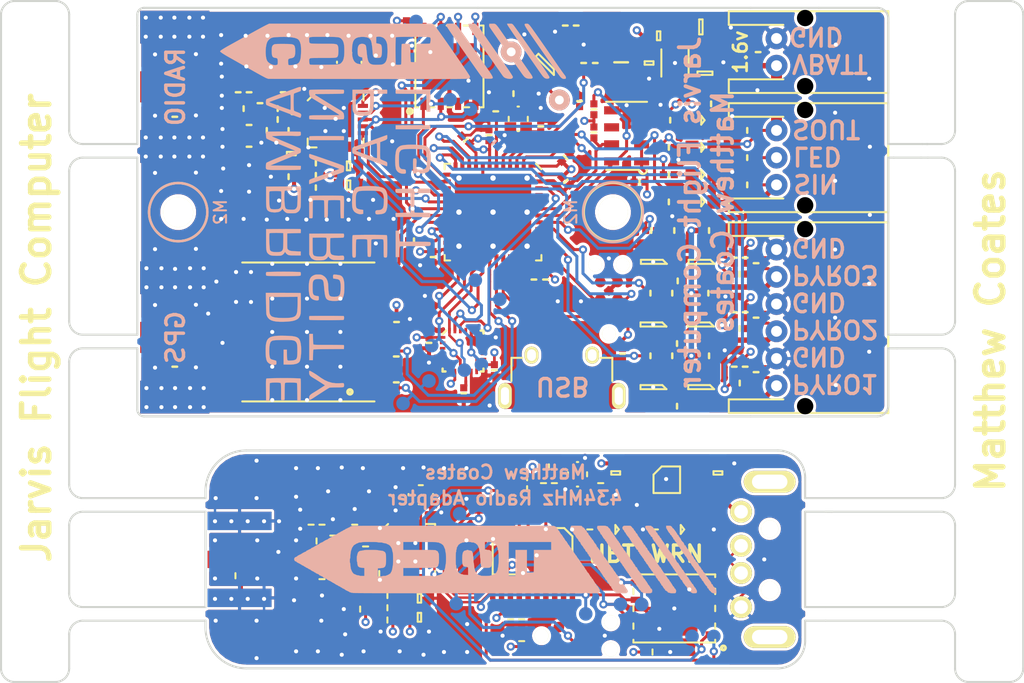
<source format=kicad_pcb>
(kicad_pcb (version 4) (host pcbnew 4.0.2-4+6225~38~ubuntu14.04.1-stable)
  (layers (0 F.Cu signal) (1 In1.Cu signal) (2 In2.Cu signal) (31 B.Cu signal) (34 B.Paste user hide) (35 F.Paste user hide) (36 B.SilkS user) (37 F.SilkS user) (38 B.Mask user) (39 F.Mask user) (44 Edge.Cuts user))
  (net 0 "")
  (net 1 3v3)
  (net 2 GND)
  (net 3 /~RST)
  (net 4 VBATT)
  (net 5 /PYRO1_S)
  (net 6 /PYRO2_S)
  (net 7 /PYRO3_S)
  (net 8 "Net-(D1-Pad2)")
  (net 9 "Net-(D2-Pad2)")
  (net 10 "Net-(D3-Pad2)")
  (net 11 "Net-(D4-Pad2)")
  (net 12 "Net-(FB1-Pad2)")
  (net 13 "Net-(FB2-Pad2)")
  (net 14 "Net-(IC1-Pad3)")
  (net 15 "Net-(IC1-Pad5)")
  (net 16 /STAT_HBT)
  (net 17 /STAT_WRN)
  (net 18 /BEEPER)
  (net 19 /GPS_RST)
  (net 20 /SWDIO)
  (net 21 /SWCLK)
  (net 22 /MPU_IRQ)
  (net 23 /PYRO1_F)
  (net 24 /PYRO2_F)
  (net 25 /PYRO3_F)
  (net 26 /I2C1_SCL)
  (net 27 /I2C1_SDA)
  (net 28 "Net-(IC5-Pad16)")
  (net 29 "Net-(IC5-Pad17)")
  (net 30 /PYRO1)
  (net 31 /PYRO_SO)
  (net 32 /PYRO2)
  (net 33 /PYRO3)
  (net 34 "Net-(LS1-Pad2)")
  (net 35 "Net-(Q1-Pad1)")
  (net 36 "Net-(Q2-Pad1)")
  (net 37 "Net-(Q3-Pad1)")
  (net 38 "Net-(Q4-Pad1)")
  (net 39 "Net-(Q5-Pad1)")
  (net 40 "Net-(Q6-Pad1)")
  (net 41 "Net-(Q6-Pad3)")
  (net 42 "Net-(Q7-Pad1)")
  (net 43 "Net-(C21-Pad2)")
  (net 44 "Net-(C27-Pad1)")
  (net 45 "Net-(IC3-Pad6)")
  (net 46 "Net-(IC5-Pad7)")
  (net 47 "Net-(Q4-Pad3)")
  (net 48 "Net-(IC5-Pad19)")
  (net 49 "Net-(C15-Pad1)")
  (net 50 "Net-(C19-Pad2)")
  (net 51 "Net-(C22-Pad2)")
  (net 52 "Net-(C23-Pad2)")
  (net 53 "Net-(C24-Pad1)")
  (net 54 "Net-(C24-Pad2)")
  (net 55 "Net-(C25-Pad1)")
  (net 56 "Net-(C25-Pad2)")
  (net 57 "Net-(C28-Pad1)")
  (net 58 "Net-(IC2-Pad13)")
  (net 59 "Net-(IC2-Pad14)")
  (net 60 "Net-(IC2-Pad15)")
  (net 61 "Net-(IC2-Pad16)")
  (net 62 "Net-(IC2-Pad17)")
  (net 63 "Net-(IC2-Pad18)")
  (net 64 "Net-(IC2-Pad5)")
  (net 65 "Net-(IC2-Pad4)")
  (net 66 "Net-(IC3-Pad2)")
  (net 67 "Net-(IC3-Pad3)")
  (net 68 "Net-(IC3-Pad4)")
  (net 69 "Net-(IC3-Pad5)")
  (net 70 "Net-(IC3-Pad7)")
  (net 71 "Net-(IC3-Pad14)")
  (net 72 "Net-(IC3-Pad15)")
  (net 73 "Net-(IC3-Pad16)")
  (net 74 "Net-(IC3-Pad17)")
  (net 75 "Net-(IC3-Pad19)")
  (net 76 "Net-(IC3-Pad21)")
  (net 77 "Net-(IC4-Pad6)")
  (net 78 "Net-(IC5-Pad9)")
  (net 79 "Net-(IC5-Pad10)")
  (net 80 "Net-(IC5-Pad20)")
  (net 81 "Net-(IC6-Pad6)")
  (net 82 "Net-(P3-Pad6)")
  (net 83 "Net-(Q5-Pad3)")
  (net 84 "Net-(Q7-Pad3)")
  (net 85 "Net-(J3-Pad2)")
  (net 86 /USART1_RX)
  (net 87 /USART1_TX)
  (net 88 /SPI2_MISO)
  (net 89 /SPI2_NSS1_MPU)
  (net 90 /SPI2_SCK)
  (net 91 /SPI2_MOSI)
  (net 92 /SPI1_NSS2_RADIO)
  (net 93 /SPI1_NSS1_FLASH)
  (net 94 /SPI1_SCK)
  (net 95 /SPI1_MISO)
  (net 96 /SPI1_MOSI)
  (net 97 /Radio_nIRQ)
  (net 98 "Net-(IC4-Pad25)")
  (net 99 /USB_OTG_DM)
  (net 100 /USB_OTG_DP)
  (net 101 "Net-(IC4-Pad38)")
  (net 102 "Net-(IC4-Pad45)")
  (net 103 "Net-(IC7-Pad3)")
  (net 104 "Net-(J4-Pad4)")
  (net 105 "Net-(J4-Pad1)")
  (net 106 "Net-(J4-PadS)")
  (net 107 /BATT_MON)
  (net 108 /FLASH_RST)
  (net 109 "Net-(D11-Pad2)")
  (net 110 "Net-(D12-Pad1)")
  (net 111 "Net-(IC2-Pad3)")
  (net 112 "Net-(IC3-Pad9)")
  (net 113 "Net-(IC3-Pad10)")
  (net 114 "Net-(IC3-Pad20)")
  (net 115 "Net-(J1-Pad6)")
  (net 116 "Net-(J1-Pad5)")
  (net 117 "Net-(C1-Pad2)")
  (net 118 "Net-(C2-Pad2)")
  (net 119 "Net-(C3-Pad1)")
  (net 120 "Net-(C3-Pad2)")
  (net 121 "Net-(C4-Pad1)")
  (net 122 "Net-(C4-Pad2)")
  (net 123 5v)
  (net 124 "Net-(C8-Pad1)")
  (net 125 "Net-(C9-Pad1)")
  (net 126 "Net-(C17-Pad2)")
  (net 127 "Net-(C18-Pad2)")
  (net 128 "Net-(D1-Pad1)")
  (net 129 /SPI1_NSS_FLASH)
  (net 130 /SPI1_NSS_RADIO)
  (net 131 /USB_DM)
  (net 132 /USB_DP)
  (net 133 "Net-(IC4-Pad3)")
  (net 134 "Net-(P2-Pad6)")
  (module agg:S25FL127S (layer F.Cu) (at 127.9 54.8)
    (fp_text reference IC7)
    (fp_text value S25FL127S)
    (pad 9 smd rect (at 0 0 90) (size 3.4 4) (layers F.Cu F.Paste F.Mask) (net 2 GND))
    (pad 1 smd rect (at -1.905 2.75 270) (size 0.9 0.45) (layers F.Cu F.Paste F.Mask) (net 93 /SPI1_NSS1_FLASH))
    (pad 2 smd rect (at -0.635 2.75 270) (size 0.9 0.45) (layers F.Cu F.Paste F.Mask) (net 95 /SPI1_MISO))
    (pad 3 smd rect (at 0.635 2.75 270) (size 0.9 0.45) (layers F.Cu F.Paste F.Mask) (net 103 "Net-(IC7-Pad3)"))
    (pad 4 smd rect (at 1.905 2.75 270) (size 0.9 0.45) (layers F.Cu F.Paste F.Mask) (net 2 GND))
    (pad 5 smd rect (at 1.905 -2.75 270) (size 0.9 0.45) (layers F.Cu F.Paste F.Mask) (net 96 /SPI1_MOSI))
    (pad 6 smd rect (at 0.635 -2.75 270) (size 0.9 0.45) (layers F.Cu F.Paste F.Mask) (net 94 /SPI1_SCK))
    (pad 7 smd rect (at -0.635 -2.75 270) (size 0.9 0.45) (layers F.Cu F.Paste F.Mask) (net 108 /FLASH_RST))
    (pad 8 smd rect (at -1.905 -2.75 270) (size 0.9 0.45) (layers F.Cu F.Paste F.Mask) (net 1 3v3))
  )
  (module Library:SMA-142-0701-801 (layer F.Cu) (at 107.75 74.7 90)
    (fp_text reference P1 hide)
    (fp_text value SMA hide)
    (pad 1 smd rect (at 0 0 90) (size 2.286 5.08) (layers F.Cu F.Mask) (net 109 "Net-(D11-Pad2)"))
    (pad 2 smd rect (at -4.3815 0 90) (size 2.413 5.08) (layers F.Cu F.Mask) (net 2 GND))
    (pad 3 smd rect (at 4.3815 0 90) (size 2.413 5.08) (layers F.Cu F.Mask) (net 2 GND))
    (pad 4 smd rect (at -4.3815 0 90) (size 2.413 5.08) (layers B.Cu B.Mask) (net 2 GND))
    (pad 5 smd rect (at 4.3815 0 90) (size 2.413 5.08) (layers B.Cu B.Mask) (net 2 GND))
  )
  (module Library:SMA-142-0701-801 (layer F.Cu) (at 107.75 56.3 90)
    (fp_text reference P2 hide)
    (fp_text value SMA hide)
    (pad 1 smd rect (at 0 0 90) (size 2.286 5.08) (layers F.Cu F.Mask) (net 110 "Net-(D12-Pad1)"))
    (pad 2 smd rect (at -4.3815 0 90) (size 2.413 5.08) (layers F.Cu F.Mask) (net 2 GND))
    (pad 3 smd rect (at 4.3815 0 90) (size 2.413 5.08) (layers F.Cu F.Mask) (net 2 GND))
    (pad 4 smd rect (at -4.3815 0 90) (size 2.413 5.08) (layers B.Cu B.Mask) (net 2 GND))
    (pad 5 smd rect (at 4.3815 0 90) (size 2.413 5.08) (layers B.Cu B.Mask) (net 2 GND))
  )
  (module agg:QFN-24-MPU9250 (layer F.Cu) (at 128.9 75.7)
    (fp_text reference IC3)
    (fp_text value MPU-9250)
    (pad 1 smd rect (at -1.5 -1) (size 0.4 0.2) (layers F.Cu F.Paste F.Mask) (net 1 3v3))
    (pad 2 smd rect (at -1.5 -0.6) (size 0.4 0.2) (layers F.Cu F.Paste F.Mask) (net 66 "Net-(IC3-Pad2)"))
    (pad 3 smd rect (at -1.5 -0.2) (size 0.4 0.2) (layers F.Cu F.Paste F.Mask) (net 67 "Net-(IC3-Pad3)"))
    (pad 4 smd rect (at -1.5 0.2) (size 0.4 0.2) (layers F.Cu F.Paste F.Mask) (net 68 "Net-(IC3-Pad4)"))
    (pad 5 smd rect (at -1.5 0.6) (size 0.4 0.2) (layers F.Cu F.Paste F.Mask) (net 69 "Net-(IC3-Pad5)"))
    (pad 6 smd rect (at -1.5 1) (size 0.4 0.2) (layers F.Cu F.Paste F.Mask) (net 45 "Net-(IC3-Pad6)"))
    (pad 7 smd rect (at -1 1.5) (size 0.2 0.4) (layers F.Cu F.Paste F.Mask) (net 70 "Net-(IC3-Pad7)"))
    (pad 8 smd rect (at -0.6 1.5) (size 0.2 0.4) (layers F.Cu F.Paste F.Mask) (net 1 3v3))
    (pad 9 smd rect (at -0.2 1.5) (size 0.2 0.4) (layers F.Cu F.Paste F.Mask) (net 88 /SPI2_MISO))
    (pad 10 smd rect (at 0.2 1.5) (size 0.2 0.4) (layers F.Cu F.Paste F.Mask) (net 49 "Net-(C15-Pad1)"))
    (pad 11 smd rect (at 0.6 1.5) (size 0.2 0.4) (layers F.Cu F.Paste F.Mask) (net 2 GND))
    (pad 12 smd rect (at 1 1.5) (size 0.2 0.4) (layers F.Cu F.Paste F.Mask) (net 22 /MPU_IRQ))
    (pad 13 smd rect (at 1.5 1) (size 0.4 0.2) (layers F.Cu F.Paste F.Mask) (net 1 3v3))
    (pad 14 smd rect (at 1.5 0.6) (size 0.4 0.2) (layers F.Cu F.Paste F.Mask) (net 71 "Net-(IC3-Pad14)"))
    (pad 15 smd rect (at 1.5 0.2) (size 0.4 0.2) (layers F.Cu F.Paste F.Mask) (net 72 "Net-(IC3-Pad15)"))
    (pad 16 smd rect (at 1.5 -0.2) (size 0.4 0.2) (layers F.Cu F.Paste F.Mask) (net 73 "Net-(IC3-Pad16)"))
    (pad 17 smd rect (at 1.5 -0.6) (size 0.4 0.2) (layers F.Cu F.Paste F.Mask) (net 74 "Net-(IC3-Pad17)"))
    (pad 18 smd rect (at 1.5 -1) (size 0.4 0.2) (layers F.Cu F.Paste F.Mask) (net 2 GND))
    (pad 19 smd rect (at 1 -1.5) (size 0.2 0.4) (layers F.Cu F.Paste F.Mask) (net 75 "Net-(IC3-Pad19)"))
    (pad 20 smd rect (at 0.6 -1.5) (size 0.2 0.4) (layers F.Cu F.Paste F.Mask) (net 2 GND))
    (pad 21 smd rect (at 0.2 -1.5) (size 0.2 0.4) (layers F.Cu F.Paste F.Mask) (net 76 "Net-(IC3-Pad21)"))
    (pad 22 smd rect (at -0.2 -1.5) (size 0.2 0.4) (layers F.Cu F.Paste F.Mask) (net 89 /SPI2_NSS1_MPU))
    (pad 23 smd rect (at -0.6 -1.5) (size 0.2 0.4) (layers F.Cu F.Paste F.Mask) (net 90 /SPI2_SCK))
    (pad 24 smd rect (at -1 -1.5) (size 0.2 0.4) (layers F.Cu F.Paste F.Mask) (net 91 /SPI2_MOSI))
  )
  (module Library:AI-1027-TWT-3V-R (layer B.Cu) (at 134.2 55.5 225)
    (fp_text reference LS1 hide)
    (fp_text value SOUNDER hide)
    (pad 1 thru_hole circle (at 0 2.5 225) (size 1.524 1.524) (drill 0.65) (layers *.Cu *.Mask B.SilkS) (net 1 3v3))
    (pad 2 thru_hole circle (at 0 -2.5 225) (size 1.524 1.524) (drill 0.65) (layers *.Cu *.Mask B.SilkS) (net 34 "Net-(LS1-Pad2)"))
  )
  (module agg:0402-L (layer F.Cu) (at 118.1 63.7 180)
    (fp_text reference C34)
    (fp_text value 100nF)
    (pad 1 smd rect (at -0.4 0 180) (size 0.52 0.52) (layers F.Cu F.Paste F.Mask) (net 1 3v3))
    (pad 2 smd rect (at 0.4 0 180) (size 0.52 0.52) (layers F.Cu F.Paste F.Mask) (net 2 GND))
  )
  (module agg:0402-L (layer F.Cu) (at 134.95 70.45 270)
    (fp_text reference C7)
    (fp_text value 4.7uF)
    (pad 1 smd rect (at -0.4 0 270) (size 0.52 0.52) (layers F.Cu F.Paste F.Mask) (net 1 3v3))
    (pad 2 smd rect (at 0.4 0 270) (size 0.52 0.52) (layers F.Cu F.Paste F.Mask) (net 2 GND))
  )
  (module agg:0402-L (layer B.Cu) (at 131.157157 60.397157 315)
    (fp_text reference C16)
    (fp_text value 1uF)
    (pad 1 smd rect (at -0.4 0 315) (size 0.52 0.52) (layers B.Cu B.Paste B.Mask) (net 1 3v3))
    (pad 2 smd rect (at 0.4 0 315) (size 0.52 0.52) (layers B.Cu B.Paste B.Mask) (net 2 GND))
  )
  (module agg:S03B-PASK-2 (layer F.Cu) (at 151.9 61.5 270)
    (fp_text reference J3)
    (fp_text value ARM)
    (pad "" np_thru_hole circle (at 3.5 -2.1 270) (size 1.2 1.2) (drill 1.2) (layers *.Mask))
    (pad "" np_thru_hole circle (at -3.5 -2.1 270) (size 1.2 1.2) (drill 1.2) (layers *.Mask))
    (pad 1 thru_hole circle (at 2 0 270) (size 1.6 1.6) (drill 0.8) (layers *.Cu *.Mask) (net 31 /PYRO_SO))
    (pad 2 thru_hole circle (at 0 0 270) (size 1.6 1.6) (drill 0.8) (layers *.Cu *.Mask) (net 85 "Net-(J3-Pad2)"))
    (pad 3 thru_hole circle (at -2 0 270) (size 1.6 1.6) (drill 0.8) (layers *.Cu *.Mask) (net 4 VBATT))
  )
  (module agg:S02B-PASK-2 (layer F.Cu) (at 151.9 53.749999 270)
    (fp_text reference J2)
    (fp_text value PWR)
    (pad "" np_thru_hole circle (at 2.5 -2.1 270) (size 1.2 1.2) (drill 1.2) (layers *.Mask))
    (pad "" np_thru_hole circle (at -2.5 -2.1 270) (size 1.2 1.2) (drill 1.2) (layers *.Mask))
    (pad 1 thru_hole circle (at 1 0 270) (size 1.6 1.6) (drill 0.8) (layers *.Cu *.Mask) (net 4 VBATT))
    (pad 2 thru_hole circle (at -1 0 270) (size 1.6 1.6) (drill 0.8) (layers *.Cu *.Mask) (net 2 GND))
  )
  (module agg:0805 (layer F.Cu) (at 146.35 51.9)
    (fp_text reference C2)
    (fp_text value 10uF)
    (pad 1 smd rect (at -0.9 0) (size 1.15 1.45) (layers F.Cu F.Paste F.Mask) (net 4 VBATT))
    (pad 2 smd rect (at 0.9 0) (size 1.15 1.45) (layers F.Cu F.Paste F.Mask) (net 2 GND))
  )
  (module agg:0805 (layer F.Cu) (at 146.65 55.299999 90)
    (fp_text reference C3)
    (fp_text value 10uF)
    (pad 1 smd rect (at -0.9 0 90) (size 1.15 1.45) (layers F.Cu F.Paste F.Mask) (net 1 3v3))
    (pad 2 smd rect (at 0.9 0 90) (size 1.15 1.45) (layers F.Cu F.Paste F.Mask) (net 2 GND))
  )
  (module agg:0402-L (layer F.Cu) (at 148.8 76.85 90)
    (fp_text reference C4)
    (fp_text value 100nF)
    (pad 1 smd rect (at -0.4 0 90) (size 0.52 0.52) (layers F.Cu F.Paste F.Mask) (net 5 /PYRO1_S))
    (pad 2 smd rect (at 0.4 0 90) (size 0.52 0.52) (layers F.Cu F.Paste F.Mask) (net 2 GND))
  )
  (module agg:0402-L (layer F.Cu) (at 148.8 72.85 90)
    (fp_text reference C5)
    (fp_text value 100nF)
    (pad 1 smd rect (at -0.4 0 90) (size 0.52 0.52) (layers F.Cu F.Paste F.Mask) (net 6 /PYRO2_S))
    (pad 2 smd rect (at 0.4 0 90) (size 0.52 0.52) (layers F.Cu F.Paste F.Mask) (net 2 GND))
  )
  (module agg:0402-L (layer F.Cu) (at 148.8 68.85 90)
    (fp_text reference C6)
    (fp_text value 100nF)
    (pad 1 smd rect (at -0.4 0 90) (size 0.52 0.52) (layers F.Cu F.Paste F.Mask) (net 7 /PYRO3_S))
    (pad 2 smd rect (at 0.4 0 90) (size 0.52 0.52) (layers F.Cu F.Paste F.Mask) (net 2 GND))
  )
  (module agg:0603-LED (layer F.Cu) (at 146.5 58.75 180)
    (fp_text reference D1)
    (fp_text value LED)
    (pad 1 smd rect (at -0.8 0 180) (size 0.95 1) (layers F.Cu F.Paste F.Mask) (net 2 GND))
    (pad 2 smd rect (at 0.8 0 180) (size 0.95 1) (layers F.Cu F.Paste F.Mask) (net 8 "Net-(D1-Pad2)"))
  )
  (module agg:0603-LED (layer F.Cu) (at 146.5 60.75 180)
    (fp_text reference D2)
    (fp_text value LED)
    (pad 1 smd rect (at -0.8 0 180) (size 0.95 1) (layers F.Cu F.Paste F.Mask) (net 2 GND))
    (pad 2 smd rect (at 0.8 0 180) (size 0.95 1) (layers F.Cu F.Paste F.Mask) (net 9 "Net-(D2-Pad2)"))
  )
  (module agg:0603-LED (layer F.Cu) (at 146.5 62.75 180)
    (fp_text reference D3)
    (fp_text value LED)
    (pad 1 smd rect (at -0.8 0 180) (size 0.95 1) (layers F.Cu F.Paste F.Mask) (net 2 GND))
    (pad 2 smd rect (at 0.8 0 180) (size 0.95 1) (layers F.Cu F.Paste F.Mask) (net 10 "Net-(D3-Pad2)"))
  )
  (module agg:0603-LED (layer F.Cu) (at 146.5 64.749999 180)
    (fp_text reference D4)
    (fp_text value LED)
    (pad 1 smd rect (at -0.8 0 180) (size 0.95 1) (layers F.Cu F.Paste F.Mask) (net 2 GND))
    (pad 2 smd rect (at 0.8 0 180) (size 0.95 1) (layers F.Cu F.Paste F.Mask) (net 11 "Net-(D4-Pad2)"))
  )
  (module agg:LFCSP-2x2 (layer F.Cu) (at 144.45 54.55 270)
    (fp_text reference IC1)
    (fp_text value ADP1607)
    (pad 7 smd rect (at 0 0 270) (size 1 1.6) (layers F.Cu F.Paste F.Mask) (net 2 GND))
    (pad 1 smd rect (at -0.9 -0.65 270) (size 0.5 0.4) (layers F.Cu F.Paste F.Mask) (net 4 VBATT))
    (pad 2 smd rect (at -0.9 0 270) (size 0.5 0.4) (layers F.Cu F.Paste F.Mask) (net 4 VBATT))
    (pad 3 smd rect (at -0.9 0.65 270) (size 0.5 0.4) (layers F.Cu F.Paste F.Mask) (net 14 "Net-(IC1-Pad3)"))
    (pad 4 smd rect (at 0.9 0.65 270) (size 0.5 0.4) (layers F.Cu F.Paste F.Mask) (net 2 GND))
    (pad 5 smd rect (at 0.9 0 270) (size 0.5 0.4) (layers F.Cu F.Paste F.Mask) (net 15 "Net-(IC1-Pad5)"))
    (pad 6 smd rect (at 0.9 -0.65 270) (size 0.5 0.4) (layers F.Cu F.Paste F.Mask) (net 1 3v3))
  )
  (module Library:MAX-7Q (layer F.Cu) (at 112.8 69.9)
    (fp_text reference IC2 hide)
    (fp_text value MAX-8Q hide)
    (pad 10 smd rect (at 0 0) (size 1.8 0.7) (layers F.Cu F.Paste F.Mask) (net 2 GND))
    (pad 11 smd rect (at 0 1.1) (size 1.8 0.8) (layers F.Cu F.Paste F.Mask) (net 109 "Net-(D11-Pad2)"))
    (pad 12 smd rect (at 0 2.2) (size 1.8 0.8) (layers F.Cu F.Paste F.Mask) (net 2 GND))
    (pad 13 smd rect (at 0 3.3) (size 1.8 0.8) (layers F.Cu F.Paste F.Mask) (net 58 "Net-(IC2-Pad13)"))
    (pad 14 smd rect (at 0 4.4) (size 1.8 0.8) (layers F.Cu F.Paste F.Mask) (net 59 "Net-(IC2-Pad14)"))
    (pad 15 smd rect (at 0 5.5) (size 1.8 0.8) (layers F.Cu F.Paste F.Mask) (net 60 "Net-(IC2-Pad15)"))
    (pad 16 smd rect (at 0 6.6) (size 1.8 0.8) (layers F.Cu F.Paste F.Mask) (net 61 "Net-(IC2-Pad16)"))
    (pad 17 smd rect (at 0 7.7) (size 1.8 0.8) (layers F.Cu F.Paste F.Mask) (net 62 "Net-(IC2-Pad17)"))
    (pad 18 smd rect (at 0 8.8) (size 1.8 0.7) (layers F.Cu F.Paste F.Mask) (net 63 "Net-(IC2-Pad18)"))
    (pad 9 smd rect (at 9.5 0) (size 1.8 0.7) (layers F.Cu F.Paste F.Mask) (net 19 /GPS_RST))
    (pad 1 smd rect (at 9.5 8.8) (size 1.8 0.7) (layers F.Cu F.Paste F.Mask) (net 2 GND))
    (pad 8 smd rect (at 9.5 1.1) (size 1.8 0.8) (layers F.Cu F.Paste F.Mask) (net 1 3v3))
    (pad 7 smd rect (at 9.5 2.2) (size 1.8 0.8) (layers F.Cu F.Paste F.Mask) (net 1 3v3))
    (pad 6 smd rect (at 9.5 3.3) (size 1.8 0.8) (layers F.Cu F.Paste F.Mask) (net 1 3v3))
    (pad 5 smd rect (at 9.5 4.4) (size 1.8 0.8) (layers F.Cu F.Paste F.Mask) (net 64 "Net-(IC2-Pad5)"))
    (pad 4 smd rect (at 9.5 5.5) (size 1.8 0.8) (layers F.Cu F.Paste F.Mask) (net 65 "Net-(IC2-Pad4)"))
    (pad 3 smd rect (at 9.5 6.6) (size 1.8 0.8) (layers F.Cu F.Paste F.Mask) (net 13 "Net-(FB2-Pad2)"))
    (pad 2 smd rect (at 9.5 7.7) (size 1.8 0.8) (layers F.Cu F.Paste F.Mask) (net 12 "Net-(FB1-Pad2)"))
  )
  (module agg:MS5611 (layer F.Cu) (at 140.9 59.900001 180)
    (fp_text reference IC6)
    (fp_text value MS5611-01BA03)
    (pad 1 smd rect (at -1.1 -1.875 180) (size 1.1 0.6) (layers F.Cu F.Paste F.Mask) (net 1 3v3))
    (pad 2 smd rect (at -1.1 -0.625 180) (size 1.1 0.6) (layers F.Cu F.Paste F.Mask) (net 1 3v3))
    (pad 3 smd rect (at -1.1 0.625 180) (size 1.1 0.6) (layers F.Cu F.Paste F.Mask) (net 2 GND))
    (pad 4 smd rect (at -1.1 1.875 180) (size 1.1 0.6) (layers F.Cu F.Paste F.Mask) (net 2 GND))
    (pad 5 smd rect (at 1.1 1.875 180) (size 1.1 0.6) (layers F.Cu F.Paste F.Mask) (net 2 GND))
    (pad 6 smd rect (at 1.1 0.625 180) (size 1.1 0.6) (layers F.Cu F.Paste F.Mask) (net 81 "Net-(IC6-Pad6)"))
    (pad 7 smd rect (at 1.1 -0.625 180) (size 1.1 0.6) (layers F.Cu F.Paste F.Mask) (net 27 /I2C1_SDA))
    (pad 8 smd rect (at 1.1 -1.875 180) (size 1.1 0.6) (layers F.Cu F.Paste F.Mask) (net 26 /I2C1_SCL))
  )
  (module agg:S06B-PASK-2 (layer F.Cu) (at 151.900001 73.25 270)
    (fp_text reference J1)
    (fp_text value PYRO)
    (pad "" np_thru_hole circle (at 6.5 -2.1 270) (size 1.2 1.2) (drill 1.2) (layers *.Mask))
    (pad "" np_thru_hole circle (at -6.5 -2.1 270) (size 1.2 1.2) (drill 1.2) (layers *.Mask))
    (pad 1 thru_hole circle (at 5 0 270) (size 1.6 1.6) (drill 0.8) (layers *.Cu *.Mask) (net 30 /PYRO1))
    (pad 2 thru_hole circle (at 3 0 270) (size 1.6 1.6) (drill 0.8) (layers *.Cu *.Mask) (net 2 GND))
    (pad 3 thru_hole circle (at 1 0 270) (size 1.6 1.6) (drill 0.8) (layers *.Cu *.Mask) (net 32 /PYRO2))
    (pad 4 thru_hole circle (at -1 0 270) (size 1.6 1.6) (drill 0.8) (layers *.Cu *.Mask) (net 2 GND))
    (pad 5 thru_hole circle (at -3 0 270) (size 1.6 1.6) (drill 0.8) (layers *.Cu *.Mask) (net 33 /PYRO3))
    (pad 6 thru_hole circle (at -5 0 270) (size 1.6 1.6) (drill 0.8) (layers *.Cu *.Mask) (net 2 GND))
  )
  (module agg:SOT-23 (layer F.Cu) (at 146.37 78.35 270)
    (fp_text reference Q1)
    (fp_text value PFET)
    (pad 1 smd rect (at -1.15 -0.95 270) (size 1 0.6) (layers F.Cu F.Paste F.Mask) (net 35 "Net-(Q1-Pad1)"))
    (pad 2 smd rect (at -1.15 0.95 270) (size 1 0.6) (layers F.Cu F.Paste F.Mask) (net 31 /PYRO_SO))
    (pad 3 smd rect (at 1.15 0 270) (size 1 0.6) (layers F.Cu F.Paste F.Mask) (net 30 /PYRO1))
  )
  (module agg:SOT-23 (layer F.Cu) (at 146.35 73.749999 270)
    (fp_text reference Q2)
    (fp_text value PFET)
    (pad 1 smd rect (at -1.15 -0.95 270) (size 1 0.6) (layers F.Cu F.Paste F.Mask) (net 36 "Net-(Q2-Pad1)"))
    (pad 2 smd rect (at -1.15 0.95 270) (size 1 0.6) (layers F.Cu F.Paste F.Mask) (net 31 /PYRO_SO))
    (pad 3 smd rect (at 1.15 0 270) (size 1 0.6) (layers F.Cu F.Paste F.Mask) (net 32 /PYRO2))
  )
  (module agg:SOT-23 (layer F.Cu) (at 146.4 69.15 270)
    (fp_text reference Q3)
    (fp_text value PFET)
    (pad 1 smd rect (at -1.15 -0.95 270) (size 1 0.6) (layers F.Cu F.Paste F.Mask) (net 37 "Net-(Q3-Pad1)"))
    (pad 2 smd rect (at -1.15 0.95 270) (size 1 0.6) (layers F.Cu F.Paste F.Mask) (net 31 /PYRO_SO))
    (pad 3 smd rect (at 1.15 0 270) (size 1 0.6) (layers F.Cu F.Paste F.Mask) (net 33 /PYRO3))
  )
  (module agg:SOT-23 (layer F.Cu) (at 142.87 78.35 270)
    (fp_text reference Q4)
    (fp_text value NFET)
    (pad 1 smd rect (at -1.15 -0.95 270) (size 1 0.6) (layers F.Cu F.Paste F.Mask) (net 38 "Net-(Q4-Pad1)"))
    (pad 2 smd rect (at -1.15 0.95 270) (size 1 0.6) (layers F.Cu F.Paste F.Mask) (net 2 GND))
    (pad 3 smd rect (at 1.15 0 270) (size 1 0.6) (layers F.Cu F.Paste F.Mask) (net 47 "Net-(Q4-Pad3)"))
  )
  (module agg:SOT-23 (layer F.Cu) (at 142.87 73.75 270)
    (fp_text reference Q5)
    (fp_text value NFET)
    (pad 1 smd rect (at -1.15 -0.95 270) (size 1 0.6) (layers F.Cu F.Paste F.Mask) (net 39 "Net-(Q5-Pad1)"))
    (pad 2 smd rect (at -1.15 0.95 270) (size 1 0.6) (layers F.Cu F.Paste F.Mask) (net 2 GND))
    (pad 3 smd rect (at 1.15 0 270) (size 1 0.6) (layers F.Cu F.Paste F.Mask) (net 83 "Net-(Q5-Pad3)"))
  )
  (module agg:SOT-23 (layer F.Cu) (at 142.9 69.15 270)
    (fp_text reference Q6)
    (fp_text value NFET)
    (pad 1 smd rect (at -1.15 -0.95 270) (size 1 0.6) (layers F.Cu F.Paste F.Mask) (net 40 "Net-(Q6-Pad1)"))
    (pad 2 smd rect (at -1.15 0.95 270) (size 1 0.6) (layers F.Cu F.Paste F.Mask) (net 2 GND))
    (pad 3 smd rect (at 1.15 0 270) (size 1 0.6) (layers F.Cu F.Paste F.Mask) (net 41 "Net-(Q6-Pad3)"))
  )
  (module agg:SOT-23 (layer F.Cu) (at 135 54.65 225)
    (fp_text reference Q7)
    (fp_text value NFET)
    (pad 1 smd rect (at -1.15 -0.95 225) (size 1 0.6) (layers F.Cu F.Paste F.Mask) (net 42 "Net-(Q7-Pad1)"))
    (pad 2 smd rect (at -1.15 0.95 225) (size 1 0.6) (layers F.Cu F.Paste F.Mask) (net 2 GND))
    (pad 3 smd rect (at 1.15 0 225) (size 1 0.6) (layers F.Cu F.Paste F.Mask) (net 84 "Net-(Q7-Pad3)"))
  )
  (module agg:0402-L (layer F.Cu) (at 146.95 76.05)
    (fp_text reference R1)
    (fp_text value 10k)
    (pad 1 smd rect (at -0.4 0) (size 0.52 0.52) (layers F.Cu F.Paste F.Mask) (net 31 /PYRO_SO))
    (pad 2 smd rect (at 0.4 0) (size 0.52 0.52) (layers F.Cu F.Paste F.Mask) (net 35 "Net-(Q1-Pad1)"))
  )
  (module agg:0402-L (layer F.Cu) (at 146.9 71.45)
    (fp_text reference R2)
    (fp_text value 10k)
    (pad 1 smd rect (at -0.4 0) (size 0.52 0.52) (layers F.Cu F.Paste F.Mask) (net 31 /PYRO_SO))
    (pad 2 smd rect (at 0.4 0) (size 0.52 0.52) (layers F.Cu F.Paste F.Mask) (net 36 "Net-(Q2-Pad1)"))
  )
  (module agg:0402-L (layer F.Cu) (at 146.95 66.85)
    (fp_text reference R3)
    (fp_text value 10k)
    (pad 1 smd rect (at -0.4 0) (size 0.52 0.52) (layers F.Cu F.Paste F.Mask) (net 31 /PYRO_SO))
    (pad 2 smd rect (at 0.4 0) (size 0.52 0.52) (layers F.Cu F.Paste F.Mask) (net 37 "Net-(Q3-Pad1)"))
  )
  (module agg:0402-L (layer F.Cu) (at 144.6 79.75)
    (fp_text reference R4)
    (fp_text value 100R)
    (pad 1 smd rect (at -0.4 0) (size 0.52 0.52) (layers F.Cu F.Paste F.Mask) (net 47 "Net-(Q4-Pad3)"))
    (pad 2 smd rect (at 0.4 0) (size 0.52 0.52) (layers F.Cu F.Paste F.Mask) (net 35 "Net-(Q1-Pad1)"))
  )
  (module agg:0402-L (layer F.Cu) (at 144.6 75.15)
    (fp_text reference R5)
    (fp_text value 100R)
    (pad 1 smd rect (at -0.4 0) (size 0.52 0.52) (layers F.Cu F.Paste F.Mask) (net 83 "Net-(Q5-Pad3)"))
    (pad 2 smd rect (at 0.4 0) (size 0.52 0.52) (layers F.Cu F.Paste F.Mask) (net 36 "Net-(Q2-Pad1)"))
  )
  (module agg:0402-L (layer F.Cu) (at 144.65 70.55)
    (fp_text reference R6)
    (fp_text value 100R)
    (pad 1 smd rect (at -0.4 0) (size 0.52 0.52) (layers F.Cu F.Paste F.Mask) (net 41 "Net-(Q6-Pad3)"))
    (pad 2 smd rect (at 0.4 0) (size 0.52 0.52) (layers F.Cu F.Paste F.Mask) (net 37 "Net-(Q3-Pad1)"))
  )
  (module agg:0603-L (layer F.Cu) (at 143.25 52.55 180)
    (fp_text reference R7)
    (fp_text value 330k)
    (pad 1 smd rect (at -0.7 0 180) (size 0.75 0.9) (layers F.Cu F.Paste F.Mask) (net 14 "Net-(IC1-Pad3)"))
    (pad 2 smd rect (at 0.7 0 180) (size 0.75 0.9) (layers F.Cu F.Paste F.Mask) (net 1 3v3))
  )
  (module agg:0402-L (layer F.Cu) (at 142.65 76.05)
    (fp_text reference R8)
    (fp_text value 100R)
    (pad 1 smd rect (at -0.4 0) (size 0.52 0.52) (layers F.Cu F.Paste F.Mask) (net 23 /PYRO1_F))
    (pad 2 smd rect (at 0.4 0) (size 0.52 0.52) (layers F.Cu F.Paste F.Mask) (net 38 "Net-(Q4-Pad1)"))
  )
  (module agg:0402-L (layer F.Cu) (at 142.65 71.45)
    (fp_text reference R9)
    (fp_text value 100R)
    (pad 1 smd rect (at -0.4 0) (size 0.52 0.52) (layers F.Cu F.Paste F.Mask) (net 24 /PYRO2_F))
    (pad 2 smd rect (at 0.4 0) (size 0.52 0.52) (layers F.Cu F.Paste F.Mask) (net 39 "Net-(Q5-Pad1)"))
  )
  (module agg:0402-L (layer F.Cu) (at 142.7 66.85)
    (fp_text reference R10)
    (fp_text value 100R)
    (pad 1 smd rect (at -0.4 0) (size 0.52 0.52) (layers F.Cu F.Paste F.Mask) (net 25 /PYRO3_F))
    (pad 2 smd rect (at 0.4 0) (size 0.52 0.52) (layers F.Cu F.Paste F.Mask) (net 40 "Net-(Q6-Pad1)"))
  )
  (module agg:0603-L (layer F.Cu) (at 142.55 54.55 270)
    (fp_text reference R11)
    (fp_text value 243k)
    (pad 1 smd rect (at -0.7 0 270) (size 0.75 0.9) (layers F.Cu F.Paste F.Mask) (net 14 "Net-(IC1-Pad3)"))
    (pad 2 smd rect (at 0.7 0 270) (size 0.75 0.9) (layers F.Cu F.Paste F.Mask) (net 2 GND))
  )
  (module agg:0402-L (layer F.Cu) (at 144.25 76.05)
    (fp_text reference R12)
    (fp_text value 10k)
    (pad 1 smd rect (at -0.4 0) (size 0.52 0.52) (layers F.Cu F.Paste F.Mask) (net 38 "Net-(Q4-Pad1)"))
    (pad 2 smd rect (at 0.4 0) (size 0.52 0.52) (layers F.Cu F.Paste F.Mask) (net 2 GND))
  )
  (module agg:0402-L (layer F.Cu) (at 144.25 71.45)
    (fp_text reference R13)
    (fp_text value 10k)
    (pad 1 smd rect (at -0.4 0) (size 0.52 0.52) (layers F.Cu F.Paste F.Mask) (net 39 "Net-(Q5-Pad1)"))
    (pad 2 smd rect (at 0.4 0) (size 0.52 0.52) (layers F.Cu F.Paste F.Mask) (net 2 GND))
  )
  (module agg:0402-L (layer F.Cu) (at 144.4 66.85)
    (fp_text reference R14)
    (fp_text value 10k)
    (pad 1 smd rect (at -0.4 0) (size 0.52 0.52) (layers F.Cu F.Paste F.Mask) (net 40 "Net-(Q6-Pad1)"))
    (pad 2 smd rect (at 0.4 0) (size 0.52 0.52) (layers F.Cu F.Paste F.Mask) (net 2 GND))
  )
  (module agg:0402-L (layer F.Cu) (at 149.600001 76.85 270)
    (fp_text reference R15)
    (fp_text value 10k)
    (pad 1 smd rect (at -0.4 0 270) (size 0.52 0.52) (layers F.Cu F.Paste F.Mask) (net 1 3v3))
    (pad 2 smd rect (at 0.4 0 270) (size 0.52 0.52) (layers F.Cu F.Paste F.Mask) (net 30 /PYRO1))
  )
  (module agg:0402-L (layer F.Cu) (at 149.6 72.849999 270)
    (fp_text reference R16)
    (fp_text value 10k)
    (pad 1 smd rect (at -0.4 0 270) (size 0.52 0.52) (layers F.Cu F.Paste F.Mask) (net 1 3v3))
    (pad 2 smd rect (at 0.4 0 270) (size 0.52 0.52) (layers F.Cu F.Paste F.Mask) (net 32 /PYRO2))
  )
  (module agg:0402-L (layer F.Cu) (at 149.6 68.85 270)
    (fp_text reference R17)
    (fp_text value 10k)
    (pad 1 smd rect (at -0.4 0 270) (size 0.52 0.52) (layers F.Cu F.Paste F.Mask) (net 1 3v3))
    (pad 2 smd rect (at 0.4 0 270) (size 0.52 0.52) (layers F.Cu F.Paste F.Mask) (net 33 /PYRO3))
  )
  (module agg:0402-L (layer F.Cu) (at 149.2 78.05)
    (fp_text reference R18)
    (fp_text value 10k)
    (pad 1 smd rect (at -0.4 0) (size 0.52 0.52) (layers F.Cu F.Paste F.Mask) (net 5 /PYRO1_S))
    (pad 2 smd rect (at 0.4 0) (size 0.52 0.52) (layers F.Cu F.Paste F.Mask) (net 30 /PYRO1))
  )
  (module agg:0402-L (layer F.Cu) (at 149.2 74.05)
    (fp_text reference R19)
    (fp_text value 10k)
    (pad 1 smd rect (at -0.4 0) (size 0.52 0.52) (layers F.Cu F.Paste F.Mask) (net 6 /PYRO2_S))
    (pad 2 smd rect (at 0.4 0) (size 0.52 0.52) (layers F.Cu F.Paste F.Mask) (net 32 /PYRO2))
  )
  (module agg:0402-L (layer F.Cu) (at 149.2 70.05)
    (fp_text reference R20)
    (fp_text value 10k)
    (pad 1 smd rect (at -0.4 0) (size 0.52 0.52) (layers F.Cu F.Paste F.Mask) (net 7 /PYRO3_S))
    (pad 2 smd rect (at 0.4 0) (size 0.52 0.52) (layers F.Cu F.Paste F.Mask) (net 33 /PYRO3))
  )
  (module agg:0402-L (layer F.Cu) (at 144.1 58.75)
    (fp_text reference R21)
    (fp_text value 1k)
    (pad 1 smd rect (at -0.4 0) (size 0.52 0.52) (layers F.Cu F.Paste F.Mask) (net 1 3v3))
    (pad 2 smd rect (at 0.4 0) (size 0.52 0.52) (layers F.Cu F.Paste F.Mask) (net 8 "Net-(D1-Pad2)"))
  )
  (module agg:0402-L (layer F.Cu) (at 144 60.75)
    (fp_text reference R22)
    (fp_text value 1k)
    (pad 1 smd rect (at -0.4 0) (size 0.52 0.52) (layers F.Cu F.Paste F.Mask) (net 4 VBATT))
    (pad 2 smd rect (at 0.4 0) (size 0.52 0.52) (layers F.Cu F.Paste F.Mask) (net 9 "Net-(D2-Pad2)"))
  )
  (module agg:0402-L (layer F.Cu) (at 144 62.75)
    (fp_text reference R23)
    (fp_text value 1k)
    (pad 1 smd rect (at -0.4 0) (size 0.52 0.52) (layers F.Cu F.Paste F.Mask) (net 16 /STAT_HBT))
    (pad 2 smd rect (at 0.4 0) (size 0.52 0.52) (layers F.Cu F.Paste F.Mask) (net 10 "Net-(D3-Pad2)"))
  )
  (module agg:0402-L (layer F.Cu) (at 144.000001 64.75)
    (fp_text reference R24)
    (fp_text value 1k)
    (pad 1 smd rect (at -0.4 0) (size 0.52 0.52) (layers F.Cu F.Paste F.Mask) (net 17 /STAT_WRN))
    (pad 2 smd rect (at 0.4 0) (size 0.52 0.52) (layers F.Cu F.Paste F.Mask) (net 11 "Net-(D4-Pad2)"))
  )
  (module agg:0402-L (layer F.Cu) (at 149.75 61.499999 180)
    (fp_text reference R25)
    (fp_text value 1k)
    (pad 1 smd rect (at -0.4 0 180) (size 0.52 0.52) (layers F.Cu F.Paste F.Mask) (net 85 "Net-(J3-Pad2)"))
    (pad 2 smd rect (at 0.4 0 180) (size 0.52 0.52) (layers F.Cu F.Paste F.Mask) (net 2 GND))
  )
  (module agg:0402-L (layer F.Cu) (at 137.2 51.800001 90)
    (fp_text reference R33)
    (fp_text value 100R)
    (pad 1 smd rect (at -0.4 0 90) (size 0.52 0.52) (layers F.Cu F.Paste F.Mask) (net 34 "Net-(LS1-Pad2)"))
    (pad 2 smd rect (at 0.4 0 90) (size 0.52 0.52) (layers F.Cu F.Paste F.Mask) (net 84 "Net-(Q7-Pad3)"))
  )
  (module agg:0402-L (layer F.Cu) (at 137.45 57.35 90)
    (fp_text reference R34)
    (fp_text value 100R)
    (pad 1 smd rect (at -0.4 0 90) (size 0.52 0.52) (layers F.Cu F.Paste F.Mask) (net 18 /BEEPER))
    (pad 2 smd rect (at 0.4 0 90) (size 0.52 0.52) (layers F.Cu F.Paste F.Mask) (net 42 "Net-(Q7-Pad1)"))
  )
  (module Mounting_Holes:MountingHole_2.2mm_M2_ISO14580 (layer F.Cu) (at 107.999999 65.5 90)
    (fp_text reference REF** hide)
    (fp_text value MountingHole_2.2mm_M2_ISO14580 hide)
    (pad "" np_thru_hole circle (at 0 0 90) (size 2.2 2.2) (drill 2.2) (layers *.Cu *.Mask F.SilkS))
  )
  (module Mounting_Holes:MountingHole_2.2mm_M2_ISO14580 (layer F.Cu) (at 139.9 65.5 90)
    (fp_text reference REF** hide)
    (fp_text value MountingHole_2.2mm_M2_ISO14580 hide)
    (pad "" np_thru_hole circle (at 0 0 90) (size 2.2 2.2) (drill 2.2) (layers *.Cu *.Mask F.SilkS))
  )
  (module agg:0402-L (layer F.Cu) (at 150.55 53.749999 270)
    (fp_text reference D5)
    (fp_text value ESD_DIODE)
    (pad 1 smd rect (at -0.4 0 270) (size 0.52 0.52) (layers F.Cu F.Paste F.Mask) (net 2 GND))
    (pad 2 smd rect (at 0.4 0 270) (size 0.52 0.52) (layers F.Cu F.Paste F.Mask) (net 4 VBATT))
  )
  (module agg:0402-L (layer F.Cu) (at 149.75 59.5)
    (fp_text reference D6)
    (fp_text value ESD_DIODE)
    (pad 1 smd rect (at -0.4 0) (size 0.52 0.52) (layers F.Cu F.Paste F.Mask) (net 2 GND))
    (pad 2 smd rect (at 0.4 0) (size 0.52 0.52) (layers F.Cu F.Paste F.Mask) (net 4 VBATT))
  )
  (module agg:0402-L (layer F.Cu) (at 150.399999 69.25 270)
    (fp_text reference D7)
    (fp_text value ESD_DIODE)
    (pad 1 smd rect (at -0.4 0 270) (size 0.52 0.52) (layers F.Cu F.Paste F.Mask) (net 2 GND))
    (pad 2 smd rect (at 0.4 0 270) (size 0.52 0.52) (layers F.Cu F.Paste F.Mask) (net 33 /PYRO3))
  )
  (module agg:0402-L (layer F.Cu) (at 150.4 73.250001 270)
    (fp_text reference D8)
    (fp_text value ESD_DIODE)
    (pad 1 smd rect (at -0.4 0 270) (size 0.52 0.52) (layers F.Cu F.Paste F.Mask) (net 2 GND))
    (pad 2 smd rect (at 0.4 0 270) (size 0.52 0.52) (layers F.Cu F.Paste F.Mask) (net 32 /PYRO2))
  )
  (module agg:0402-L (layer F.Cu) (at 150.4 77.25 270)
    (fp_text reference D9)
    (fp_text value ESD_DIODE)
    (pad 1 smd rect (at -0.4 0 270) (size 0.52 0.52) (layers F.Cu F.Paste F.Mask) (net 2 GND))
    (pad 2 smd rect (at 0.4 0 270) (size 0.52 0.52) (layers F.Cu F.Paste F.Mask) (net 30 /PYRO1))
  )
  (module agg:0402-L (layer F.Cu) (at 149.75 63.5)
    (fp_text reference D10)
    (fp_text value ESD_DIODE)
    (pad 1 smd rect (at -0.4 0) (size 0.52 0.52) (layers F.Cu F.Paste F.Mask) (net 2 GND))
    (pad 2 smd rect (at 0.4 0) (size 0.52 0.52) (layers F.Cu F.Paste F.Mask) (net 31 /PYRO_SO))
  )
  (module agg:MICROUSB_MOLEX_47589-0001 (layer F.Cu) (at 136.15 79)
    (fp_text reference J4)
    (fp_text value MICROUSB)
    (pad 3 smd rect (at 0 -2.675) (size 0.4 1.35) (layers F.Cu F.Paste F.Mask) (net 100 /USB_OTG_DP))
    (pad 4 smd rect (at 0.65 -2.675) (size 0.4 1.35) (layers F.Cu F.Paste F.Mask) (net 104 "Net-(J4-Pad4)"))
    (pad 2 smd rect (at -0.65 -2.675) (size 0.4 1.35) (layers F.Cu F.Paste F.Mask) (net 99 /USB_OTG_DM))
    (pad 1 smd rect (at -1.3 -2.675) (size 0.4 1.35) (layers F.Cu F.Paste F.Mask) (net 105 "Net-(J4-Pad1)"))
    (pad 5 smd rect (at 1.3 -2.675) (size 0.4 1.35) (layers F.Cu F.Paste F.Mask) (net 2 GND))
    (pad S thru_hole oval (at 2.225 -3) (size 1 1.25) (drill oval 0.65 0.85) (layers *.Cu *.Mask F.SilkS) (net 106 "Net-(J4-PadS)"))
    (pad "" thru_hole oval (at -2.225 -3) (size 1 1.25) (drill oval 0.65 0.85) (layers *.Cu *.Mask F.SilkS))
    (pad "" smd rect (at 1.15 0) (size 1.8 1.9) (layers F.Cu F.Paste F.Mask))
    (pad "" smd rect (at -1.15 0) (size 1.8 1.9) (layers F.Cu F.Paste F.Mask))
    (pad "" smd rect (at 3.3875 0) (size 1.575 1.9) (layers F.Cu F.Paste F.Mask))
    (pad "" thru_hole oval (at 4.175 0) (size 1 1.9) (drill oval 0.6 1.3) (layers *.Cu *.Mask F.SilkS))
    (pad "" smd rect (at -3.3875 0) (size 1.575 1.9) (layers F.Cu F.Paste F.Mask))
    (pad "" thru_hole oval (at -4.175 0) (size 1 1.9) (drill oval 0.6 1.3) (layers *.Cu *.Mask F.SilkS))
  )
  (module agg:0402-L (layer F.Cu) (at 124.02 73.57 270)
    (fp_text reference C1)
    (fp_text value 100nF)
    (pad 1 smd rect (at -0.4 0 270) (size 0.52 0.52) (layers F.Cu F.Paste F.Mask) (net 1 3v3))
    (pad 2 smd rect (at 0.4 0 270) (size 0.52 0.52) (layers F.Cu F.Paste F.Mask) (net 2 GND))
  )
  (module agg:0402-L (layer F.Cu) (at 136.432843 63.232842 315)
    (fp_text reference C8)
    (fp_text value 100nF)
    (pad 1 smd rect (at -0.4 0 315) (size 0.52 0.52) (layers F.Cu F.Paste F.Mask) (net 1 3v3))
    (pad 2 smd rect (at 0.4 0 315) (size 0.52 0.52) (layers F.Cu F.Paste F.Mask) (net 2 GND))
  )
  (module agg:0402-L (layer F.Cu) (at 134.1 70.45 270)
    (fp_text reference C9)
    (fp_text value 100nF)
    (pad 1 smd rect (at -0.4 0 270) (size 0.52 0.52) (layers F.Cu F.Paste F.Mask) (net 1 3v3))
    (pad 2 smd rect (at 0.4 0 270) (size 0.52 0.52) (layers F.Cu F.Paste F.Mask) (net 2 GND))
  )
  (module agg:0402-L (layer F.Cu) (at 131.2 77.1 270)
    (fp_text reference C10)
    (fp_text value 100nF)
    (pad 1 smd rect (at -0.4 0 270) (size 0.52 0.52) (layers F.Cu F.Paste F.Mask) (net 1 3v3))
    (pad 2 smd rect (at 0.4 0 270) (size 0.52 0.52) (layers F.Cu F.Paste F.Mask) (net 2 GND))
  )
  (module agg:0402-L (layer F.Cu) (at 126.4 75.1 270)
    (fp_text reference C11)
    (fp_text value 10nF)
    (pad 1 smd rect (at -0.4 0 270) (size 0.52 0.52) (layers F.Cu F.Paste F.Mask) (net 1 3v3))
    (pad 2 smd rect (at 0.4 0 270) (size 0.52 0.52) (layers F.Cu F.Paste F.Mask) (net 2 GND))
  )
  (module agg:0402-L (layer F.Cu) (at 126.7 68.8 270)
    (fp_text reference C12)
    (fp_text value 100nF)
    (pad 1 smd rect (at -0.4 0 270) (size 0.52 0.52) (layers F.Cu F.Paste F.Mask) (net 1 3v3))
    (pad 2 smd rect (at 0.4 0 270) (size 0.52 0.52) (layers F.Cu F.Paste F.Mask) (net 2 GND))
  )
  (module agg:0402-L (layer F.Cu) (at 136.417157 61.482843 45)
    (fp_text reference C13)
    (fp_text value 100nF)
    (pad 1 smd rect (at -0.4 0 45) (size 0.52 0.52) (layers F.Cu F.Paste F.Mask) (net 1 3v3))
    (pad 2 smd rect (at 0.4 0 45) (size 0.52 0.52) (layers F.Cu F.Paste F.Mask) (net 2 GND))
  )
  (module agg:0402-L (layer F.Cu) (at 147.1 57.550001)
    (fp_text reference C14)
    (fp_text value 100nF)
    (pad 1 smd rect (at -0.4 0) (size 0.52 0.52) (layers F.Cu F.Paste F.Mask) (net 1 3v3))
    (pad 2 smd rect (at 0.4 0) (size 0.52 0.52) (layers F.Cu F.Paste F.Mask) (net 2 GND))
  )
  (module agg:0402-L (layer F.Cu) (at 128.95 78.8 270)
    (fp_text reference C15)
    (fp_text value 100nF)
    (pad 1 smd rect (at -0.4 0 270) (size 0.52 0.52) (layers F.Cu F.Paste F.Mask) (net 49 "Net-(C15-Pad1)"))
    (pad 2 smd rect (at 0.4 0 270) (size 0.52 0.52) (layers F.Cu F.Paste F.Mask) (net 2 GND))
  )
  (module agg:0402-L (layer F.Cu) (at 125.3 67.6)
    (fp_text reference C19)
    (fp_text value 4.7uF)
    (pad 1 smd rect (at -0.4 0) (size 0.52 0.52) (layers F.Cu F.Paste F.Mask) (net 2 GND))
    (pad 2 smd rect (at 0.4 0) (size 0.52 0.52) (layers F.Cu F.Paste F.Mask) (net 50 "Net-(C19-Pad2)"))
  )
  (module agg:0402-L (layer F.Cu) (at 130.8 59.85 90)
    (fp_text reference C20)
    (fp_text value 100nF)
    (pad 1 smd rect (at -0.4 0 90) (size 0.52 0.52) (layers F.Cu F.Paste F.Mask) (net 3 /~RST))
    (pad 2 smd rect (at 0.4 0 90) (size 0.52 0.52) (layers F.Cu F.Paste F.Mask) (net 2 GND))
  )
  (module agg:0402-L (layer F.Cu) (at 134.599999 59.2 270)
    (fp_text reference C21)
    (fp_text value 8pF)
    (pad 1 smd rect (at -0.4 0 270) (size 0.52 0.52) (layers F.Cu F.Paste F.Mask) (net 2 GND))
    (pad 2 smd rect (at 0.4 0 270) (size 0.52 0.52) (layers F.Cu F.Paste F.Mask) (net 43 "Net-(C21-Pad2)"))
  )
  (module agg:0402-L (layer F.Cu) (at 132.6 56.8 180)
    (fp_text reference C22)
    (fp_text value 8pF)
    (pad 1 smd rect (at -0.4 0 180) (size 0.52 0.52) (layers F.Cu F.Paste F.Mask) (net 2 GND))
    (pad 2 smd rect (at 0.4 0 180) (size 0.52 0.52) (layers F.Cu F.Paste F.Mask) (net 51 "Net-(C22-Pad2)"))
  )
  (module agg:0402-L (layer F.Cu) (at 115.700001 56.7 270)
    (fp_text reference C23)
    (fp_text value 5.1pF)
    (pad 1 smd rect (at -0.4 0 270) (size 0.52 0.52) (layers F.Cu F.Paste F.Mask) (net 2 GND))
    (pad 2 smd rect (at 0.4 0 270) (size 0.52 0.52) (layers F.Cu F.Paste F.Mask) (net 52 "Net-(C23-Pad2)"))
  )
  (module agg:0402-L (layer F.Cu) (at 115.299999 58.7 180)
    (fp_text reference C24)
    (fp_text value 2.7pF)
    (pad 1 smd rect (at -0.4 0 180) (size 0.52 0.52) (layers F.Cu F.Paste F.Mask) (net 53 "Net-(C24-Pad1)"))
    (pad 2 smd rect (at 0.4 0 180) (size 0.52 0.52) (layers F.Cu F.Paste F.Mask) (net 54 "Net-(C24-Pad2)"))
  )
  (module agg:0402-L (layer F.Cu) (at 116.1 59.5 180)
    (fp_text reference C25)
    (fp_text value 18pF)
    (pad 1 smd rect (at -0.4 0 180) (size 0.52 0.52) (layers F.Cu F.Paste F.Mask) (net 55 "Net-(C25-Pad1)"))
    (pad 2 smd rect (at 0.4 0 180) (size 0.52 0.52) (layers F.Cu F.Paste F.Mask) (net 56 "Net-(C25-Pad2)"))
  )
  (module agg:0402-L (layer F.Cu) (at 113.2 60.7 270)
    (fp_text reference C26)
    (fp_text value 8.2pF)
    (pad 1 smd rect (at -0.4 0 270) (size 0.52 0.52) (layers F.Cu F.Paste F.Mask) (net 54 "Net-(C24-Pad2)"))
    (pad 2 smd rect (at 0.4 0 270) (size 0.52 0.52) (layers F.Cu F.Paste F.Mask) (net 2 GND))
  )
  (module agg:0402-L (layer F.Cu) (at 114 57.5 90)
    (fp_text reference C27)
    (fp_text value 15pF)
    (pad 1 smd rect (at -0.4 0 90) (size 0.52 0.52) (layers F.Cu F.Paste F.Mask) (net 44 "Net-(C27-Pad1)"))
    (pad 2 smd rect (at 0.4 0 90) (size 0.52 0.52) (layers F.Cu F.Paste F.Mask) (net 2 GND))
  )
  (module agg:0402-L (layer F.Cu) (at 113.2 56.7 90)
    (fp_text reference C28)
    (fp_text value 8.2pF)
    (pad 1 smd rect (at -0.4 0 90) (size 0.52 0.52) (layers F.Cu F.Paste F.Mask) (net 57 "Net-(C28-Pad1)"))
    (pad 2 smd rect (at 0.4 0 90) (size 0.52 0.52) (layers F.Cu F.Paste F.Mask) (net 2 GND))
  )
  (module agg:0402-L (layer F.Cu) (at 116.1 62.9 180)
    (fp_text reference C30)
    (fp_text value 100nF)
    (pad 1 smd rect (at -0.4 0 180) (size 0.52 0.52) (layers F.Cu F.Paste F.Mask) (net 1 3v3))
    (pad 2 smd rect (at 0.4 0 180) (size 0.52 0.52) (layers F.Cu F.Paste F.Mask) (net 2 GND))
  )
  (module agg:0402-L (layer F.Cu) (at 140.6 75.9 270)
    (fp_text reference C31)
    (fp_text value 100nF)
    (pad 1 smd rect (at -0.4 0 270) (size 0.52 0.52) (layers F.Cu F.Paste F.Mask) (net 1 3v3))
    (pad 2 smd rect (at 0.4 0 270) (size 0.52 0.52) (layers F.Cu F.Paste F.Mask) (net 2 GND))
  )
  (module agg:0603-L (layer F.Cu) (at 120.5 63.5)
    (fp_text reference C32)
    (fp_text value 2.2uF)
    (pad 1 smd rect (at -0.7 0) (size 0.75 0.9) (layers F.Cu F.Paste F.Mask) (net 1 3v3))
    (pad 2 smd rect (at 0.7 0) (size 0.75 0.9) (layers F.Cu F.Paste F.Mask) (net 2 GND))
  )
  (module agg:0603-L (layer F.Cu) (at 120.5 62.1)
    (fp_text reference C33)
    (fp_text value 1uF)
    (pad 1 smd rect (at -0.7 0) (size 0.75 0.9) (layers F.Cu F.Paste F.Mask) (net 1 3v3))
    (pad 2 smd rect (at 0.7 0) (size 0.75 0.9) (layers F.Cu F.Paste F.Mask) (net 2 GND))
  )
  (module agg:0402-L (layer F.Cu) (at 118.1 61.900001 180)
    (fp_text reference C35)
    (fp_text value 100pF)
    (pad 1 smd rect (at -0.4 0 180) (size 0.52 0.52) (layers F.Cu F.Paste F.Mask) (net 1 3v3))
    (pad 2 smd rect (at 0.4 0 180) (size 0.52 0.52) (layers F.Cu F.Paste F.Mask) (net 2 GND))
  )
  (module agg:0402-L (layer F.Cu) (at 118.1 62.8 180)
    (fp_text reference C36)
    (fp_text value 220pF)
    (pad 1 smd rect (at -0.4 0 180) (size 0.52 0.52) (layers F.Cu F.Paste F.Mask) (net 1 3v3))
    (pad 2 smd rect (at 0.4 0 180) (size 0.52 0.52) (layers F.Cu F.Paste F.Mask) (net 2 GND))
  )
  (module agg:0402-L (layer F.Cu) (at 141.85 63.3 180)
    (fp_text reference C37)
    (fp_text value 100nF)
    (pad 1 smd rect (at -0.4 0 180) (size 0.52 0.52) (layers F.Cu F.Paste F.Mask) (net 1 3v3))
    (pad 2 smd rect (at 0.4 0 180) (size 0.52 0.52) (layers F.Cu F.Paste F.Mask) (net 2 GND))
  )
  (module agg:0402-L (layer F.Cu) (at 124 78 90)
    (fp_text reference FB1)
    (fp_text value 1.25R)
    (pad 1 smd rect (at -0.4 0 90) (size 0.52 0.52) (layers F.Cu F.Paste F.Mask) (net 86 /USART1_RX))
    (pad 2 smd rect (at 0.4 0 90) (size 0.52 0.52) (layers F.Cu F.Paste F.Mask) (net 12 "Net-(FB1-Pad2)"))
  )
  (module agg:0402-L (layer F.Cu) (at 124 76.1 270)
    (fp_text reference FB2)
    (fp_text value 1.25R)
    (pad 1 smd rect (at -0.4 0 270) (size 0.52 0.52) (layers F.Cu F.Paste F.Mask) (net 87 /USART1_TX))
    (pad 2 smd rect (at 0.4 0 270) (size 0.52 0.52) (layers F.Cu F.Paste F.Mask) (net 13 "Net-(FB2-Pad2)"))
  )
  (module agg:QFN-48-EP-ST (layer F.Cu) (at 131.1 65.5 270)
    (fp_text reference IC4)
    (fp_text value STM32F411CxUx)
    (pad 1 smd rect (at -3.375 -2.75 270) (size 0.55 0.3) (layers F.Cu F.Paste F.Mask) (net 1 3v3))
    (pad 2 smd rect (at -3.375 -2.25 270) (size 0.55 0.3) (layers F.Cu F.Paste F.Mask) (net 16 /STAT_HBT))
    (pad 3 smd rect (at -3.375 -1.75 270) (size 0.55 0.3) (layers F.Cu F.Paste F.Mask) (net 17 /STAT_WRN))
    (pad 4 smd rect (at -3.375 -1.25 270) (size 0.55 0.3) (layers F.Cu F.Paste F.Mask) (net 18 /BEEPER))
    (pad 5 smd rect (at -3.375 -0.75 270) (size 0.55 0.3) (layers F.Cu F.Paste F.Mask) (net 43 "Net-(C21-Pad2)"))
    (pad 6 smd rect (at -3.375 -0.25 270) (size 0.55 0.3) (layers F.Cu F.Paste F.Mask) (net 77 "Net-(IC4-Pad6)"))
    (pad 7 smd rect (at -3.375 0.25 270) (size 0.55 0.3) (layers F.Cu F.Paste F.Mask) (net 3 /~RST))
    (pad 8 smd rect (at -3.375 0.75 270) (size 0.55 0.3) (layers F.Cu F.Paste F.Mask) (net 2 GND))
    (pad 9 smd rect (at -3.375 1.25 270) (size 0.55 0.3) (layers F.Cu F.Paste F.Mask) (net 1 3v3))
    (pad 10 smd rect (at -3.375 1.75 270) (size 0.55 0.3) (layers F.Cu F.Paste F.Mask) (net 5 /PYRO1_S))
    (pad 11 smd rect (at -3.375 2.25 270) (size 0.55 0.3) (layers F.Cu F.Paste F.Mask) (net 6 /PYRO2_S))
    (pad 12 smd rect (at -3.375 2.75 270) (size 0.55 0.3) (layers F.Cu F.Paste F.Mask) (net 7 /PYRO3_S))
    (pad 13 smd rect (at -2.75 3.375 270) (size 0.3 0.55) (layers F.Cu F.Paste F.Mask) (net 107 /BATT_MON))
    (pad 14 smd rect (at -2.25 3.375 270) (size 0.3 0.55) (layers F.Cu F.Paste F.Mask) (net 93 /SPI1_NSS1_FLASH))
    (pad 15 smd rect (at -1.75 3.375 270) (size 0.3 0.55) (layers F.Cu F.Paste F.Mask) (net 94 /SPI1_SCK))
    (pad 16 smd rect (at -1.25 3.375 270) (size 0.3 0.55) (layers F.Cu F.Paste F.Mask) (net 95 /SPI1_MISO))
    (pad 17 smd rect (at -0.75 3.375 270) (size 0.3 0.55) (layers F.Cu F.Paste F.Mask) (net 96 /SPI1_MOSI))
    (pad 18 smd rect (at -0.25 3.375 270) (size 0.3 0.55) (layers F.Cu F.Paste F.Mask) (net 97 /Radio_nIRQ))
    (pad 19 smd rect (at 0.25 3.375 270) (size 0.3 0.55) (layers F.Cu F.Paste F.Mask) (net 19 /GPS_RST))
    (pad 20 smd rect (at 0.75 3.375 270) (size 0.3 0.55) (layers F.Cu F.Paste F.Mask) (net 108 /FLASH_RST))
    (pad 21 smd rect (at 1.25 3.375 270) (size 0.3 0.55) (layers F.Cu F.Paste F.Mask) (net 90 /SPI2_SCK))
    (pad 22 smd rect (at 1.75 3.375 270) (size 0.3 0.55) (layers F.Cu F.Paste F.Mask) (net 50 "Net-(C19-Pad2)"))
    (pad 23 smd rect (at 2.25 3.375 270) (size 0.3 0.55) (layers F.Cu F.Paste F.Mask) (net 2 GND))
    (pad 24 smd rect (at 2.75 3.375 270) (size 0.3 0.55) (layers F.Cu F.Paste F.Mask) (net 1 3v3))
    (pad 25 smd rect (at 3.375 2.75 270) (size 0.55 0.3) (layers F.Cu F.Paste F.Mask) (net 98 "Net-(IC4-Pad25)"))
    (pad 26 smd rect (at 3.375 2.25 270) (size 0.55 0.3) (layers F.Cu F.Paste F.Mask) (net 22 /MPU_IRQ))
    (pad 27 smd rect (at 3.375 1.75 270) (size 0.55 0.3) (layers F.Cu F.Paste F.Mask) (net 88 /SPI2_MISO))
    (pad 28 smd rect (at 3.375 1.25 270) (size 0.55 0.3) (layers F.Cu F.Paste F.Mask) (net 91 /SPI2_MOSI))
    (pad 29 smd rect (at 3.375 0.75 270) (size 0.55 0.3) (layers F.Cu F.Paste F.Mask) (net 92 /SPI1_NSS2_RADIO))
    (pad 30 smd rect (at 3.375 0.25 270) (size 0.55 0.3) (layers F.Cu F.Paste F.Mask) (net 87 /USART1_TX))
    (pad 31 smd rect (at 3.375 -0.25 270) (size 0.55 0.3) (layers F.Cu F.Paste F.Mask) (net 86 /USART1_RX))
    (pad 32 smd rect (at 3.375 -0.75 270) (size 0.55 0.3) (layers F.Cu F.Paste F.Mask) (net 99 /USB_OTG_DM))
    (pad 33 smd rect (at 3.375 -1.25 270) (size 0.55 0.3) (layers F.Cu F.Paste F.Mask) (net 100 /USB_OTG_DP))
    (pad 34 smd rect (at 3.375 -1.75 270) (size 0.55 0.3) (layers F.Cu F.Paste F.Mask) (net 20 /SWDIO))
    (pad 35 smd rect (at 3.375 -2.25 270) (size 0.55 0.3) (layers F.Cu F.Paste F.Mask) (net 2 GND))
    (pad 36 smd rect (at 3.375 -2.75 270) (size 0.55 0.3) (layers F.Cu F.Paste F.Mask) (net 1 3v3))
    (pad 37 smd rect (at 2.75 -3.375 270) (size 0.3 0.55) (layers F.Cu F.Paste F.Mask) (net 21 /SWCLK))
    (pad 38 smd rect (at 2.25 -3.375 270) (size 0.3 0.55) (layers F.Cu F.Paste F.Mask) (net 101 "Net-(IC4-Pad38)"))
    (pad 39 smd rect (at 1.75 -3.375 270) (size 0.3 0.55) (layers F.Cu F.Paste F.Mask) (net 23 /PYRO1_F))
    (pad 40 smd rect (at 1.25 -3.375 270) (size 0.3 0.55) (layers F.Cu F.Paste F.Mask) (net 24 /PYRO2_F))
    (pad 41 smd rect (at 0.75 -3.375 270) (size 0.3 0.55) (layers F.Cu F.Paste F.Mask) (net 25 /PYRO3_F))
    (pad 42 smd rect (at 0.25 -3.375 270) (size 0.3 0.55) (layers F.Cu F.Paste F.Mask) (net 26 /I2C1_SCL))
    (pad 43 smd rect (at -0.25 -3.375 270) (size 0.3 0.55) (layers F.Cu F.Paste F.Mask) (net 27 /I2C1_SDA))
    (pad 44 smd rect (at -0.75 -3.375 270) (size 0.3 0.55) (layers F.Cu F.Paste F.Mask) (net 2 GND))
    (pad 45 smd rect (at -1.25 -3.375 270) (size 0.3 0.55) (layers F.Cu F.Paste F.Mask) (net 102 "Net-(IC4-Pad45)"))
    (pad 46 smd rect (at -1.75 -3.375 270) (size 0.3 0.55) (layers F.Cu F.Paste F.Mask) (net 89 /SPI2_NSS1_MPU))
    (pad 47 smd rect (at -2.25 -3.375 270) (size 0.3 0.55) (layers F.Cu F.Paste F.Mask) (net 2 GND))
    (pad 48 smd rect (at -2.75 -3.375 270) (size 0.3 0.55) (layers F.Cu F.Paste F.Mask) (net 1 3v3))
    (pad EP smd rect (at -1.25 -1.25 270) (size 2 2) (layers F.Cu F.Mask) (net 2 GND))
    (pad EP smd rect (at -1.25 1.25 270) (size 2 2) (layers F.Cu F.Mask) (net 2 GND))
    (pad EP smd rect (at 1.25 -1.25 270) (size 2 2) (layers F.Cu F.Mask) (net 2 GND))
    (pad EP smd rect (at 1.25 1.25 270) (size 2 2) (layers F.Cu F.Mask) (net 2 GND))
    (pad EP smd rect (at -1.25 -1.25 270) (size 1 1) (layers F.Cu F.Paste) (net 2 GND))
    (pad EP smd rect (at -1.25 1.25 270) (size 1 1) (layers F.Cu F.Paste) (net 2 GND))
    (pad EP smd rect (at 1.25 -1.25 270) (size 1 1) (layers F.Cu F.Paste) (net 2 GND))
    (pad EP smd rect (at 1.25 1.25 270) (size 1 1) (layers F.Cu F.Paste) (net 2 GND))
    (pad EP thru_hole circle (at -2.5 -2.5 270) (size 0.6 0.6) (drill 0.4) (layers *.Cu) (net 2 GND))
    (pad EP thru_hole circle (at -2.5 0 270) (size 0.6 0.6) (drill 0.4) (layers *.Cu) (net 2 GND))
    (pad EP thru_hole circle (at -2.5 2.5 270) (size 0.6 0.6) (drill 0.4) (layers *.Cu) (net 2 GND))
    (pad EP thru_hole circle (at 0 -2.5 270) (size 0.6 0.6) (drill 0.4) (layers *.Cu) (net 2 GND))
    (pad EP thru_hole circle (at 0 0 270) (size 0.6 0.6) (drill 0.4) (layers *.Cu) (net 2 GND))
    (pad EP thru_hole circle (at 0 2.5 270) (size 0.6 0.6) (drill 0.4) (layers *.Cu) (net 2 GND))
    (pad EP thru_hole circle (at 2.5 -2.5 270) (size 0.6 0.6) (drill 0.4) (layers *.Cu) (net 2 GND))
    (pad EP thru_hole circle (at 2.5 0 270) (size 0.6 0.6) (drill 0.4) (layers *.Cu) (net 2 GND))
    (pad EP thru_hole circle (at 2.5 2.5 270) (size 0.6 0.6) (drill 0.4) (layers *.Cu) (net 2 GND))
    (pad EP smd rect (at 0 0 270) (size 5.6 5.6) (layers F.Cu) (net 2 GND))
  )
  (module agg:QFN-20-EP-SI (layer F.Cu) (at 119.55 58.699999)
    (fp_text reference IC5)
    (fp_text value Si4460)
    (pad 1 smd rect (at -2 -1) (size 0.75 0.3) (layers F.Cu F.Paste F.Mask) (net 2 GND))
    (pad 2 smd rect (at -2 -0.5) (size 0.75 0.3) (layers F.Cu F.Paste F.Mask) (net 52 "Net-(C23-Pad2)"))
    (pad 3 smd rect (at -2 0) (size 0.75 0.3) (layers F.Cu F.Paste F.Mask) (net 53 "Net-(C24-Pad1)"))
    (pad 4 smd rect (at -2 0.5) (size 0.75 0.3) (layers F.Cu F.Paste F.Mask) (net 55 "Net-(C25-Pad1)"))
    (pad 5 smd rect (at -2 1) (size 0.75 0.3) (layers F.Cu F.Paste F.Mask) (net 2 GND))
    (pad 6 smd rect (at -1 2) (size 0.3 0.75) (layers F.Cu F.Paste F.Mask) (net 1 3v3))
    (pad 7 smd rect (at -0.5 2) (size 0.3 0.75) (layers F.Cu F.Paste F.Mask) (net 46 "Net-(IC5-Pad7)"))
    (pad 8 smd rect (at 0 2) (size 0.3 0.75) (layers F.Cu F.Paste F.Mask) (net 1 3v3))
    (pad 9 smd rect (at 0.5 2) (size 0.3 0.75) (layers F.Cu F.Paste F.Mask) (net 78 "Net-(IC5-Pad9)"))
    (pad 10 smd rect (at 1 2) (size 0.3 0.75) (layers F.Cu F.Paste F.Mask) (net 79 "Net-(IC5-Pad10)"))
    (pad 11 smd rect (at 2 1) (size 0.75 0.3) (layers F.Cu F.Paste F.Mask) (net 97 /Radio_nIRQ))
    (pad 12 smd rect (at 2 0.5) (size 0.75 0.3) (layers F.Cu F.Paste F.Mask) (net 94 /SPI1_SCK))
    (pad 13 smd rect (at 2 0) (size 0.75 0.3) (layers F.Cu F.Paste F.Mask) (net 95 /SPI1_MISO))
    (pad 14 smd rect (at 2 -0.5) (size 0.75 0.3) (layers F.Cu F.Paste F.Mask) (net 96 /SPI1_MOSI))
    (pad 15 smd rect (at 2 -1) (size 0.75 0.3) (layers F.Cu F.Paste F.Mask) (net 92 /SPI1_NSS2_RADIO))
    (pad 16 smd rect (at 1 -2) (size 0.3 0.75) (layers F.Cu F.Paste F.Mask) (net 28 "Net-(IC5-Pad16)"))
    (pad 17 smd rect (at 0.5 -2) (size 0.3 0.75) (layers F.Cu F.Paste F.Mask) (net 29 "Net-(IC5-Pad17)"))
    (pad 18 smd rect (at 0 -2) (size 0.3 0.75) (layers F.Cu F.Paste F.Mask) (net 2 GND))
    (pad 19 smd rect (at -0.5 -2) (size 0.3 0.75) (layers F.Cu F.Paste F.Mask) (net 48 "Net-(IC5-Pad19)"))
    (pad 20 smd rect (at -1 -2) (size 0.3 0.75) (layers F.Cu F.Paste F.Mask) (net 80 "Net-(IC5-Pad20)"))
    (pad EP smd rect (at -0.65 -0.65) (size 1.1 1.1) (layers F.Cu F.Paste) (net 2 GND))
    (pad EP smd rect (at -0.65 0.65) (size 1.1 1.1) (layers F.Cu F.Paste) (net 2 GND))
    (pad EP smd rect (at 0.65 -0.65) (size 1.1 1.1) (layers F.Cu F.Paste) (net 2 GND))
    (pad EP smd rect (at 0.65 0.65) (size 1.1 1.1) (layers F.Cu F.Paste) (net 2 GND))
    (pad EP smd rect (at 0 0) (size 2.6 2.6) (layers F.Cu F.Mask) (net 2 GND))
  )
  (module agg:0402-L (layer F.Cu) (at 116.500001 58.3 90)
    (fp_text reference L2)
    (fp_text value 56nH)
    (pad 1 smd rect (at -0.4 0 90) (size 0.52 0.52) (layers F.Cu F.Paste F.Mask) (net 53 "Net-(C24-Pad1)"))
    (pad 2 smd rect (at 0.4 0 90) (size 0.52 0.52) (layers F.Cu F.Paste F.Mask) (net 52 "Net-(C23-Pad2)"))
  )
  (module agg:0402-L (layer F.Cu) (at 115.300001 57.899998 180)
    (fp_text reference L3)
    (fp_text value 56nH)
    (pad 1 smd rect (at -0.4 0 180) (size 0.52 0.52) (layers F.Cu F.Paste F.Mask) (net 52 "Net-(C23-Pad2)"))
    (pad 2 smd rect (at 0.4 0 180) (size 0.52 0.52) (layers F.Cu F.Paste F.Mask) (net 54 "Net-(C24-Pad2)"))
  )
  (module agg:0402-L (layer F.Cu) (at 113.2 59.1 90)
    (fp_text reference L4)
    (fp_text value 18nH)
    (pad 1 smd rect (at -0.4 0 90) (size 0.52 0.52) (layers F.Cu F.Paste F.Mask) (net 54 "Net-(C24-Pad2)"))
    (pad 2 smd rect (at 0.4 0 90) (size 0.52 0.52) (layers F.Cu F.Paste F.Mask) (net 44 "Net-(C27-Pad1)"))
  )
  (module agg:0402-L (layer F.Cu) (at 112.799999 57.9 180)
    (fp_text reference L5)
    (fp_text value 18nH)
    (pad 1 smd rect (at -0.4 0 180) (size 0.52 0.52) (layers F.Cu F.Paste F.Mask) (net 44 "Net-(C27-Pad1)"))
    (pad 2 smd rect (at 0.4 0 180) (size 0.52 0.52) (layers F.Cu F.Paste F.Mask) (net 57 "Net-(C28-Pad1)"))
  )
  (module agg:0402-L (layer F.Cu) (at 114.5 59.499999 180)
    (fp_text reference L6)
    (fp_text value 56nH)
    (pad 1 smd rect (at -0.4 0 180) (size 0.52 0.52) (layers F.Cu F.Paste F.Mask) (net 56 "Net-(C25-Pad2)"))
    (pad 2 smd rect (at 0.4 0 180) (size 0.52 0.52) (layers F.Cu F.Paste F.Mask) (net 54 "Net-(C24-Pad2)"))
  )
  (module agg:0603-L (layer F.Cu) (at 116.300001 61.199999 270)
    (fp_text reference L7)
    (fp_text value 220nH)
    (pad 1 smd rect (at -0.7 0 270) (size 0.75 0.9) (layers F.Cu F.Paste F.Mask) (net 55 "Net-(C25-Pad1)"))
    (pad 2 smd rect (at 0.7 0 270) (size 0.75 0.9) (layers F.Cu F.Paste F.Mask) (net 1 3v3))
  )
  (module agg:TC2030-NL (layer F.Cu) (at 139.6 71.9 90)
    (fp_text reference P3)
    (fp_text value SWD_TC)
    (pad 1 smd circle (at -1.27 0.64 90) (size 0.787 0.787) (layers F.Cu F.Mask) (net 1 3v3))
    (pad 2 smd circle (at -1.27 -0.63 90) (size 0.787 0.787) (layers F.Cu F.Mask) (net 20 /SWDIO))
    (pad 3 smd circle (at 0 0.64 90) (size 0.787 0.787) (layers F.Cu F.Mask) (net 3 /~RST))
    (pad 4 smd circle (at 0 -0.63 90) (size 0.787 0.787) (layers F.Cu F.Mask) (net 21 /SWCLK))
    (pad 5 smd circle (at 1.27 0.64 90) (size 0.787 0.787) (layers F.Cu F.Mask) (net 2 GND))
    (pad 6 smd circle (at 1.27 -0.63 90) (size 0.787 0.787) (layers F.Cu F.Mask) (net 82 "Net-(P3-Pad6)"))
    (pad "" np_thru_hole circle (at -2.54 0.005 90) (size 1 1) (drill 1) (layers *.Cu *.Mask F.SilkS))
    (pad "" np_thru_hole circle (at 2.54 1.021 90) (size 1 1) (drill 1) (layers *.Cu *.Mask F.SilkS))
    (pad "" np_thru_hole circle (at 2.54 -1.011 90) (size 1 1) (drill 1) (layers *.Cu *.Mask F.SilkS))
  )
  (module agg:0402-L (layer F.Cu) (at 131.3 58.099999 270)
    (fp_text reference R26)
    (fp_text value 100R)
    (pad 1 smd rect (at -0.4 0 270) (size 0.52 0.52) (layers F.Cu F.Paste F.Mask) (net 51 "Net-(C22-Pad2)"))
    (pad 2 smd rect (at 0.4 0 270) (size 0.52 0.52) (layers F.Cu F.Paste F.Mask) (net 77 "Net-(IC4-Pad6)"))
  )
  (module agg:0402-L (layer F.Cu) (at 112.4 56.7 90)
    (fp_text reference R32)
    (fp_text value 0R)
    (pad 1 smd rect (at -0.4 0 90) (size 0.52 0.52) (layers F.Cu F.Paste F.Mask) (net 57 "Net-(C28-Pad1)"))
    (pad 2 smd rect (at 0.4 0 90) (size 0.52 0.52) (layers F.Cu F.Paste F.Mask) (net 110 "Net-(D12-Pad1)"))
  )
  (module agg:0402-L (layer F.Cu) (at 138.5 57.95 90)
    (fp_text reference R35)
    (fp_text value 10k)
    (pad 1 smd rect (at -0.4 0 90) (size 0.52 0.52) (layers F.Cu F.Paste F.Mask) (net 1 3v3))
    (pad 2 smd rect (at 0.4 0 90) (size 0.52 0.52) (layers F.Cu F.Paste F.Mask) (net 26 /I2C1_SCL))
  )
  (module agg:0402-L (layer F.Cu) (at 138.5 59.65 270)
    (fp_text reference R36)
    (fp_text value 10k)
    (pad 1 smd rect (at -0.4 0 270) (size 0.52 0.52) (layers F.Cu F.Paste F.Mask) (net 1 3v3))
    (pad 2 smd rect (at 0.4 0 270) (size 0.52 0.52) (layers F.Cu F.Paste F.Mask) (net 27 /I2C1_SDA))
  )
  (module agg:XTAL-20x16 (layer F.Cu) (at 132.95 58.65 180)
    (fp_text reference Y1)
    (fp_text value 26MHz)
    (pad 1 smd rect (at -0.575 -0.725 90) (size 0.95 0.85) (layers F.Cu F.Paste F.Mask) (net 43 "Net-(C21-Pad2)"))
    (pad 2 smd rect (at -0.575 0.725 90) (size 0.95 0.85) (layers F.Cu F.Paste F.Mask) (net 2 GND))
    (pad 3 smd rect (at 0.575 0.725 90) (size 0.95 0.85) (layers F.Cu F.Paste F.Mask) (net 51 "Net-(C22-Pad2)"))
    (pad 4 smd rect (at 0.575 -0.725 90) (size 0.95 0.85) (layers F.Cu F.Paste F.Mask) (net 2 GND))
  )
  (module agg:XTAL-20x16 (layer F.Cu) (at 120.55 54.500001 270)
    (fp_text reference Y2)
    (fp_text value 30MHz)
    (pad 1 smd rect (at -0.575 -0.725 180) (size 0.95 0.85) (layers F.Cu F.Paste F.Mask) (net 28 "Net-(IC5-Pad16)"))
    (pad 2 smd rect (at -0.575 0.725 180) (size 0.95 0.85) (layers F.Cu F.Paste F.Mask) (net 2 GND))
    (pad 3 smd rect (at 0.575 0.725 180) (size 0.95 0.85) (layers F.Cu F.Paste F.Mask) (net 29 "Net-(IC5-Pad17)"))
    (pad 4 smd rect (at 0.575 -0.725 180) (size 0.95 0.85) (layers F.Cu F.Paste F.Mask) (net 2 GND))
  )
  (module agg:0402-L (layer F.Cu) (at 138.6 54.55 270)
    (fp_text reference R27)
    (fp_text value 10k)
    (pad 1 smd rect (at -0.4 0 270) (size 0.52 0.52) (layers F.Cu F.Paste F.Mask) (net 4 VBATT))
    (pad 2 smd rect (at 0.4 0 270) (size 0.52 0.52) (layers F.Cu F.Paste F.Mask) (net 107 /BATT_MON))
  )
  (module agg:0402-L (layer F.Cu) (at 137.75 54.55 90)
    (fp_text reference R28)
    (fp_text value 10k)
    (pad 1 smd rect (at -0.4 0 90) (size 0.52 0.52) (layers F.Cu F.Paste F.Mask) (net 107 /BATT_MON))
    (pad 2 smd rect (at 0.4 0 90) (size 0.52 0.52) (layers F.Cu F.Paste F.Mask) (net 2 GND))
  )
  (module agg:0402-L (layer F.Cu) (at 136.4 51.8 90)
    (fp_text reference R29)
    (fp_text value 100R)
    (pad 1 smd rect (at -0.4 0 90) (size 0.52 0.52) (layers F.Cu F.Paste F.Mask) (net 34 "Net-(LS1-Pad2)"))
    (pad 2 smd rect (at 0.4 0 90) (size 0.52 0.52) (layers F.Cu F.Paste F.Mask) (net 84 "Net-(Q7-Pad3)"))
  )
  (module agg:0402-L (layer F.Cu) (at 124.750001 51.85 270)
    (fp_text reference C29)
    (fp_text value 100nF)
    (pad 1 smd rect (at -0.4 0 270) (size 0.52 0.52) (layers F.Cu F.Paste F.Mask) (net 1 3v3))
    (pad 2 smd rect (at 0.4 0 270) (size 0.52 0.52) (layers F.Cu F.Paste F.Mask) (net 2 GND))
  )
  (module Library:BMI-S-201-F (layer F.Cu) (at 110.7 66.5)
    (fp_text reference REF**)
    (fp_text value BMI-S-201-F)
  )
  (module agg:0402-L (layer F.Cu) (at 107.75 76.85 90)
    (fp_text reference D11)
    (fp_text value ESD_DIODE)
    (pad 1 smd rect (at -0.4 0 90) (size 0.52 0.52) (layers F.Cu F.Paste F.Mask) (net 2 GND))
    (pad 2 smd rect (at 0.4 0 90) (size 0.52 0.52) (layers F.Cu F.Paste F.Mask) (net 109 "Net-(D11-Pad2)"))
  )
  (module agg:0402-L (layer F.Cu) (at 107.75 58.5 270)
    (fp_text reference D12)
    (fp_text value ESD_DIODE)
    (pad 1 smd rect (at -0.4 0 270) (size 0.52 0.52) (layers F.Cu F.Paste F.Mask) (net 110 "Net-(D12-Pad1)"))
    (pad 2 smd rect (at 0.4 0 270) (size 0.52 0.52) (layers F.Cu F.Paste F.Mask) (net 2 GND))
  )
  (module agg:0402-L (layer F.Cu) (at 129.1 60.200001 135)
    (fp_text reference C17)
    (fp_text value 100nF)
    (pad 1 smd rect (at -0.4 0 135) (size 0.52 0.52) (layers F.Cu F.Paste F.Mask) (net 1 3v3))
    (pad 2 smd rect (at 0.4 0 135) (size 0.52 0.52) (layers F.Cu F.Paste F.Mask) (net 2 GND))
  )
  (module Library:Logo (layer B.Cu) (at 123.75 65.5 270)
    (fp_text reference G*** hide)
    (fp_text value LOGO hide)
  )
  (module Library:VLF252012MT (layer F.Cu) (at 140.5 54.5 270)
    (fp_text reference L1)
    (fp_text value 2.2uH)
    (pad 1 smd rect (at -0.675 0 270) (size 0.75 1.3) (layers F.Cu F.Paste F.Mask) (net 4 VBATT))
    (pad 2 smd rect (at 0.675 0 270) (size 0.75 1.3) (layers F.Cu F.Paste F.Mask) (net 15 "Net-(IC1-Pad5)"))
  )
  (module agg:TESTPAD (layer B.Cu) (at 124.5 79.55 90)
    (fp_text reference TP15 hide)
    (fp_text value TESTPAD hide)
    (pad 1 smd circle (at 0 0 90) (size 1 1) (layers B.Cu B.Mask) (net 86 /USART1_RX))
  )
  (module agg:TESTPAD (layer B.Cu) (at 126.4 77.9 90)
    (fp_text reference TP19 hide)
    (fp_text value TESTPAD hide)
    (pad 1 smd circle (at 0 0 90) (size 1 1) (layers B.Cu B.Mask) (net 87 /USART1_TX))
  )
  (module agg:TESTPAD (layer F.Cu) (at 124.6 70.85 90)
    (fp_text reference TP23 hide)
    (fp_text value TESTPAD hide)
    (pad 1 smd circle (at 0 0 90) (size 1 1) (layers F.Cu F.Mask) (net 19 /GPS_RST))
  )
  (module agg:TESTPAD (layer B.Cu) (at 126.6 75.3 90)
    (fp_text reference TP27 hide)
    (fp_text value TESTPAD hide)
    (pad 1 smd circle (at 0 0 90) (size 1 1) (layers B.Cu B.Mask) (net 88 /SPI2_MISO))
  )
  (module agg:TESTPAD (layer B.Cu) (at 131.6 71.9 90)
    (fp_text reference TP28 hide)
    (fp_text value TESTPAD hide)
    (pad 1 smd circle (at 0 0 90) (size 1 1) (layers B.Cu B.Mask) (net 89 /SPI2_NSS1_MPU))
  )
  (module agg:TESTPAD (layer B.Cu) (at 129 77.1 90)
    (fp_text reference TP30 hide)
    (fp_text value TESTPAD hide)
    (pad 1 smd circle (at 0 0 90) (size 1 1) (layers B.Cu B.Mask) (net 91 /SPI2_MOSI))
  )
  (module agg:TESTPAD (layer B.Cu) (at 129.8 70.5 90)
    (fp_text reference TP31 hide)
    (fp_text value TESTPAD hide)
    (pad 1 smd circle (at 0 0 90) (size 1 1) (layers B.Cu B.Mask) (net 90 /SPI2_SCK))
  )
  (module agg:TESTPAD (layer B.Cu) (at 130.25 76.7 90)
    (fp_text reference TP32 hide)
    (fp_text value TESTPAD hide)
    (pad 1 smd circle (at 0 0 90) (size 1 1) (layers B.Cu B.Mask) (net 22 /MPU_IRQ))
  )
  (module agg:TESTPAD (layer B.Cu) (at 127.95 57.25 90)
    (fp_text reference TP33 hide)
    (fp_text value TESTPAD hide)
    (pad 1 smd circle (at 0 0 90) (size 1 1) (layers B.Cu B.Mask) (net 93 /SPI1_NSS1_FLASH))
  )
  (module agg:TESTPAD (layer B.Cu) (at 126.15 54.9 90)
    (fp_text reference TP36 hide)
    (fp_text value TESTPAD hide)
    (pad 1 smd circle (at 0 0 90) (size 1 1) (layers B.Cu B.Mask) (net 94 /SPI1_SCK))
  )
  (module agg:TESTPAD (layer B.Cu) (at 129.45 57.95 90)
    (fp_text reference TP37 hide)
    (fp_text value TESTPAD hide)
    (pad 1 smd circle (at 0 0 90) (size 1 1) (layers B.Cu B.Mask) (net 95 /SPI1_MISO))
  )
  (module agg:TESTPAD (layer B.Cu) (at 130.549999 54.45 90)
    (fp_text reference TP39 hide)
    (fp_text value TESTPAD hide)
    (pad 1 smd circle (at 0 0 90) (size 1 1) (layers B.Cu B.Mask) (net 96 /SPI1_MOSI))
  )
  (module agg:TESTPAD (layer B.Cu) (at 125.5 65.6 90)
    (fp_text reference TP43 hide)
    (fp_text value TESTPAD hide)
    (pad 1 smd circle (at 0 0 90) (size 1 1) (layers B.Cu B.Mask) (net 97 /Radio_nIRQ))
  )
  (module agg:TESTPAD (layer B.Cu) (at 120.8 63.4 90)
    (fp_text reference TP44 hide)
    (fp_text value TESTPAD hide)
    (pad 1 smd circle (at 0 0 90) (size 1 1) (layers B.Cu B.Mask) (net 92 /SPI1_NSS2_RADIO))
  )
  (module agg:TESTPAD (layer B.Cu) (at 125.45 51.5 90)
    (fp_text reference TP49 hide)
    (fp_text value TESTPAD hide)
    (pad 1 smd circle (at 0 0 90) (size 1 1) (layers B.Cu B.Mask) (net 108 /FLASH_RST))
  )
  (module agg:TSSOP20 (layer F.Cu) (at 134 90.4 270)
    (fp_text reference IC2)
    (fp_text value STM32F042F6P6)
    (pad 1 smd rect (at -2.875 -2.925 270) (size 1.35 0.4) (layers F.Cu F.Paste F.Mask) (net 2 GND))
    (pad 2 smd rect (at -2.875 -2.275 270) (size 1.35 0.4) (layers F.Cu F.Paste F.Mask) (net 126 "Net-(C17-Pad2)"))
    (pad 3 smd rect (at -2.875 -1.625 270) (size 1.35 0.4) (layers F.Cu F.Paste F.Mask) (net 111 "Net-(IC2-Pad3)"))
    (pad 4 smd rect (at -2.875 -0.975 270) (size 1.35 0.4) (layers F.Cu F.Paste F.Mask) (net 3 /~RST))
    (pad 5 smd rect (at -2.875 -0.325 270) (size 1.35 0.4) (layers F.Cu F.Paste F.Mask) (net 1 3v3))
    (pad 6 smd rect (at -2.875 0.325 270) (size 1.35 0.4) (layers F.Cu F.Paste F.Mask) (net 16 /STAT_HBT))
    (pad 7 smd rect (at -2.875 0.975 270) (size 1.35 0.4) (layers F.Cu F.Paste F.Mask) (net 17 /STAT_WRN))
    (pad 8 smd rect (at -2.875 1.625 270) (size 1.35 0.4) (layers F.Cu F.Paste F.Mask) (net 129 /SPI1_NSS_FLASH))
    (pad 9 smd rect (at -2.875 2.275 270) (size 1.35 0.4) (layers F.Cu F.Paste F.Mask) (net 97 /Radio_nIRQ))
    (pad 10 smd rect (at -2.875 2.925 270) (size 1.35 0.4) (layers F.Cu F.Paste F.Mask) (net 130 /SPI1_NSS_RADIO))
    (pad 11 smd rect (at 2.875 2.925 270) (size 1.35 0.4) (layers F.Cu F.Paste F.Mask) (net 94 /SPI1_SCK))
    (pad 12 smd rect (at 2.875 2.275 270) (size 1.35 0.4) (layers F.Cu F.Paste F.Mask) (net 95 /SPI1_MISO))
    (pad 13 smd rect (at 2.875 1.625 270) (size 1.35 0.4) (layers F.Cu F.Paste F.Mask) (net 96 /SPI1_MOSI))
    (pad 14 smd rect (at 2.875 0.975 270) (size 1.35 0.4) (layers F.Cu F.Paste F.Mask) (net 108 /FLASH_RST))
    (pad 15 smd rect (at 2.875 0.325 270) (size 1.35 0.4) (layers F.Cu F.Paste F.Mask) (net 2 GND))
    (pad 16 smd rect (at 2.875 -0.325 270) (size 1.35 0.4) (layers F.Cu F.Paste F.Mask) (net 1 3v3))
    (pad 17 smd rect (at 2.875 -0.975 270) (size 1.35 0.4) (layers F.Cu F.Paste F.Mask) (net 131 /USB_DM))
    (pad 18 smd rect (at 2.875 -1.625 270) (size 1.35 0.4) (layers F.Cu F.Paste F.Mask) (net 132 /USB_DP))
    (pad 19 smd rect (at 2.875 -2.275 270) (size 1.35 0.4) (layers F.Cu F.Paste F.Mask) (net 20 /SWDIO))
    (pad 20 smd rect (at 2.875 -2.925 270) (size 1.35 0.4) (layers F.Cu F.Paste F.Mask) (net 21 /SWCLK))
  )
  (module agg:MSOP-8 (layer F.Cu) (at 143.85 85.15)
    (fp_text reference IC1)
    (fp_text value ADP3335)
    (pad 1 smd rect (at -2.2 -0.975) (size 1.45 0.45) (layers F.Cu F.Paste F.Mask) (net 1 3v3))
    (pad 2 smd rect (at -2.2 -0.325) (size 1.45 0.45) (layers F.Cu F.Paste F.Mask) (net 1 3v3))
    (pad 3 smd rect (at -2.2 0.325) (size 1.45 0.45) (layers F.Cu F.Paste F.Mask) (net 1 3v3))
    (pad 4 smd rect (at -2.2 0.975) (size 1.45 0.45) (layers F.Cu F.Paste F.Mask) (net 2 GND))
    (pad 5 smd rect (at 2.2 0.975) (size 1.45 0.45) (layers F.Cu F.Paste F.Mask) (net 118 "Net-(C2-Pad2)"))
    (pad 6 smd rect (at 2.2 0.325) (size 1.45 0.45) (layers F.Cu F.Paste F.Mask) (net 123 5v))
    (pad 7 smd rect (at 2.2 -0.325) (size 1.45 0.45) (layers F.Cu F.Paste F.Mask) (net 123 5v))
    (pad 8 smd rect (at 2.2 -0.975) (size 1.45 0.45) (layers F.Cu F.Paste F.Mask) (net 123 5v))
  )
  (module agg:QFN-20-EP-SI (layer F.Cu) (at 124.8 90.45)
    (fp_text reference IC3)
    (fp_text value Si4460)
    (pad 1 smd rect (at -2 -1) (size 0.75 0.3) (layers F.Cu F.Paste F.Mask) (net 2 GND))
    (pad 2 smd rect (at -2 -0.5) (size 0.75 0.3) (layers F.Cu F.Paste F.Mask) (net 117 "Net-(C1-Pad2)"))
    (pad 3 smd rect (at -2 0) (size 0.75 0.3) (layers F.Cu F.Paste F.Mask) (net 119 "Net-(C3-Pad1)"))
    (pad 4 smd rect (at -2 0.5) (size 0.75 0.3) (layers F.Cu F.Paste F.Mask) (net 121 "Net-(C4-Pad1)"))
    (pad 5 smd rect (at -2 1) (size 0.75 0.3) (layers F.Cu F.Paste F.Mask) (net 2 GND))
    (pad 6 smd rect (at -1 2) (size 0.3 0.75) (layers F.Cu F.Paste F.Mask) (net 1 3v3))
    (pad 7 smd rect (at -0.5 2) (size 0.3 0.75) (layers F.Cu F.Paste F.Mask) (net 70 "Net-(IC3-Pad7)"))
    (pad 8 smd rect (at 0 2) (size 0.3 0.75) (layers F.Cu F.Paste F.Mask) (net 1 3v3))
    (pad 9 smd rect (at 0.5 2) (size 0.3 0.75) (layers F.Cu F.Paste F.Mask) (net 112 "Net-(IC3-Pad9)"))
    (pad 10 smd rect (at 1 2) (size 0.3 0.75) (layers F.Cu F.Paste F.Mask) (net 113 "Net-(IC3-Pad10)"))
    (pad 11 smd rect (at 2 1) (size 0.75 0.3) (layers F.Cu F.Paste F.Mask) (net 97 /Radio_nIRQ))
    (pad 12 smd rect (at 2 0.5) (size 0.75 0.3) (layers F.Cu F.Paste F.Mask) (net 94 /SPI1_SCK))
    (pad 13 smd rect (at 2 0) (size 0.75 0.3) (layers F.Cu F.Paste F.Mask) (net 95 /SPI1_MISO))
    (pad 14 smd rect (at 2 -0.5) (size 0.75 0.3) (layers F.Cu F.Paste F.Mask) (net 96 /SPI1_MOSI))
    (pad 15 smd rect (at 2 -1) (size 0.75 0.3) (layers F.Cu F.Paste F.Mask) (net 130 /SPI1_NSS_RADIO))
    (pad 16 smd rect (at 1 -2) (size 0.3 0.75) (layers F.Cu F.Paste F.Mask) (net 73 "Net-(IC3-Pad16)"))
    (pad 17 smd rect (at 0.5 -2) (size 0.3 0.75) (layers F.Cu F.Paste F.Mask) (net 74 "Net-(IC3-Pad17)"))
    (pad 18 smd rect (at 0 -2) (size 0.3 0.75) (layers F.Cu F.Paste F.Mask) (net 2 GND))
    (pad 19 smd rect (at -0.5 -2) (size 0.3 0.75) (layers F.Cu F.Paste F.Mask) (net 75 "Net-(IC3-Pad19)"))
    (pad 20 smd rect (at -1 -2) (size 0.3 0.75) (layers F.Cu F.Paste F.Mask) (net 114 "Net-(IC3-Pad20)"))
    (pad EP smd rect (at -0.65 -0.65) (size 1.1 1.1) (layers F.Cu F.Paste) (net 2 GND))
    (pad EP smd rect (at -0.65 0.65) (size 1.1 1.1) (layers F.Cu F.Paste) (net 2 GND))
    (pad EP smd rect (at 0.65 -0.65) (size 1.1 1.1) (layers F.Cu F.Paste) (net 2 GND))
    (pad EP smd rect (at 0.65 0.65) (size 1.1 1.1) (layers F.Cu F.Paste) (net 2 GND))
    (pad EP smd rect (at 0 0) (size 2.6 2.6) (layers F.Cu F.Mask) (net 2 GND))
  )
  (module "agg:MOLEX  48037-0001" (layer F.Cu) (at 151.4 91 90)
    (fp_text reference J1)
    (fp_text value USB-PLUG)
    (pad 6 thru_hole oval (at -5.7 0 90) (size 1.6 3.8) (drill oval 1.05 2.6) (layers *.Cu *.Mask F.SilkS) (net 115 "Net-(J1-Pad6)"))
    (pad 5 thru_hole oval (at 5.7 0 90) (size 1.6 3.8) (drill oval 1.05 2.6) (layers *.Cu *.Mask F.SilkS) (net 116 "Net-(J1-Pad5)"))
    (pad "" np_thru_hole circle (at -2.25 0 90) (size 1.25 1.25) (drill 1.25) (layers *.Cu *.Mask F.SilkS))
    (pad "" np_thru_hole circle (at 2.25 0 90) (size 1.25 1.25) (drill 1.25) (layers *.Cu *.Mask F.SilkS))
    (pad 3 thru_hole circle (at -1 -2.1 90) (size 1.6 1.6) (drill 1) (layers *.Cu *.Mask F.SilkS) (net 132 /USB_DP))
    (pad 2 thru_hole circle (at 1 -2.1 90) (size 1.6 1.6) (drill 1) (layers *.Cu *.Mask F.SilkS) (net 131 /USB_DM))
    (pad 1 thru_hole circle (at 3.5 -2.1 90) (size 1.6 1.6) (drill 1) (layers *.Cu *.Mask F.SilkS) (net 123 5v))
    (pad 4 thru_hole circle (at -3.5 -2.1 90) (size 1.6 1.6) (drill 1) (layers *.Cu *.Mask F.SilkS) (net 2 GND))
  )
  (module Library:SMA-J-P-H-ST-EM1 (layer F.Cu) (at 110.15 91 270)
    (fp_text reference P1)
    (fp_text value SMA)
    (pad 1 smd rect (at 0 -2.1 270) (size 1.27 4.2) (layers F.Cu F.Paste F.Mask) (net 128 "Net-(D1-Pad1)"))
    (pad 2 smd rect (at -2.825 -2.35 270) (size 1.35 4.7) (layers F.Cu F.Paste F.Mask) (net 2 GND))
    (pad 3 smd rect (at 2.825 -2.35 270) (size 1.35 4.7) (layers F.Cu F.Paste F.Mask) (net 2 GND))
    (pad 4 smd rect (at -2.825 -2.35 270) (size 1.35 4.7) (layers B.Cu B.Adhes B.Mask) (net 2 GND))
    (pad 5 smd rect (at 2.825 -2.35 270) (size 1.35 4.7) (layers B.Cu B.Adhes B.Mask) (net 2 GND))
  )
  (module agg:0402-L (layer F.Cu) (at 120.95 88.45 270)
    (fp_text reference C1)
    (fp_text value 5.1pF)
    (pad 1 smd rect (at -0.4 0 270) (size 0.52 0.52) (layers F.Cu F.Paste F.Mask) (net 2 GND))
    (pad 2 smd rect (at 0.4 0 270) (size 0.52 0.52) (layers F.Cu F.Paste F.Mask) (net 117 "Net-(C1-Pad2)"))
  )
  (module agg:0402-L (layer F.Cu) (at 143.85 87.4)
    (fp_text reference C2)
    (fp_text value 1nF)
    (pad 1 smd rect (at -0.4 0) (size 0.52 0.52) (layers F.Cu F.Paste F.Mask) (net 1 3v3))
    (pad 2 smd rect (at 0.4 0) (size 0.52 0.52) (layers F.Cu F.Paste F.Mask) (net 118 "Net-(C2-Pad2)"))
  )
  (module agg:0402-L (layer F.Cu) (at 120.55 90.45 180)
    (fp_text reference C3)
    (fp_text value 2.7pF)
    (pad 1 smd rect (at -0.4 0 180) (size 0.52 0.52) (layers F.Cu F.Paste F.Mask) (net 119 "Net-(C3-Pad1)"))
    (pad 2 smd rect (at 0.4 0 180) (size 0.52 0.52) (layers F.Cu F.Paste F.Mask) (net 120 "Net-(C3-Pad2)"))
  )
  (module agg:0402-L (layer F.Cu) (at 121.35 91.250001 180)
    (fp_text reference C4)
    (fp_text value 18pF)
    (pad 1 smd rect (at -0.4 0 180) (size 0.52 0.52) (layers F.Cu F.Paste F.Mask) (net 121 "Net-(C4-Pad1)"))
    (pad 2 smd rect (at 0.4 0 180) (size 0.52 0.52) (layers F.Cu F.Paste F.Mask) (net 122 "Net-(C4-Pad2)"))
  )
  (module agg:0603-L (layer F.Cu) (at 147.6 84.65 90)
    (fp_text reference C5)
    (fp_text value 2.2uF)
    (pad 1 smd rect (at -0.7 0 90) (size 0.75 0.9) (layers F.Cu F.Paste F.Mask) (net 123 5v))
    (pad 2 smd rect (at 0.7 0 90) (size 0.75 0.9) (layers F.Cu F.Paste F.Mask) (net 2 GND))
  )
  (module agg:0603-L (layer F.Cu) (at 140.1 84.65 270)
    (fp_text reference C6)
    (fp_text value 2.2uF)
    (pad 1 smd rect (at -0.7 0 270) (size 0.75 0.9) (layers F.Cu F.Paste F.Mask) (net 1 3v3))
    (pad 2 smd rect (at 0.7 0 270) (size 0.75 0.9) (layers F.Cu F.Paste F.Mask) (net 2 GND))
  )
  (module agg:0402-L (layer F.Cu) (at 118.55 92.45 270)
    (fp_text reference C7)
    (fp_text value 8.2pF)
    (pad 1 smd rect (at -0.4 0 270) (size 0.52 0.52) (layers F.Cu F.Paste F.Mask) (net 120 "Net-(C3-Pad2)"))
    (pad 2 smd rect (at 0.4 0 270) (size 0.52 0.52) (layers F.Cu F.Paste F.Mask) (net 2 GND))
  )
  (module agg:0402-L (layer F.Cu) (at 119.35 89.250001 90)
    (fp_text reference C8)
    (fp_text value 15pF)
    (pad 1 smd rect (at -0.4 0 90) (size 0.52 0.52) (layers F.Cu F.Paste F.Mask) (net 124 "Net-(C8-Pad1)"))
    (pad 2 smd rect (at 0.4 0 90) (size 0.52 0.52) (layers F.Cu F.Paste F.Mask) (net 2 GND))
  )
  (module agg:0402-L (layer F.Cu) (at 118.55 88.450001 90)
    (fp_text reference C9)
    (fp_text value 8.2pF)
    (pad 1 smd rect (at -0.4 0 90) (size 0.52 0.52) (layers F.Cu F.Paste F.Mask) (net 125 "Net-(C9-Pad1)"))
    (pad 2 smd rect (at 0.4 0 90) (size 0.52 0.52) (layers F.Cu F.Paste F.Mask) (net 2 GND))
  )
  (module agg:0402-L (layer F.Cu) (at 121.35 94.65 180)
    (fp_text reference C10)
    (fp_text value 100nF)
    (pad 1 smd rect (at -0.4 0 180) (size 0.52 0.52) (layers F.Cu F.Paste F.Mask) (net 1 3v3))
    (pad 2 smd rect (at 0.4 0 180) (size 0.52 0.52) (layers F.Cu F.Paste F.Mask) (net 2 GND))
  )
  (module agg:0603-L (layer F.Cu) (at 125.7 95.25)
    (fp_text reference C11)
    (fp_text value 2.2uF)
    (pad 1 smd rect (at -0.7 0) (size 0.75 0.9) (layers F.Cu F.Paste F.Mask) (net 1 3v3))
    (pad 2 smd rect (at 0.7 0) (size 0.75 0.9) (layers F.Cu F.Paste F.Mask) (net 2 GND))
  )
  (module agg:0603-L (layer F.Cu) (at 125.7 93.85)
    (fp_text reference C12)
    (fp_text value 1uF)
    (pad 1 smd rect (at -0.7 0) (size 0.75 0.9) (layers F.Cu F.Paste F.Mask) (net 1 3v3))
    (pad 2 smd rect (at 0.7 0) (size 0.75 0.9) (layers F.Cu F.Paste F.Mask) (net 2 GND))
  )
  (module agg:0402-L (layer F.Cu) (at 123.35 95.45 180)
    (fp_text reference C13)
    (fp_text value 100nF)
    (pad 1 smd rect (at -0.4 0 180) (size 0.52 0.52) (layers F.Cu F.Paste F.Mask) (net 1 3v3))
    (pad 2 smd rect (at 0.4 0 180) (size 0.52 0.52) (layers F.Cu F.Paste F.Mask) (net 2 GND))
  )
  (module agg:0402-L (layer F.Cu) (at 123.35 93.65 180)
    (fp_text reference C14)
    (fp_text value 100pF)
    (pad 1 smd rect (at -0.4 0 180) (size 0.52 0.52) (layers F.Cu F.Paste F.Mask) (net 1 3v3))
    (pad 2 smd rect (at 0.4 0 180) (size 0.52 0.52) (layers F.Cu F.Paste F.Mask) (net 2 GND))
  )
  (module agg:0402-L (layer F.Cu) (at 123.35 94.55 180)
    (fp_text reference C15)
    (fp_text value 220pF)
    (pad 1 smd rect (at -0.4 0 180) (size 0.52 0.52) (layers F.Cu F.Paste F.Mask) (net 1 3v3))
    (pad 2 smd rect (at 0.4 0 180) (size 0.52 0.52) (layers F.Cu F.Paste F.Mask) (net 2 GND))
  )
  (module agg:0402-L (layer F.Cu) (at 142.8 97.8)
    (fp_text reference C16)
    (fp_text value 100nF)
    (pad 1 smd rect (at -0.4 0) (size 0.52 0.52) (layers F.Cu F.Paste F.Mask) (net 1 3v3))
    (pad 2 smd rect (at 0.4 0) (size 0.52 0.52) (layers F.Cu F.Paste F.Mask) (net 2 GND))
  )
  (module agg:0402-L (layer F.Cu) (at 139 85.4 270)
    (fp_text reference C17)
    (fp_text value 8pF)
    (pad 1 smd rect (at -0.4 0 270) (size 0.52 0.52) (layers F.Cu F.Paste F.Mask) (net 2 GND))
    (pad 2 smd rect (at 0.4 0 270) (size 0.52 0.52) (layers F.Cu F.Paste F.Mask) (net 126 "Net-(C17-Pad2)"))
  )
  (module agg:0402-L (layer F.Cu) (at 135.2 84.2)
    (fp_text reference C18)
    (fp_text value 8pF)
    (pad 1 smd rect (at -0.4 0) (size 0.52 0.52) (layers F.Cu F.Paste F.Mask) (net 2 GND))
    (pad 2 smd rect (at 0.4 0) (size 0.52 0.52) (layers F.Cu F.Paste F.Mask) (net 127 "Net-(C18-Pad2)"))
  )
  (module agg:0402-L (layer F.Cu) (at 133.6 85.8 180)
    (fp_text reference C19)
    (fp_text value 100nF)
    (pad 1 smd rect (at -0.4 0 180) (size 0.52 0.52) (layers F.Cu F.Paste F.Mask) (net 1 3v3))
    (pad 2 smd rect (at 0.4 0 180) (size 0.52 0.52) (layers F.Cu F.Paste F.Mask) (net 2 GND))
  )
  (module agg:0402-L (layer F.Cu) (at 133.2 95.4 270)
    (fp_text reference C20)
    (fp_text value 100nF)
    (pad 1 smd rect (at -0.4 0 270) (size 0.52 0.52) (layers F.Cu F.Paste F.Mask) (net 1 3v3))
    (pad 2 smd rect (at 0.4 0 270) (size 0.52 0.52) (layers F.Cu F.Paste F.Mask) (net 2 GND))
  )
  (module agg:0402-L (layer F.Cu) (at 133.6 85 180)
    (fp_text reference C21)
    (fp_text value 1uF)
    (pad 1 smd rect (at -0.4 0 180) (size 0.52 0.52) (layers F.Cu F.Paste F.Mask) (net 1 3v3))
    (pad 2 smd rect (at 0.4 0 180) (size 0.52 0.52) (layers F.Cu F.Paste F.Mask) (net 2 GND))
  )
  (module agg:0402-L (layer F.Cu) (at 132.4 95.4 270)
    (fp_text reference C22)
    (fp_text value 4.7uF)
    (pad 1 smd rect (at -0.4 0 270) (size 0.52 0.52) (layers F.Cu F.Paste F.Mask) (net 1 3v3))
    (pad 2 smd rect (at 0.4 0 270) (size 0.52 0.52) (layers F.Cu F.Paste F.Mask) (net 2 GND))
  )
  (module agg:0402-L (layer F.Cu) (at 133.2 97 90)
    (fp_text reference C23)
    (fp_text value 100nF)
    (pad 1 smd rect (at -0.4 0 90) (size 0.52 0.52) (layers F.Cu F.Paste F.Mask) (net 1 3v3))
    (pad 2 smd rect (at 0.4 0 90) (size 0.52 0.52) (layers F.Cu F.Paste F.Mask) (net 2 GND))
  )
  (module agg:0402-L (layer F.Cu) (at 134.8 85.4 90)
    (fp_text reference C24)
    (fp_text value 100nF)
    (pad 1 smd rect (at -0.4 0 90) (size 0.52 0.52) (layers F.Cu F.Paste F.Mask) (net 3 /~RST))
    (pad 2 smd rect (at 0.4 0 90) (size 0.52 0.52) (layers F.Cu F.Paste F.Mask) (net 2 GND))
  )
  (module agg:0402-L (layer F.Cu) (at 112.2 92.2)
    (fp_text reference D1)
    (fp_text value ESD_DIODE)
    (pad 1 smd rect (at -0.4 0) (size 0.52 0.52) (layers F.Cu F.Paste F.Mask) (net 128 "Net-(D1-Pad1)"))
    (pad 2 smd rect (at 0.4 0) (size 0.52 0.52) (layers F.Cu F.Paste F.Mask) (net 2 GND))
  )
  (module agg:0402-L (layer F.Cu) (at 121.75 90.05 90)
    (fp_text reference L1)
    (fp_text value 56nH)
    (pad 1 smd rect (at -0.4 0 90) (size 0.52 0.52) (layers F.Cu F.Paste F.Mask) (net 119 "Net-(C3-Pad1)"))
    (pad 2 smd rect (at 0.4 0 90) (size 0.52 0.52) (layers F.Cu F.Paste F.Mask) (net 117 "Net-(C1-Pad2)"))
  )
  (module agg:0402-L (layer F.Cu) (at 120.55 89.65 180)
    (fp_text reference L2)
    (fp_text value 56nH)
    (pad 1 smd rect (at -0.4 0 180) (size 0.52 0.52) (layers F.Cu F.Paste F.Mask) (net 117 "Net-(C1-Pad2)"))
    (pad 2 smd rect (at 0.4 0 180) (size 0.52 0.52) (layers F.Cu F.Paste F.Mask) (net 120 "Net-(C3-Pad2)"))
  )
  (module agg:0402-L (layer F.Cu) (at 118.55 90.85 90)
    (fp_text reference L3)
    (fp_text value 18nH)
    (pad 1 smd rect (at -0.4 0 90) (size 0.52 0.52) (layers F.Cu F.Paste F.Mask) (net 120 "Net-(C3-Pad2)"))
    (pad 2 smd rect (at 0.4 0 90) (size 0.52 0.52) (layers F.Cu F.Paste F.Mask) (net 124 "Net-(C8-Pad1)"))
  )
  (module agg:0402-L (layer F.Cu) (at 118.15 89.65 180)
    (fp_text reference L4)
    (fp_text value 18nH)
    (pad 1 smd rect (at -0.4 0 180) (size 0.52 0.52) (layers F.Cu F.Paste F.Mask) (net 124 "Net-(C8-Pad1)"))
    (pad 2 smd rect (at 0.4 0 180) (size 0.52 0.52) (layers F.Cu F.Paste F.Mask) (net 125 "Net-(C9-Pad1)"))
  )
  (module agg:0402-L (layer F.Cu) (at 119.75 91.25 180)
    (fp_text reference L5)
    (fp_text value 56nH)
    (pad 1 smd rect (at -0.4 0 180) (size 0.52 0.52) (layers F.Cu F.Paste F.Mask) (net 122 "Net-(C4-Pad2)"))
    (pad 2 smd rect (at 0.4 0 180) (size 0.52 0.52) (layers F.Cu F.Paste F.Mask) (net 120 "Net-(C3-Pad2)"))
  )
  (module agg:0603-L (layer F.Cu) (at 121.55 92.95 270)
    (fp_text reference L6)
    (fp_text value 220nH)
    (pad 1 smd rect (at -0.7 0 270) (size 0.75 0.9) (layers F.Cu F.Paste F.Mask) (net 121 "Net-(C4-Pad1)"))
    (pad 2 smd rect (at 0.7 0 270) (size 0.75 0.9) (layers F.Cu F.Paste F.Mask) (net 1 3v3))
  )
  (module agg:TC2030-NL (layer F.Cu) (at 137.2 96.6)
    (fp_text reference P2)
    (fp_text value SWD_TC)
    (pad 1 smd circle (at -1.27 0.64) (size 0.787 0.787) (layers F.Cu F.Mask) (net 1 3v3))
    (pad 2 smd circle (at -1.27 -0.63) (size 0.787 0.787) (layers F.Cu F.Mask) (net 20 /SWDIO))
    (pad 3 smd circle (at 0 0.64) (size 0.787 0.787) (layers F.Cu F.Mask) (net 3 /~RST))
    (pad 4 smd circle (at 0 -0.63) (size 0.787 0.787) (layers F.Cu F.Mask) (net 21 /SWCLK))
    (pad 5 smd circle (at 1.27 0.64) (size 0.787 0.787) (layers F.Cu F.Mask) (net 2 GND))
    (pad 6 smd circle (at 1.27 -0.63) (size 0.787 0.787) (layers F.Cu F.Mask) (net 134 "Net-(P2-Pad6)"))
    (pad "" np_thru_hole circle (at -2.54 0.005) (size 1 1) (drill 1) (layers *.Cu *.Mask F.SilkS))
    (pad "" np_thru_hole circle (at 2.54 1.021) (size 1 1) (drill 1) (layers *.Cu *.Mask F.SilkS))
    (pad "" np_thru_hole circle (at 2.54 -1.011) (size 1 1) (drill 1) (layers *.Cu *.Mask F.SilkS))
  )
  (module agg:0402-L (layer F.Cu) (at 117.75 88.45 90)
    (fp_text reference R1)
    (fp_text value 0R)
    (pad 1 smd rect (at -0.4 0 90) (size 0.52 0.52) (layers F.Cu F.Paste F.Mask) (net 125 "Net-(C9-Pad1)"))
    (pad 2 smd rect (at 0.4 0 90) (size 0.52 0.52) (layers F.Cu F.Paste F.Mask) (net 128 "Net-(D1-Pad1)"))
  )
  (module agg:0402-L (layer F.Cu) (at 135.6 85.4 270)
    (fp_text reference R2)
    (fp_text value 100R)
    (pad 1 smd rect (at -0.4 0 270) (size 0.52 0.52) (layers F.Cu F.Paste F.Mask) (net 127 "Net-(C18-Pad2)"))
    (pad 2 smd rect (at 0.4 0 270) (size 0.52 0.52) (layers F.Cu F.Paste F.Mask) (net 111 "Net-(IC2-Pad3)"))
  )
  (module agg:XTAL-20x16 (layer F.Cu) (at 125.8 86.25 270)
    (fp_text reference Y1)
    (fp_text value 30MHz)
    (pad 1 smd rect (at -0.575 -0.725 180) (size 0.95 0.85) (layers F.Cu F.Paste F.Mask) (net 73 "Net-(IC3-Pad16)"))
    (pad 2 smd rect (at -0.575 0.725 180) (size 0.95 0.85) (layers F.Cu F.Paste F.Mask) (net 2 GND))
    (pad 3 smd rect (at 0.575 0.725 180) (size 0.95 0.85) (layers F.Cu F.Paste F.Mask) (net 74 "Net-(IC3-Pad17)"))
    (pad 4 smd rect (at 0.575 -0.725 180) (size 0.95 0.85) (layers F.Cu F.Paste F.Mask) (net 2 GND))
  )
  (module agg:XTAL-20x16 (layer F.Cu) (at 137.3 84.75 180)
    (fp_text reference Y2)
    (fp_text value 26MHz)
    (pad 1 smd rect (at -0.575 -0.725 90) (size 0.95 0.85) (layers F.Cu F.Paste F.Mask) (net 126 "Net-(C17-Pad2)"))
    (pad 2 smd rect (at -0.575 0.725 90) (size 0.95 0.85) (layers F.Cu F.Paste F.Mask) (net 2 GND))
    (pad 3 smd rect (at 0.575 0.725 90) (size 0.95 0.85) (layers F.Cu F.Paste F.Mask) (net 127 "Net-(C18-Pad2)"))
    (pad 4 smd rect (at 0.575 -0.725 90) (size 0.95 0.85) (layers F.Cu F.Paste F.Mask) (net 2 GND))
  )
  (module agg:0603-LED (layer F.Cu) (at 140.2 88.8 180)
    (fp_text reference D2)
    (fp_text value LED)
    (pad 1 smd rect (at -0.8 0 180) (size 0.95 1) (layers F.Cu F.Paste F.Mask) (net 2 GND))
    (pad 2 smd rect (at 0.8 0 180) (size 0.95 1) (layers F.Cu F.Paste F.Mask) (net 9 "Net-(D2-Pad2)"))
  )
  (module agg:0603-LED (layer F.Cu) (at 145 88.8 180)
    (fp_text reference D3)
    (fp_text value LED)
    (pad 1 smd rect (at -0.8 0 180) (size 0.95 1) (layers F.Cu F.Paste F.Mask) (net 2 GND))
    (pad 2 smd rect (at 0.8 0 180) (size 0.95 1) (layers F.Cu F.Paste F.Mask) (net 10 "Net-(D3-Pad2)"))
  )
  (module agg:0402-L (layer F.Cu) (at 138.2 88.8 90)
    (fp_text reference R3)
    (fp_text value 1k)
    (pad 1 smd rect (at -0.4 0 90) (size 0.52 0.52) (layers F.Cu F.Paste F.Mask) (net 16 /STAT_HBT))
    (pad 2 smd rect (at 0.4 0 90) (size 0.52 0.52) (layers F.Cu F.Paste F.Mask) (net 9 "Net-(D2-Pad2)"))
  )
  (module agg:0402-L (layer F.Cu) (at 143 88.8 90)
    (fp_text reference R4)
    (fp_text value 1k)
    (pad 1 smd rect (at -0.4 0 90) (size 0.52 0.52) (layers F.Cu F.Paste F.Mask) (net 17 /STAT_WRN))
    (pad 2 smd rect (at 0.4 0 90) (size 0.52 0.52) (layers F.Cu F.Paste F.Mask) (net 10 "Net-(D3-Pad2)"))
  )
  (module Library:BMI-S-201-F (layer F.Cu) (at 116.15 98.25)
    (fp_text reference X1)
    (fp_text value "RF Frame")
  )
  (module Library:Rocket (layer B.Cu) (at 132 91.2 270)
    (fp_text reference G*** hide)
    (fp_text value LOGO hide)
  )
  (module agg:S25FL127S (layer F.Cu) (at 144.4 94.6 90)
    (fp_text reference IC4)
    (fp_text value S25FL127S)
    (pad 9 smd rect (at 0 0 180) (size 3.4 4) (layers F.Cu F.Paste F.Mask) (net 2 GND))
    (pad 1 smd rect (at -1.905 2.75) (size 0.9 0.45) (layers F.Cu F.Paste F.Mask) (net 129 /SPI1_NSS_FLASH))
    (pad 2 smd rect (at -0.635 2.75) (size 0.9 0.45) (layers F.Cu F.Paste F.Mask) (net 95 /SPI1_MISO))
    (pad 3 smd rect (at 0.635 2.75) (size 0.9 0.45) (layers F.Cu F.Paste F.Mask) (net 133 "Net-(IC4-Pad3)"))
    (pad 4 smd rect (at 1.905 2.75) (size 0.9 0.45) (layers F.Cu F.Paste F.Mask) (net 2 GND))
    (pad 5 smd rect (at 1.905 -2.75) (size 0.9 0.45) (layers F.Cu F.Paste F.Mask) (net 96 /SPI1_MOSI))
    (pad 6 smd rect (at 0.635 -2.75) (size 0.9 0.45) (layers F.Cu F.Paste F.Mask) (net 94 /SPI1_SCK))
    (pad 7 smd rect (at -0.635 -2.75) (size 0.9 0.45) (layers F.Cu F.Paste F.Mask) (net 108 /FLASH_RST))
    (pad 8 smd rect (at -1.905 -2.75) (size 0.9 0.45) (layers F.Cu F.Paste F.Mask) (net 1 3v3))
  )
  (module agg:TESTPAD (layer B.Cu) (at 137.9 95)
    (fp_text reference TP2 hide)
    (fp_text value TESTPAD hide)
    (pad 1 smd circle (at 0 0) (size 1 1) (layers B.Cu B.Mask) (net 94 /SPI1_SCK))
  )
  (module agg:TESTPAD (layer B.Cu) (at 147.3 96.65)
    (fp_text reference TP3 hide)
    (fp_text value TESTPAD hide)
    (pad 1 smd circle (at 0 0) (size 1 1) (layers B.Cu B.Mask) (net 95 /SPI1_MISO))
  )
  (module agg:TESTPAD (layer B.Cu) (at 128.4 94.25)
    (fp_text reference TP4 hide)
    (fp_text value TESTPAD hide)
    (pad 1 smd circle (at 0 0) (size 1 1) (layers B.Cu B.Mask) (net 97 /Radio_nIRQ))
  )
  (module agg:TESTPAD (layer B.Cu) (at 128.65 87.65)
    (fp_text reference TP5 hide)
    (fp_text value TESTPAD hide)
    (pad 1 smd circle (at 0 0) (size 1 1) (layers B.Cu B.Mask) (net 130 /SPI1_NSS_RADIO))
  )
  (module agg:TESTPAD (layer B.Cu) (at 142 94.3)
    (fp_text reference TP6 hide)
    (fp_text value TESTPAD hide)
    (pad 1 smd circle (at 0 0) (size 1 1) (layers B.Cu B.Mask) (net 96 /SPI1_MOSI))
  )
  (module agg:TESTPAD (layer B.Cu) (at 145.7 96.65)
    (fp_text reference TP7 hide)
    (fp_text value TESTPAD hide)
    (pad 1 smd circle (at 0 0) (size 1 1) (layers B.Cu B.Mask) (net 129 /SPI1_NSS_FLASH))
  )
  (module agg:TESTPAD (layer B.Cu) (at 140.45 94.3)
    (fp_text reference TP9 hide)
    (fp_text value TESTPAD hide)
    (pad 1 smd circle (at 0 0) (size 1 1) (layers B.Cu B.Mask) (net 108 /FLASH_RST))
  )
  (gr_line (start 113 99) (end 152 99) (layer Edge.Cuts) (width 0.15))
  (gr_line (start 105 60.5) (end 105 51.8) (layer Edge.Cuts) (width 0.15))
  (gr_line (start 105 74.5) (end 105 61.5) (layer Edge.Cuts) (width 0.15))
  (gr_line (start 105 75.5) (end 105 80) (layer Edge.Cuts) (width 0.15))
  (gr_line (start 160.1 60.5) (end 160.1 51.6) (layer Edge.Cuts) (width 0.15))
  (gr_line (start 160.1 61.5) (end 160.5 61.5) (layer Edge.Cuts) (width 0.15))
  (gr_line (start 160.1 61.6) (end 160.1 61.5) (layer Edge.Cuts) (width 0.15))
  (gr_line (start 160.1 74.5) (end 160.1 61.6) (layer Edge.Cuts) (width 0.15))
  (gr_line (start 160.1 75.5) (end 160.1 79.7) (layer Edge.Cuts) (width 0.15))
  (gr_line (start 160.1 74.5) (end 160.7 74.5) (layer Edge.Cuts) (width 0.15))
  (gr_line (start 154 86.5) (end 154 85) (layer Edge.Cuts) (width 0.15))
  (gr_line (start 154 94.5) (end 154 87.5) (layer Edge.Cuts) (width 0.15))
  (gr_line (start 154 95.5) (end 154 97) (layer Edge.Cuts) (width 0.15))
  (gr_line (start 110 86.5) (end 110 86) (layer Edge.Cuts) (width 0.15))
  (gr_line (start 110 94.5) (end 110 87.5) (layer Edge.Cuts) (width 0.15))
  (gr_line (start 110 95.5) (end 110 96) (layer Edge.Cuts) (width 0.15))
  (gr_line (start 156 86.5) (end 164.1 86.5) (layer Edge.Cuts) (width 0.15))
  (gr_line (start 164 87.5) (end 155.6 87.5) (layer Edge.Cuts) (width 0.15))
  (gr_line (start 155.5 87.5) (end 156 87.5) (layer Edge.Cuts) (width 0.15))
  (gr_text "Matthew Coates" (at 167.6 74.2 90) (layer F.SilkS) (effects (font (size 2 2) (thickness 0.4))))
  (gr_text "Jarvis Flight Computer" (at 97.6 74 90) (layer F.SilkS) (effects (font (size 2 2) (thickness 0.4))))
  (gr_line (start 170 51) (end 170 99) (layer Edge.Cuts) (width 0.15))
  (gr_line (start 166 50) (end 169 50) (layer Edge.Cuts) (width 0.15))
  (gr_line (start 165 59.5) (end 165 51) (layer Edge.Cuts) (width 0.15))
  (gr_line (start 162.9 60.5) (end 164 60.5) (layer Edge.Cuts) (width 0.15))
  (gr_line (start 163 61.5) (end 164 61.5) (layer Edge.Cuts) (width 0.15))
  (gr_line (start 165 62.5) (end 165 73.6) (layer Edge.Cuts) (width 0.15))
  (gr_line (start 160.6 74.5) (end 164 74.5) (layer Edge.Cuts) (width 0.15))
  (gr_line (start 164 75.5) (end 160.7 75.5) (layer Edge.Cuts) (width 0.15))
  (gr_line (start 165 85.5) (end 165 76.4) (layer Edge.Cuts) (width 0.15))
  (gr_line (start 165 93.5) (end 165 88.5) (layer Edge.Cuts) (width 0.15))
  (gr_line (start 164 94.5) (end 155.5 94.5) (layer Edge.Cuts) (width 0.15))
  (gr_line (start 155.5 95.5) (end 164 95.5) (layer Edge.Cuts) (width 0.15))
  (gr_line (start 165 99) (end 165 96.5) (layer Edge.Cuts) (width 0.15))
  (gr_line (start 166 100) (end 169 100) (layer Edge.Cuts) (width 0.15))
  (gr_arc (start 169 51) (end 169 50) (angle 90) (layer Edge.Cuts) (width 0.15))
  (gr_arc (start 166 51) (end 165 51) (angle 90) (layer Edge.Cuts) (width 0.15))
  (gr_arc (start 164 59.5) (end 165 59.5) (angle 90) (layer Edge.Cuts) (width 0.15))
  (gr_arc (start 164 62.5) (end 164 61.5) (angle 90) (layer Edge.Cuts) (width 0.15))
  (gr_arc (start 164 73.5) (end 165 73.5) (angle 90) (layer Edge.Cuts) (width 0.15))
  (gr_arc (start 164 76.5) (end 164 75.5) (angle 90) (layer Edge.Cuts) (width 0.15))
  (gr_arc (start 169 99) (end 170 99) (angle 90) (layer Edge.Cuts) (width 0.15))
  (gr_arc (start 166 99) (end 166 100) (angle 90) (layer Edge.Cuts) (width 0.15))
  (gr_arc (start 164 96.5) (end 164 95.5) (angle 90) (layer Edge.Cuts) (width 0.15))
  (gr_arc (start 164 93.5) (end 165 93.5) (angle 90) (layer Edge.Cuts) (width 0.15))
  (gr_arc (start 164 88.5) (end 164 87.5) (angle 90) (layer Edge.Cuts) (width 0.15))
  (gr_arc (start 164 85.5) (end 165 85.5) (angle 90) (layer Edge.Cuts) (width 0.15))
  (gr_line (start 100 59.5) (end 100 51) (layer Edge.Cuts) (width 0.15))
  (gr_line (start 105 60.5) (end 101 60.5) (layer Edge.Cuts) (width 0.15))
  (gr_line (start 101 61.5) (end 105 61.5) (layer Edge.Cuts) (width 0.15))
  (gr_line (start 100 73.5) (end 100 62.5) (layer Edge.Cuts) (width 0.15))
  (gr_line (start 105 74.5) (end 101 74.5) (layer Edge.Cuts) (width 0.15))
  (gr_line (start 101 75.5) (end 105 75.5) (layer Edge.Cuts) (width 0.15))
  (gr_line (start 100 85.5) (end 100 76.5) (layer Edge.Cuts) (width 0.15))
  (gr_line (start 110 86.5) (end 101 86.5) (layer Edge.Cuts) (width 0.15))
  (gr_line (start 101 87.5) (end 110 87.5) (layer Edge.Cuts) (width 0.15))
  (gr_line (start 100 93.5) (end 100 88.5) (layer Edge.Cuts) (width 0.15))
  (gr_line (start 110 94.5) (end 101 94.5) (layer Edge.Cuts) (width 0.15))
  (gr_line (start 101 95.5) (end 110 95.5) (layer Edge.Cuts) (width 0.15))
  (gr_line (start 100 99) (end 100 96.5) (layer Edge.Cuts) (width 0.15))
  (gr_line (start 96 100) (end 99 100) (layer Edge.Cuts) (width 0.15))
  (gr_line (start 95 51) (end 95 99) (layer Edge.Cuts) (width 0.15))
  (gr_line (start 96 50) (end 99 50) (layer Edge.Cuts) (width 0.15))
  (gr_arc (start 101 96.5) (end 100 96.5) (angle 90) (layer Edge.Cuts) (width 0.15))
  (gr_arc (start 101 93.5) (end 101 94.5) (angle 90) (layer Edge.Cuts) (width 0.15))
  (gr_arc (start 101 88.5) (end 100 88.5) (angle 90) (layer Edge.Cuts) (width 0.15))
  (gr_arc (start 101 85.5) (end 101 86.5) (angle 90) (layer Edge.Cuts) (width 0.15))
  (gr_arc (start 101 76.5) (end 100 76.5) (angle 90) (layer Edge.Cuts) (width 0.15))
  (gr_arc (start 101 73.5) (end 101 74.5) (angle 90) (layer Edge.Cuts) (width 0.15))
  (gr_arc (start 101 59.5) (end 101 60.5) (angle 90) (layer Edge.Cuts) (width 0.15))
  (gr_arc (start 101 62.5) (end 100 62.5) (angle 90) (layer Edge.Cuts) (width 0.15))
  (gr_arc (start 99 51) (end 99 50) (angle 90) (layer Edge.Cuts) (width 0.15))
  (gr_arc (start 96 51) (end 95 51) (angle 90) (layer Edge.Cuts) (width 0.15))
  (gr_arc (start 96 99) (end 96 100) (angle 90) (layer Edge.Cuts) (width 0.15))
  (gr_arc (start 99 99) (end 100 99) (angle 90) (layer Edge.Cuts) (width 0.15))
  (gr_line (start 160.1 75.5) (end 160.8 75.5) (layer Edge.Cuts) (width 0.15))
  (gr_line (start 154 94.5) (end 155.5 94.5) (layer Edge.Cuts) (width 0.15))
  (gr_line (start 154 95.5) (end 155.5 95.5) (layer Edge.Cuts) (width 0.15))
  (gr_line (start 154 87.5) (end 155.5 87.5) (layer Edge.Cuts) (width 0.15))
  (gr_line (start 154 86.5) (end 156 86.5) (layer Edge.Cuts) (width 0.15))
  (gr_line (start 162.5 61.5) (end 163 61.5) (layer Edge.Cuts) (width 0.15))
  (gr_line (start 162.6 60.5) (end 163 60.5) (layer Edge.Cuts) (width 0.15))
  (gr_line (start 160.5 61.5) (end 162.5 61.5) (layer Edge.Cuts) (width 0.15))
  (gr_line (start 160.1 60.5) (end 162.6 60.5) (layer Edge.Cuts) (width 0.15))
  (gr_line (start 140 54.5) (end 141 54.5) (layer F.SilkS) (width 0.18))
  (gr_circle (center 125 58.1) (end 125 58) (layer F.SilkS) (width 0.18))
  (gr_circle (center 125 58.1) (end 125 57.9) (layer F.SilkS) (width 0.18))
  (gr_arc (start 159.3 79.700001) (end 160.1 79.7) (angle 90) (layer Edge.Cuts) (width 0.15))
  (gr_line (start 160.1 51.6) (end 160.1 51.3) (layer Edge.Cuts) (width 0.15))
  (gr_arc (start 159.300001 51.3) (end 159.3 50.5) (angle 90) (layer Edge.Cuts) (width 0.15))
  (gr_text 1.6v (at 149.25 53.75 90) (layer F.SilkS) (effects (font (size 1 1) (thickness 0.2))))
  (gr_text "Jarvis Flight Computer\nMatthew Coates" (at 146.75 65.5 90) (layer B.SilkS) (effects (font (size 1.5 1.5) (thickness 0.28)) (justify mirror)))
  (gr_text M2 (at 136.8 65.5 90) (layer B.SilkS) (effects (font (size 0.9 0.9)) (justify mirror)))
  (gr_text M2 (at 111.1 65.500001 90) (layer B.SilkS) (effects (font (size 0.9 0.9)) (justify mirror)))
  (gr_circle (center 139.9 65.5) (end 141 63.6) (layer B.SilkS) (width 0.18))
  (gr_circle (center 107.999999 65.5) (end 108.4 63.4) (layer B.SilkS) (width 0.18))
  (gr_text USB (at 136.2 78.3 180) (layer B.SilkS) (effects (font (size 1.3 1.3) (thickness 0.25)) (justify mirror)))
  (gr_text RADIO (at 107.8 56.3 90) (layer B.SilkS) (effects (font (size 1.3 1.3) (thickness 0.25)) (justify mirror)))
  (gr_text GPS (at 107.800001 74.7 90) (layer B.SilkS) (effects (font (size 1.3 1.3) (thickness 0.25)) (justify mirror)))
  (gr_text GND (at 154.8 52.6 180) (layer B.SilkS) (effects (font (size 1.3 1.3) (thickness 0.25)) (justify mirror)))
  (gr_text VBATT (at 152.9 54.6 180) (layer B.SilkS) (effects (font (size 1.3 1.3) (thickness 0.25)) (justify left mirror)))
  (gr_text SOUT (at 152.9 59.4 180) (layer B.SilkS) (effects (font (size 1.3 1.3) (thickness 0.25)) (justify left mirror)))
  (gr_text LED (at 154.9 61.4 180) (layer B.SilkS) (effects (font (size 1.3 1.3) (thickness 0.25)) (justify mirror)))
  (gr_text SIN (at 153 63.4 180) (layer B.SilkS) (effects (font (size 1.3 1.3) (thickness 0.25)) (justify left mirror)))
  (gr_line (start 107.58 58.5) (end 107.919999 58.5) (layer F.SilkS) (width 0.18))
  (gr_line (start 107.580001 76.85) (end 107.92 76.85) (layer F.SilkS) (width 0.18))
  (gr_line (start 123.83 78) (end 124.17 78) (layer F.SilkS) (width 0.18))
  (gr_line (start 123.83 76.1) (end 124.17 76.1) (layer F.SilkS) (width 0.18))
  (gr_line (start 129.22 60.08) (end 128.979584 60.320417) (layer F.SilkS) (width 0.18))
  (gr_line (start 130.97 59.85) (end 130.63 59.85) (layer F.SilkS) (width 0.18))
  (gr_line (start 131.47 58.099999) (end 131.13 58.1) (layer F.SilkS) (width 0.18))
  (gr_line (start 134.77 59.2) (end 134.43 59.2) (layer F.SilkS) (width 0.18))
  (gr_text GND (at 155 68.1 180) (layer B.SilkS) (effects (font (size 1.3 1.3) (thickness 0.25)) (justify mirror)))
  (gr_text GND (at 155 72.1 180) (layer B.SilkS) (effects (font (size 1.3 1.3) (thickness 0.25)) (justify mirror)))
  (gr_text GND (at 155 76.1 180) (layer B.SilkS) (effects (font (size 1.3 1.3) (thickness 0.25)) (justify mirror)))
  (gr_text PYRO3 (at 156.2 70.1 180) (layer B.SilkS) (effects (font (size 1.3 1.3) (thickness 0.25)) (justify mirror)))
  (gr_text PYRO2 (at 156.2 74.1 180) (layer B.SilkS) (effects (font (size 1.3 1.3) (thickness 0.25)) (justify mirror)))
  (gr_text PYRO1 (at 156.2 78.1 180) (layer B.SilkS) (effects (font (size 1.3 1.3) (thickness 0.25)) (justify mirror)))
  (gr_line (start 123.85 73.57) (end 124.19 73.57) (layer F.SilkS) (width 0.18))
  (gr_line (start 127.4 74.45) (end 127.65 74.2) (layer F.SilkS) (width 0.18))
  (gr_line (start 130.4 77.2) (end 130.19 77.199999) (layer F.SilkS) (width 0.18))
  (gr_line (start 130.4 77.2) (end 130.4 76.99) (layer F.SilkS) (width 0.18))
  (gr_line (start 130.4 74.2) (end 130.19 74.2) (layer F.SilkS) (width 0.18))
  (gr_line (start 130.4 74.2) (end 130.4 74.41) (layer F.SilkS) (width 0.18))
  (gr_line (start 127.4 77.199999) (end 127.4 76.99) (layer F.SilkS) (width 0.18))
  (gr_line (start 127.4 77.199999) (end 127.61 77.2) (layer F.SilkS) (width 0.18))
  (gr_line (start 131.28 60.28) (end 131.039584 60.520416) (layer B.SilkS) (width 0.18))
  (gr_line (start 124.56 51.85) (end 124.900001 51.85) (layer F.SilkS) (width 0.18))
  (gr_line (start 132.6 56.63) (end 132.6 56.97) (layer F.SilkS) (width 0.18))
  (gr_line (start 136.56 63.11) (end 136.319584 63.350416) (layer F.SilkS) (width 0.18))
  (gr_line (start 136.54 61.600001) (end 136.299584 61.359584) (layer F.SilkS) (width 0.18))
  (gr_circle (center 139.9 65.5) (end 140.9 63.6) (layer F.SilkS) (width 0.18))
  (gr_circle (center 107.999999 65.5) (end 108.4 63.4) (layer F.SilkS) (width 0.18))
  (gr_line (start 137.62 57.35) (end 137.28 57.35) (layer F.SilkS) (width 0.18))
  (gr_line (start 136.57 51.8) (end 136.23 51.8) (layer F.SilkS) (width 0.18))
  (gr_line (start 137.37 51.800001) (end 137.03 51.8) (layer F.SilkS) (width 0.18))
  (gr_line (start 137.92 54.55) (end 137.58 54.55) (layer F.SilkS) (width 0.18))
  (gr_line (start 138.77 54.55) (end 138.43 54.55) (layer F.SilkS) (width 0.18))
  (gr_line (start 138.67 57.95) (end 138.33 57.95) (layer F.SilkS) (width 0.18))
  (gr_line (start 138.67 59.65) (end 138.33 59.649999) (layer F.SilkS) (width 0.18))
  (gr_line (start 150.72 53.749999) (end 150.38 53.75) (layer F.SilkS) (width 0.18))
  (gr_line (start 147.1 57.72) (end 147.100001 57.38) (layer F.SilkS) (width 0.18))
  (gr_line (start 149.75 59.67) (end 149.75 59.33) (layer F.SilkS) (width 0.18))
  (gr_line (start 149.75 61.670001) (end 149.75 61.33) (layer F.SilkS) (width 0.18))
  (gr_line (start 149.75 63.67) (end 149.75 63.33) (layer F.SilkS) (width 0.18))
  (gr_line (start 144.1 58.92) (end 144.1 58.58) (layer F.SilkS) (width 0.18))
  (gr_line (start 144.000001 60.92) (end 144 60.58) (layer F.SilkS) (width 0.18))
  (gr_line (start 144 62.92) (end 144 62.58) (layer F.SilkS) (width 0.18))
  (gr_line (start 141.85 63.47) (end 141.85 63.13) (layer F.SilkS) (width 0.18))
  (gr_line (start 144 64.920001) (end 144 64.58) (layer F.SilkS) (width 0.18))
  (gr_line (start 142.71 67.02) (end 142.71 66.68) (layer F.SilkS) (width 0.18))
  (gr_line (start 144.4 67.02) (end 144.4 66.68) (layer F.SilkS) (width 0.18))
  (gr_line (start 146.95 67.02) (end 146.950001 66.68) (layer F.SilkS) (width 0.18))
  (gr_line (start 144.65 70.719999) (end 144.65 70.38) (layer F.SilkS) (width 0.18))
  (gr_line (start 142.65 71.62) (end 142.65 71.28) (layer F.SilkS) (width 0.18))
  (gr_line (start 144.25 71.62) (end 144.25 71.28) (layer F.SilkS) (width 0.18))
  (gr_line (start 146.9 71.62) (end 146.9 71.28) (layer F.SilkS) (width 0.18))
  (gr_line (start 144.6 75.32) (end 144.6 74.98) (layer F.SilkS) (width 0.18))
  (gr_line (start 146.95 76.22) (end 146.95 75.88) (layer F.SilkS) (width 0.18))
  (gr_line (start 149.77 68.85) (end 149.43 68.85) (layer F.SilkS) (width 0.18))
  (gr_line (start 148.97 68.85) (end 148.63 68.85) (layer F.SilkS) (width 0.18))
  (gr_line (start 149.2 70.22) (end 149.2 69.88) (layer F.SilkS) (width 0.18))
  (gr_line (start 150.570001 69.25) (end 150.23 69.25) (layer F.SilkS) (width 0.18))
  (gr_line (start 149.77 72.85) (end 149.429999 72.85) (layer F.SilkS) (width 0.18))
  (gr_line (start 148.97 72.85) (end 148.63 72.85) (layer F.SilkS) (width 0.18))
  (gr_line (start 149.2 74.22) (end 149.2 73.88) (layer F.SilkS) (width 0.18))
  (gr_line (start 150.570001 73.25) (end 150.23 73.25) (layer F.SilkS) (width 0.18))
  (gr_line (start 150.57 77.25) (end 150.23 77.25) (layer F.SilkS) (width 0.18))
  (gr_line (start 149.77 76.85) (end 149.429999 76.85) (layer F.SilkS) (width 0.18))
  (gr_line (start 148.97 76.85) (end 148.63 76.85) (layer F.SilkS) (width 0.18))
  (gr_line (start 149.2 78.22) (end 149.2 77.88) (layer F.SilkS) (width 0.18))
  (gr_line (start 144.6 79.92) (end 144.6 79.58) (layer F.SilkS) (width 0.18))
  (gr_line (start 144.25 76.22) (end 144.25 75.88) (layer F.SilkS) (width 0.18))
  (gr_line (start 142.65 76.22) (end 142.65 75.88) (layer F.SilkS) (width 0.18))
  (gr_line (start 140.43 75.9) (end 140.77 75.9) (layer F.SilkS) (width 0.18))
  (gr_line (start 134.78 70.450001) (end 135.12 70.45) (layer F.SilkS) (width 0.18))
  (gr_line (start 133.93 70.45) (end 134.27 70.45) (layer F.SilkS) (width 0.18))
  (gr_line (start 131.03 77.1) (end 131.37 77.1) (layer F.SilkS) (width 0.18))
  (gr_line (start 128.78 78.8) (end 129.12 78.8) (layer F.SilkS) (width 0.18))
  (gr_line (start 126.23 75.1) (end 126.57 75.100001) (layer F.SilkS) (width 0.18))
  (gr_line (start 126.530001 68.8) (end 126.87 68.8) (layer F.SilkS) (width 0.18))
  (gr_line (start 125.3 67.43) (end 125.3 67.77) (layer F.SilkS) (width 0.18))
  (gr_line (start 118.099999 61.73) (end 118.1 62.07) (layer F.SilkS) (width 0.18))
  (gr_line (start 118.1 62.630001) (end 118.1 62.97) (layer F.SilkS) (width 0.18))
  (gr_line (start 116.1 62.73) (end 116.1 63.07) (layer F.SilkS) (width 0.18))
  (gr_line (start 112.57 56.7) (end 112.23 56.699999) (layer F.SilkS) (width 0.18))
  (gr_line (start 113.369999 56.7) (end 113.03 56.7) (layer F.SilkS) (width 0.18))
  (gr_line (start 112.8 58.07) (end 112.8 57.729999) (layer F.SilkS) (width 0.18))
  (gr_line (start 113.83 57.5) (end 114.17 57.5) (layer F.SilkS) (width 0.18))
  (gr_line (start 113.03 59.1) (end 113.37 59.100001) (layer F.SilkS) (width 0.18))
  (gr_line (start 113.03 60.7) (end 113.369999 60.7) (layer F.SilkS) (width 0.18))
  (gr_line (start 114.5 59.33) (end 114.5 59.67) (layer F.SilkS) (width 0.18))
  (gr_line (start 116.1 59.33) (end 116.1 59.67) (layer F.SilkS) (width 0.18))
  (gr_line (start 116.67 58.3) (end 116.33 58.3) (layer F.SilkS) (width 0.18))
  (gr_line (start 115.87 56.7) (end 115.53 56.7) (layer F.SilkS) (width 0.18))
  (gr_line (start 115.3 58.07) (end 115.3 57.729999) (layer F.SilkS) (width 0.18))
  (gr_line (start 115.3 58.87) (end 115.3 58.53) (layer F.SilkS) (width 0.18))
  (gr_line (start 105.5 50.5) (end 130 50.5) (layer Edge.Cuts) (width 0.15))
  (gr_line (start 105 51.8) (end 105 51) (layer Edge.Cuts) (width 0.15))
  (gr_arc (start 105.499999 51) (end 105 51) (angle 90) (layer Edge.Cuts) (width 0.15))
  (gr_line (start 105.5 80.5) (end 150 80.5) (layer Edge.Cuts) (width 0.15))
  (gr_arc (start 105.5 80.000002) (end 105.5 80.5) (angle 90) (layer Edge.Cuts) (width 0.15))
  (gr_line (start 159.3 50.5) (end 155 50.5) (layer Edge.Cuts) (width 0.15))
  (gr_line (start 159.3 80.5) (end 155 80.5) (layer Edge.Cuts) (width 0.15))
  (gr_line (start 150 50.5) (end 130 50.5) (layer Edge.Cuts) (width 0.15))
  (gr_line (start 155 50.5) (end 150 50.5) (layer Edge.Cuts) (width 0.15))
  (gr_line (start 150 80.5) (end 155 80.5) (layer Edge.Cuts) (width 0.15))
  (gr_line (start 142.8 97.61) (end 142.8 97.990001) (layer F.SilkS) (width 0.15))
  (gr_circle (center 148.05 97.5) (end 148 97.5) (layer F.SilkS) (width 0.15))
  (gr_circle (center 148 97.5) (end 148.05 97.5) (layer F.SilkS) (width 0.15))
  (gr_circle (center 148 97.5) (end 148.15 97.6) (layer F.SilkS) (width 0.15))
  (gr_text "434MHz Radio Adapter" (at 132 86.5) (layer B.SilkS) (effects (font (size 1 1) (thickness 0.2)) (justify mirror)))
  (gr_text "Matthew Coates" (at 132 84.6) (layer B.SilkS) (effects (font (size 1 1) (thickness 0.2)) (justify mirror)))
  (gr_line (start 120.55 89.840001) (end 120.55 89.46) (layer F.SilkS) (width 0.15))
  (gr_arc (start 113 96) (end 113 99) (angle 90) (layer Edge.Cuts) (width 0.15))
  (gr_line (start 113 83) (end 114 83) (layer Edge.Cuts) (width 0.15))
  (gr_arc (start 113 86) (end 110 86) (angle 90) (layer Edge.Cuts) (width 0.15))
  (gr_arc (start 152 97) (end 154 97) (angle 90) (layer Edge.Cuts) (width 0.15))
  (gr_arc (start 152 85) (end 152 83) (angle 90) (layer Edge.Cuts) (width 0.15))
  (gr_line (start 152 83) (end 114 83) (layer Edge.Cuts) (width 0.15))
  (gr_line (start 139.19 85.4) (end 138.809998 85.4) (layer F.SilkS) (width 0.15))
  (gr_line (start 143.2 88.8) (end 142.819998 88.8) (layer F.SilkS) (width 0.15))
  (gr_line (start 135.2 84.400001) (end 135.2 84.02) (layer F.SilkS) (width 0.15))
  (gr_line (start 135.409999 85.4) (end 135.79 85.4) (layer F.SilkS) (width 0.15))
  (gr_line (start 134.609999 85.4) (end 134.99 85.4) (layer F.SilkS) (width 0.15))
  (gr_line (start 133.6 84.81) (end 133.6 85.190001) (layer F.SilkS) (width 0.15))
  (gr_line (start 133.6 85.62) (end 133.6 86.000001) (layer F.SilkS) (width 0.15))
  (gr_line (start 138.390001 88.8) (end 138.01 88.8) (layer F.SilkS) (width 0.15))
  (gr_line (start 133.390001 97) (end 133.01 97) (layer F.SilkS) (width 0.15))
  (gr_line (start 133.390001 95.4) (end 133.01 95.4) (layer F.SilkS) (width 0.15))
  (gr_line (start 132.590001 95.4) (end 132.21 95.4) (layer F.SilkS) (width 0.15))
  (gr_line (start 112.2 92.390001) (end 112.2 92.01) (layer F.SilkS) (width 0.15))
  (gr_line (start 123.35 93.840001) (end 123.35 93.46) (layer F.SilkS) (width 0.15))
  (gr_line (start 123.35 95.640001) (end 123.35 95.26) (layer F.SilkS) (width 0.15))
  (gr_line (start 123.35 94.740001) (end 123.35 94.36) (layer F.SilkS) (width 0.15))
  (gr_line (start 121.35 94.840001) (end 121.35 94.46) (layer F.SilkS) (width 0.15))
  (gr_line (start 118.359999 92.45) (end 118.74 92.45) (layer F.SilkS) (width 0.15))
  (gr_line (start 117.559999 88.45) (end 117.94 88.45) (layer F.SilkS) (width 0.15))
  (gr_line (start 118.359999 88.45) (end 118.74 88.45) (layer F.SilkS) (width 0.15))
  (gr_line (start 119.159999 89.25) (end 119.54 89.25) (layer F.SilkS) (width 0.15))
  (gr_line (start 118.15 89.459999) (end 118.15 89.84) (layer F.SilkS) (width 0.15))
  (gr_line (start 118.740001 90.85) (end 118.36 90.85) (layer F.SilkS) (width 0.15))
  (gr_line (start 119.75 91.44) (end 119.75 91.059999) (layer F.SilkS) (width 0.15))
  (gr_line (start 121.35 91.44) (end 121.35 91.059999) (layer F.SilkS) (width 0.15))
  (gr_line (start 120.55 90.64) (end 120.55 90.259999) (layer F.SilkS) (width 0.15))
  (gr_line (start 121.56 90.05) (end 121.94 90.05) (layer F.SilkS) (width 0.15))
  (gr_line (start 120.76 88.45) (end 121.14 88.45) (layer F.SilkS) (width 0.15))
  (gr_text WRN (at 144.6 90.6) (layer F.SilkS) (effects (font (size 1.2 1.2) (thickness 0.25))))
  (gr_text HBT (at 139.8 90.6) (layer F.SilkS) (effects (font (size 1.2 1.2) (thickness 0.25))))
  (segment (start 125.995 51.845) (end 125.6 51.45) (width 0.22) (layer F.Cu) (net 1))
  (segment (start 125.6 51.45) (end 124.75 51.45) (width 0.22) (layer F.Cu) (net 1))
  (segment (start 125.995 52.05) (end 125.995 51.845) (width 0.22) (layer F.Cu) (net 1))
  (segment (start 124.75 51.45) (end 124.05 51.45) (width 0.22) (layer F.Cu) (net 1))
  (via (at 124.05 51.45) (size 0.6) (drill 0.3) (layers F.Cu B.Cu) (net 1))
  (segment (start 122.3 72.1) (end 122.3 73.2) (width 0.28) (layer F.Cu) (net 1))
  (via (at 124.02 72.32) (size 0.6) (drill 0.3) (layers F.Cu B.Cu) (net 1))
  (segment (start 124.02 73.17) (end 124.02 72.32) (width 0.28) (layer F.Cu) (net 1))
  (segment (start 122.3 73.2) (end 123.99 73.2) (width 0.28) (layer F.Cu) (net 1))
  (segment (start 123.99 73.2) (end 124.02 73.17) (width 0.28) (layer F.Cu) (net 1))
  (segment (start 122.3 71) (end 122.3 73.2) (width 0.28) (layer F.Cu) (net 1))
  (segment (start 136.134314 61.765686) (end 136.718628 62.35) (width 0.28) (layer F.Cu) (net 1))
  (segment (start 136.718628 62.35) (end 136.85 62.35) (width 0.28) (layer F.Cu) (net 1))
  (segment (start 136.15 62.95) (end 136.75 62.35) (width 0.28) (layer F.Cu) (net 1))
  (segment (start 136.75 62.35) (end 136.85 62.35) (width 0.28) (layer F.Cu) (net 1))
  (segment (start 130 60.1) (end 130.86 60.1) (width 0.22) (layer B.Cu) (net 1))
  (segment (start 130.86 60.1) (end 130.874314 60.114314) (width 0.22) (layer B.Cu) (net 1))
  (segment (start 126.7 68.4) (end 125.75 68.4) (width 0.22) (layer F.Cu) (net 1))
  (segment (start 133.85 69.45) (end 134.1 69.7) (width 0.22) (layer F.Cu) (net 1))
  (segment (start 134.1 69.7) (end 134.1 70.049999) (width 0.22) (layer F.Cu) (net 1))
  (segment (start 133.85 68.875) (end 133.85 69.45) (width 0.22) (layer F.Cu) (net 1))
  (segment (start 134.95 70.05) (end 134.1 70.049999) (width 0.22) (layer F.Cu) (net 1))
  (segment (start 135.65 70.450001) (end 135.25 70.05) (width 0.22) (layer F.Cu) (net 1))
  (segment (start 135.25 70.05) (end 134.95 70.05) (width 0.22) (layer F.Cu) (net 1))
  (segment (start 135.95 62.749999) (end 136.15 62.95) (width 0.22) (layer F.Cu) (net 1))
  (segment (start 134.475 62.75) (end 135.95 62.749999) (width 0.22) (layer F.Cu) (net 1))
  (segment (start 133.85 62.125) (end 135.775 62.125) (width 0.22) (layer F.Cu) (net 1))
  (segment (start 135.775 62.125) (end 136.134314 61.765686) (width 0.22) (layer F.Cu) (net 1))
  (segment (start 136.134314 62.765686) (end 136.1 62.8) (width 0.22) (layer F.Cu) (net 1))
  (via (at 136.85 62.35) (size 0.6) (drill 0.3) (layers F.Cu B.Cu) (net 1))
  (segment (start 130 60.1) (end 129.765686 60.1) (width 0.22) (layer F.Cu) (net 1))
  (segment (start 129.765686 60.1) (end 129.382843 60.482843) (width 0.22) (layer F.Cu) (net 1))
  (segment (start 129.85 61.15) (end 129.382843 60.682843) (width 0.22) (layer F.Cu) (net 1))
  (segment (start 129.382843 60.682843) (end 129.382843 60.482843) (width 0.22) (layer F.Cu) (net 1))
  (segment (start 129.85 62.125) (end 129.85 61.15) (width 0.22) (layer F.Cu) (net 1))
  (via (at 130 60.1) (size 0.6) (drill 0.3) (layers F.Cu B.Cu) (net 1))
  (via (at 125.75 68.4) (size 0.6) (drill 0.3) (layers F.Cu B.Cu) (net 1))
  (segment (start 127.35 68.25) (end 127.2 68.4) (width 0.22) (layer F.Cu) (net 1))
  (segment (start 127.2 68.4) (end 126.7 68.4) (width 0.22) (layer F.Cu) (net 1))
  (segment (start 127.725 68.25) (end 127.35 68.25) (width 0.22) (layer F.Cu) (net 1))
  (segment (start 126.4 74.7) (end 125.500001 74.7) (width 0.2) (layer F.Cu) (net 1))
  (via (at 125.500001 74.7) (size 0.6) (drill 0.3) (layers F.Cu B.Cu) (net 1))
  (segment (start 127.4 74.699999) (end 126.4 74.7) (width 0.2) (layer F.Cu) (net 1))
  (segment (start 131.2 76.7) (end 131.2 75.8) (width 0.2) (layer F.Cu) (net 1))
  (segment (start 130.4 76.7) (end 131.2 76.7) (width 0.2) (layer F.Cu) (net 1))
  (segment (start 142.55 52.55) (end 142.05 52.55) (width 0.3) (layer F.Cu) (net 1))
  (segment (start 142.05 52.55) (end 141.65 52.15) (width 0.3) (layer F.Cu) (net 1))
  (via (at 141.65 52.15) (size 0.6) (drill 0.3) (layers F.Cu B.Cu) (net 1))
  (via (at 116.500001 63.8) (size 0.6) (drill 0.3) (layers F.Cu B.Cu) (net 1))
  (segment (start 116.5 62.899999) (end 116.500001 63.8) (width 0.3) (layer F.Cu) (net 1))
  (segment (start 142.375 60.525) (end 142 60.525) (width 0.22) (layer F.Cu) (net 1))
  (segment (start 142.4 64.2) (end 142.4 63.45) (width 0.22) (layer F.Cu) (net 1))
  (segment (start 142.4 63.45) (end 142.25 63.3) (width 0.22) (layer F.Cu) (net 1))
  (segment (start 146.7 57.55) (end 145.75 57.550001) (width 0.22) (layer F.Cu) (net 1))
  (segment (start 145.75 57.550001) (end 145.700001 57.6) (width 0.22) (layer F.Cu) (net 1))
  (via (at 135.65 70.450001) (size 0.6) (drill 0.3) (layers F.Cu B.Cu) (net 1))
  (segment (start 140.6 75.499999) (end 140.6 74.9) (width 0.26) (layer F.Cu) (net 1))
  (segment (start 140.6 74.9) (end 141 74.5) (width 0.26) (layer F.Cu) (net 1))
  (segment (start 128.000001 78.1) (end 128.300001 77.8) (width 0.2) (layer F.Cu) (net 1))
  (via (at 131.2 75.8) (size 0.6) (drill 0.3) (layers F.Cu B.Cu) (net 1))
  (via (at 128.000001 78.1) (size 0.6) (drill 0.3) (layers F.Cu B.Cu) (net 1))
  (segment (start 128.3 77.199999) (end 128.300001 77.8) (width 0.2) (layer F.Cu) (net 1))
  (segment (start 141 73.93) (end 141 74.5) (width 0.22) (layer F.Cu) (net 1))
  (via (at 141 74.5) (size 0.6) (drill 0.3) (layers F.Cu B.Cu) (net 1))
  (segment (start 140.24 73.17) (end 141 73.93) (width 0.22) (layer F.Cu) (net 1))
  (segment (start 142.4 62.7) (end 142 62.3) (width 0.22) (layer F.Cu) (net 1))
  (segment (start 142 62.3) (end 142 61.775) (width 0.22) (layer F.Cu) (net 1))
  (segment (start 142.4 63.3) (end 142.4 62.7) (width 0.22) (layer F.Cu) (net 1))
  (segment (start 137.95 58.8) (end 137.8 58.8) (width 0.22) (layer F.Cu) (net 1))
  (via (at 137.8 58.8) (size 0.6) (drill 0.3) (layers F.Cu B.Cu) (net 1))
  (segment (start 138.5 58.8) (end 138.5 58.35) (width 0.22) (layer F.Cu) (net 1))
  (segment (start 138.5 58.8) (end 137.95 58.8) (width 0.22) (layer F.Cu) (net 1))
  (segment (start 138.5 59.25) (end 138.5 58.8) (width 0.22) (layer F.Cu) (net 1))
  (segment (start 119.15 62.8) (end 118.5 62.8) (width 0.3) (layer F.Cu) (net 1))
  (segment (start 119.8 62.8) (end 119.15 62.8) (width 0.3) (layer F.Cu) (net 1))
  (via (at 119.15 62.8) (size 0.6) (drill 0.3) (layers F.Cu B.Cu) (net 1))
  (segment (start 119.8 62.8) (end 119.799999 62.1) (width 0.3) (layer F.Cu) (net 1))
  (segment (start 119.8 63.5) (end 119.8 62.8) (width 0.3) (layer F.Cu) (net 1))
  (segment (start 118.5 62.8) (end 118.5 63.7) (width 0.3) (layer F.Cu) (net 1))
  (segment (start 118.5 61.9) (end 118.5 62.8) (width 0.3) (layer F.Cu) (net 1))
  (segment (start 118.55 60.699999) (end 118.55 61.85) (width 0.3) (layer F.Cu) (net 1))
  (segment (start 118.55 61.85) (end 118.5 61.9) (width 0.3) (layer F.Cu) (net 1))
  (segment (start 119.55 60.699999) (end 119.55 61.85) (width 0.3) (layer F.Cu) (net 1))
  (segment (start 119.55 61.85) (end 119.799999 62.1) (width 0.3) (layer F.Cu) (net 1))
  (segment (start 116.499999 62.9) (end 116.5 62.099999) (width 0.3) (layer F.Cu) (net 1))
  (segment (start 116.5 62.099999) (end 116.300003 61.9) (width 0.3) (layer F.Cu) (net 1))
  (segment (start 145.1 55.45) (end 145.1 55.9) (width 0.3) (layer F.Cu) (net 1))
  (segment (start 145.1 55.9) (end 145.1 56.999999) (width 0.3) (layer F.Cu) (net 1))
  (segment (start 146.650001 56.2) (end 146.35 55.899999) (width 0.22) (layer F.Cu) (net 1))
  (segment (start 146.35 55.899999) (end 145.1 55.9) (width 0.3) (layer F.Cu) (net 1))
  (segment (start 146.65 56.650001) (end 146.650001 56.2) (width 0.22) (layer F.Cu) (net 1))
  (segment (start 143.7 58.75) (end 143.7 58.399999) (width 0.22) (layer F.Cu) (net 1))
  (segment (start 143.7 58.399999) (end 144.499999 57.6) (width 0.22) (layer F.Cu) (net 1))
  (segment (start 145.1 56.999999) (end 145.700001 57.6) (width 0.3) (layer F.Cu) (net 1))
  (via (at 145.700001 57.6) (size 0.6) (drill 0.3) (layers F.Cu B.Cu) (net 1))
  (segment (start 145.1 56.999999) (end 144.499999 57.6) (width 0.3) (layer F.Cu) (net 1))
  (via (at 144.499999 57.6) (size 0.6) (drill 0.3) (layers F.Cu B.Cu) (net 1))
  (via (at 142.4 64.2) (size 0.6) (drill 0.3) (layers F.Cu B.Cu) (net 1))
  (segment (start 142 60.525) (end 142 61.775) (width 0.22) (layer F.Cu) (net 1))
  (segment (start 143.7 58.75) (end 143.7 58.8) (width 0.22) (layer F.Cu) (net 1))
  (segment (start 146.800001 56.2) (end 146.650001 56.2) (width 0.22) (layer F.Cu) (net 1))
  (segment (start 149.600001 68.15) (end 150 67.75) (width 0.22) (layer F.Cu) (net 1))
  (via (at 150 67.75) (size 0.6) (drill 0.3) (layers F.Cu B.Cu) (net 1))
  (segment (start 149.6 68.450001) (end 149.600001 68.15) (width 0.22) (layer F.Cu) (net 1))
  (segment (start 149.6 72.150001) (end 150 71.75) (width 0.22) (layer F.Cu) (net 1))
  (via (at 150 71.75) (size 0.6) (drill 0.3) (layers F.Cu B.Cu) (net 1))
  (segment (start 149.6 72.45) (end 149.6 72.150001) (width 0.22) (layer F.Cu) (net 1))
  (segment (start 149.6 76.15) (end 150 75.75) (width 0.22) (layer F.Cu) (net 1))
  (via (at 150 75.75) (size 0.6) (drill 0.3) (layers F.Cu B.Cu) (net 1))
  (segment (start 149.6 76.45) (end 149.6 76.15) (width 0.22) (layer F.Cu) (net 1))
  (segment (start 146.650001 56.2) (end 146.2 55.749999) (width 0.22) (layer F.Cu) (net 1))
  (segment (start 141.905 96.505) (end 142.4 97) (width 0.22) (layer F.Cu) (net 1))
  (segment (start 142.4 97) (end 142.4 97.8) (width 0.22) (layer F.Cu) (net 1))
  (segment (start 141.65 96.505) (end 141.905 96.505) (width 0.22) (layer F.Cu) (net 1))
  (via (at 141.4 97.8) (size 0.6) (drill 0.3) (layers F.Cu B.Cu) (net 1))
  (segment (start 142.4 97.8) (end 141.4 97.8) (width 0.22) (layer F.Cu) (net 1))
  (segment (start 141.65 84.825) (end 141.65 84.175) (width 0.28) (layer F.Cu) (net 1))
  (segment (start 141.65 85.475) (end 141.65 84.825) (width 0.28) (layer F.Cu) (net 1))
  (segment (start 121.75 95.45) (end 121.75 95.6) (width 0.22) (layer F.Cu) (net 1))
  (via (at 121.75 95.6) (size 0.6) (drill 0.3) (layers F.Cu B.Cu) (net 1))
  (segment (start 121.75 94.65) (end 121.75 95.45) (width 0.22) (layer F.Cu) (net 1))
  (via (at 123.75 96.3) (size 0.6) (drill 0.3) (layers F.Cu B.Cu) (net 1))
  (segment (start 123.75 95.45) (end 123.75 96.3) (width 0.22) (layer F.Cu) (net 1))
  (via (at 125 96.3) (size 0.6) (drill 0.3) (layers F.Cu B.Cu) (net 1))
  (segment (start 125 95.25) (end 125 96.3) (width 0.22) (layer F.Cu) (net 1))
  (segment (start 131.65 95) (end 131.35 95.3) (width 0.22) (layer F.Cu) (net 1))
  (via (at 131.35 95.3) (size 0.6) (drill 0.3) (layers F.Cu B.Cu) (net 1))
  (segment (start 132.4 95) (end 131.65 95) (width 0.22) (layer F.Cu) (net 1))
  (segment (start 133.8 95) (end 134.325 94.475) (width 0.22) (layer F.Cu) (net 1))
  (segment (start 134.325 94.475) (end 134.325 93.275) (width 0.22) (layer F.Cu) (net 1))
  (segment (start 133.2 95) (end 133.8 95) (width 0.22) (layer F.Cu) (net 1))
  (via (at 134 84.2) (size 0.6) (drill 0.3) (layers F.Cu B.Cu) (net 1))
  (segment (start 134 85) (end 134 84.2) (width 0.22) (layer F.Cu) (net 1))
  (segment (start 134 85.8) (end 134 86.3) (width 0.22) (layer F.Cu) (net 1))
  (segment (start 134 86.3) (end 134.325 86.625) (width 0.22) (layer F.Cu) (net 1))
  (segment (start 134.325 86.625) (end 134.325 87.525) (width 0.22) (layer F.Cu) (net 1))
  (segment (start 143.45 86.35) (end 142.575 85.475) (width 0.22) (layer F.Cu) (net 1))
  (segment (start 142.575 85.475) (end 141.65 85.475) (width 0.22) (layer F.Cu) (net 1))
  (segment (start 143.45 87.4) (end 143.45 86.35) (width 0.22) (layer F.Cu) (net 1))
  (segment (start 140.1 83.95) (end 139.05 83.95) (width 0.3) (layer F.Cu) (net 1))
  (segment (start 141.65 84.175) (end 140.325 84.175) (width 0.3) (layer F.Cu) (net 1))
  (segment (start 140.325 84.175) (end 140.1 83.95) (width 0.3) (layer F.Cu) (net 1))
  (via (at 139.05 83.95) (size 0.6) (drill 0.3) (layers F.Cu B.Cu) (net 1))
  (segment (start 132.5 97.4) (end 132.4 97.4) (width 0.22) (layer F.Cu) (net 1))
  (via (at 132.4 97.4) (size 0.6) (drill 0.3) (layers F.Cu B.Cu) (net 1))
  (segment (start 133.2 97.4) (end 132.5 97.4) (width 0.22) (layer F.Cu) (net 1))
  (segment (start 133.2 95) (end 133.125 94.925) (width 0.2) (layer F.Cu) (net 1))
  (segment (start 132.4 95) (end 133.2 95) (width 0.2) (layer F.Cu) (net 1))
  (segment (start 133.2 97.4) (end 135.77 97.4) (width 0.2) (layer F.Cu) (net 1))
  (segment (start 135.77 97.4) (end 135.93 97.24) (width 0.2) (layer F.Cu) (net 1))
  (segment (start 134 85.8) (end 134 85) (width 0.22) (layer F.Cu) (net 1))
  (segment (start 125 95.25) (end 125 93.85) (width 0.3) (layer F.Cu) (net 1))
  (segment (start 124.8 92.45) (end 124.8 93.65) (width 0.3) (layer F.Cu) (net 1))
  (segment (start 124.8 93.65) (end 125 93.85) (width 0.3) (layer F.Cu) (net 1))
  (segment (start 123.75 94.55) (end 123.75 95.45) (width 0.3) (layer F.Cu) (net 1))
  (segment (start 123.75 93.65) (end 123.75 94.55) (width 0.3) (layer F.Cu) (net 1))
  (segment (start 123.8 92.45) (end 123.8 93.6) (width 0.3) (layer F.Cu) (net 1))
  (segment (start 123.8 93.6) (end 123.75 93.65) (width 0.3) (layer F.Cu) (net 1))
  (segment (start 121.75 94.65) (end 121.75 93.85) (width 0.3) (layer F.Cu) (net 1))
  (segment (start 121.75 93.85) (end 121.55 93.65) (width 0.3) (layer F.Cu) (net 1))
  (segment (start 130.6 58.75) (end 130.8 58.950001) (width 0.22) (layer F.Cu) (net 2))
  (segment (start 130.8 58.950001) (end 130.8 59.45) (width 0.22) (layer F.Cu) (net 2))
  (segment (start 130.1 58.75) (end 130.6 58.75) (width 0.22) (layer F.Cu) (net 2))
  (segment (start 129.805 58.455) (end 130.1 58.75) (width 0.22) (layer F.Cu) (net 2))
  (segment (start 129.805 57.55) (end 129.805 58.455) (width 0.22) (layer F.Cu) (net 2))
  (segment (start 130.549999 56.95) (end 130.8 56.699999) (width 0.22) (layer F.Cu) (net 2))
  (via (at 130.8 56.699999) (size 0.6) (drill 0.3) (layers F.Cu B.Cu) (net 2))
  (segment (start 130.55 57.5) (end 130.549999 56.95) (width 0.22) (layer F.Cu) (net 2))
  (segment (start 130.5 57.55) (end 130.55 57.5) (width 0.22) (layer F.Cu) (net 2))
  (segment (start 129.805 57.55) (end 130.5 57.55) (width 0.22) (layer F.Cu) (net 2))
  (segment (start 126.5 53.749999) (end 127.2 53.75) (width 0.22) (layer F.Cu) (net 2))
  (segment (start 127.2 53.75) (end 129.299999 55.85) (width 0.22) (layer F.Cu) (net 2))
  (segment (start 129.805 57.55) (end 129.805 56.355) (width 0.22) (layer F.Cu) (net 2))
  (segment (start 129.805 56.355) (end 129.299999 55.85) (width 0.22) (layer F.Cu) (net 2))
  (via (at 129.299999 55.85) (size 0.6) (drill 0.3) (layers F.Cu B.Cu) (net 2))
  (via (at 126.5 53.749999) (size 0.6) (drill 0.3) (layers F.Cu B.Cu) (net 2))
  (segment (start 128.1 54.8) (end 127.9 54.8) (width 0.22) (layer F.Cu) (net 2))
  (segment (start 129.8 56.65) (end 129.8 56.5) (width 0.22) (layer F.Cu) (net 2))
  (segment (start 129.805 56.655) (end 129.8 56.65) (width 0.22) (layer F.Cu) (net 2))
  (segment (start 129.805 57.55) (end 129.805 56.655) (width 0.22) (layer F.Cu) (net 2))
  (segment (start 129.805 57.55) (end 129.805 58.095) (width 0.22) (layer F.Cu) (net 2))
  (segment (start 139.6 68.9) (end 140.5 68) (width 0.22) (layer F.Cu) (net 2))
  (segment (start 140.5 68) (end 140.600001 68) (width 0.22) (layer F.Cu) (net 2))
  (segment (start 109.3 53.9) (end 109.3 53.1) (width 0.22) (layer B.Cu) (net 2))
  (segment (start 109.3 53.1) (end 108.82 52.62) (width 0.22) (layer B.Cu) (net 2))
  (segment (start 106.299999 53.92) (end 106.299999 53.04) (width 0.22) (layer B.Cu) (net 2))
  (segment (start 106.299999 53.04) (end 106.72 52.62) (width 0.22) (layer B.Cu) (net 2))
  (segment (start 106.3 58.42) (end 106.3 59.6) (width 0.22) (layer B.Cu) (net 2))
  (segment (start 106.3 59.6) (end 106.72 60.02) (width 0.22) (layer B.Cu) (net 2))
  (segment (start 109.3 58.4) (end 109.3 59.54) (width 0.22) (layer B.Cu) (net 2))
  (segment (start 109.3 59.54) (end 108.82 60.02) (width 0.22) (layer B.Cu) (net 2))
  (segment (start 109.3 62.6) (end 108.82 62.12) (width 0.22) (layer B.Cu) (net 2))
  (segment (start 108.82 62.12) (end 108.82 61.419999) (width 0.22) (layer B.Cu) (net 2))
  (segment (start 106.299999 62.62) (end 106.72 62.2) (width 0.22) (layer B.Cu) (net 2))
  (segment (start 106.72 62.2) (end 106.72 61.42) (width 0.22) (layer B.Cu) (net 2))
  (segment (start 106.77 69.62) (end 106.77 68.69) (width 0.22) (layer B.Cu) (net 2))
  (segment (start 106.77 68.69) (end 106.299999 68.22) (width 0.22) (layer B.Cu) (net 2))
  (segment (start 108.87 69.62) (end 108.87 68.63) (width 0.22) (layer B.Cu) (net 2))
  (segment (start 108.87 68.63) (end 109.3 68.2) (width 0.22) (layer B.Cu) (net 2))
  (segment (start 109.3 72.3) (end 109.55 72.3) (width 0.22) (layer B.Cu) (net 2))
  (segment (start 109.55 72.3) (end 110.2 72.95) (width 0.22) (layer B.Cu) (net 2))
  (segment (start 106.3 72.32) (end 106.77 71.85) (width 0.22) (layer B.Cu) (net 2))
  (segment (start 106.77 71.85) (end 106.770001 71.02) (width 0.22) (layer B.Cu) (net 2))
  (segment (start 106.77 78.42) (end 106.77 77.39) (width 0.22) (layer B.Cu) (net 2))
  (segment (start 106.77 77.39) (end 106.299999 76.92) (width 0.22) (layer B.Cu) (net 2))
  (segment (start 108.87 78.42) (end 108.87 77.33) (width 0.22) (layer B.Cu) (net 2))
  (segment (start 108.87 77.33) (end 109.3 76.9) (width 0.22) (layer B.Cu) (net 2))
  (via (at 106.299999 53.92) (size 0.6) (drill 0.3) (layers F.Cu B.Cu) (net 2))
  (via (at 109.3 53.9) (size 0.6) (drill 0.3) (layers F.Cu B.Cu) (net 2))
  (via (at 106.3 58.42) (size 0.6) (drill 0.3) (layers F.Cu B.Cu) (net 2))
  (via (at 109.3 58.4) (size 0.6) (drill 0.3) (layers F.Cu B.Cu) (net 2))
  (via (at 106.299999 62.62) (size 0.6) (drill 0.3) (layers F.Cu B.Cu) (net 2))
  (via (at 109.3 62.6) (size 0.6) (drill 0.3) (layers F.Cu B.Cu) (net 2))
  (via (at 106.299999 68.22) (size 0.6) (drill 0.3) (layers F.Cu B.Cu) (net 2))
  (via (at 109.3 68.2) (size 0.6) (drill 0.3) (layers F.Cu B.Cu) (net 2))
  (via (at 106.3 72.32) (size 0.6) (drill 0.3) (layers F.Cu B.Cu) (net 2))
  (via (at 109.3 72.3) (size 0.6) (drill 0.3) (layers F.Cu B.Cu) (net 2))
  (via (at 106.299999 76.92) (size 0.6) (drill 0.3) (layers F.Cu B.Cu) (net 2))
  (via (at 109.3 76.9) (size 0.6) (drill 0.3) (layers F.Cu B.Cu) (net 2))
  (segment (start 116.6 54.8) (end 116.6 55.8) (width 0.22) (layer B.Cu) (net 2))
  (segment (start 116.6 55.8) (end 117.25 56.45) (width 0.22) (layer B.Cu) (net 2))
  (via (at 117.25 56.45) (size 0.6) (drill 0.3) (layers F.Cu B.Cu) (net 2))
  (segment (start 111.15 52.5) (end 109.94 52.499999) (width 0.22) (layer B.Cu) (net 2))
  (segment (start 109.94 52.499999) (end 109.82 52.62) (width 0.22) (layer B.Cu) (net 2))
  (segment (start 111.200001 55.55) (end 111.200001 54.65) (width 0.22) (layer B.Cu) (net 2))
  (segment (start 111.200001 54.65) (end 111.15 54.6) (width 0.22) (layer B.Cu) (net 2))
  (segment (start 112.95 52.55) (end 111.2 52.55) (width 0.22) (layer B.Cu) (net 2))
  (segment (start 111.2 52.55) (end 111.15 52.5) (width 0.22) (layer B.Cu) (net 2))
  (segment (start 114.8 54.85) (end 113.05 54.85) (width 0.22) (layer B.Cu) (net 2))
  (segment (start 113.05 54.85) (end 113 54.8) (width 0.22) (layer B.Cu) (net 2))
  (segment (start 116.099999 52.5) (end 114.6 52.5) (width 0.22) (layer B.Cu) (net 2))
  (segment (start 114.6 52.5) (end 114.55 52.55) (width 0.22) (layer B.Cu) (net 2))
  (segment (start 118.95 52.5) (end 117.45 52.499999) (width 0.22) (layer B.Cu) (net 2))
  (segment (start 118.5 54.85) (end 118.500001 52.95) (width 0.22) (layer B.Cu) (net 2))
  (segment (start 118.500001 52.95) (end 118.95 52.5) (width 0.22) (layer B.Cu) (net 2))
  (segment (start 120.5 52.55) (end 119 52.55) (width 0.22) (layer B.Cu) (net 2))
  (segment (start 119 52.55) (end 118.95 52.5) (width 0.22) (layer B.Cu) (net 2))
  (segment (start 122.1 52.55) (end 120.5 52.55) (width 0.22) (layer B.Cu) (net 2))
  (segment (start 122.5 54) (end 122.5 52.95) (width 0.22) (layer B.Cu) (net 2))
  (segment (start 122.5 52.95) (end 122.1 52.55) (width 0.22) (layer B.Cu) (net 2))
  (segment (start 122.1 52.55) (end 123.7 52.55) (width 0.22) (layer B.Cu) (net 2))
  (segment (start 123.75 54.65) (end 123.75 52.6) (width 0.22) (layer B.Cu) (net 2))
  (segment (start 123.75 52.6) (end 123.7 52.55) (width 0.22) (layer B.Cu) (net 2))
  (segment (start 113.2 62.05) (end 113.2 64) (width 0.22) (layer B.Cu) (net 2))
  (segment (start 111.25 59.4) (end 111.25 57.9) (width 0.22) (layer B.Cu) (net 2))
  (segment (start 111.25 57.9) (end 111.2 57.85) (width 0.22) (layer B.Cu) (net 2))
  (segment (start 111.3 62.3) (end 111.3 60.75) (width 0.22) (layer B.Cu) (net 2))
  (segment (start 111.3 60.75) (end 111.25 60.7) (width 0.22) (layer B.Cu) (net 2))
  (segment (start 111.15 63.95) (end 111.15 62.45) (width 0.22) (layer B.Cu) (net 2))
  (segment (start 111.15 62.45) (end 111.3 62.3) (width 0.22) (layer B.Cu) (net 2))
  (segment (start 112.8 65.999999) (end 111.15 66) (width 0.22) (layer B.Cu) (net 2))
  (segment (start 116 66) (end 114.549999 66) (width 0.22) (layer B.Cu) (net 2))
  (segment (start 114.549999 66) (end 114.5 66.05) (width 0.22) (layer B.Cu) (net 2))
  (via (at 131.3 74.7) (size 0.6) (drill 0.3) (layers F.Cu B.Cu) (net 2))
  (segment (start 117.7 61.9) (end 117.7 60.9) (width 0.22) (layer F.Cu) (net 2))
  (segment (start 117.7 60.9) (end 117.55 60.75) (width 0.22) (layer F.Cu) (net 2))
  (via (at 117.55 60.75) (size 0.6) (drill 0.3) (layers F.Cu B.Cu) (net 2))
  (segment (start 117.55 59.699999) (end 117.55 60.75) (width 0.22) (layer F.Cu) (net 2))
  (segment (start 114.1 60.4) (end 115.2 60.4) (width 0.22) (layer B.Cu) (net 2))
  (via (at 115.2 60.4) (size 0.6) (drill 0.3) (layers F.Cu B.Cu) (net 2))
  (segment (start 114.8 62.9) (end 114.8 61.1) (width 0.22) (layer B.Cu) (net 2))
  (segment (start 114.8 61.1) (end 114.1 60.4) (width 0.22) (layer B.Cu) (net 2))
  (via (at 114.1 60.4) (size 0.6) (drill 0.3) (layers F.Cu B.Cu) (net 2))
  (segment (start 134.599999 58.800001) (end 134.599999 57.850001) (width 0.22) (layer F.Cu) (net 2))
  (segment (start 134.599999 57.850001) (end 134.6 57.85) (width 0.22) (layer F.Cu) (net 2))
  (via (at 134.6 57.85) (size 0.6) (drill 0.3) (layers F.Cu B.Cu) (net 2))
  (segment (start 142.55 55.25) (end 142.55 55.7) (width 0.22) (layer F.Cu) (net 2))
  (via (at 142.55 55.7) (size 0.6) (drill 0.3) (layers F.Cu B.Cu) (net 2))
  (segment (start 147.25 51.9) (end 148.5 51.9) (width 0.22) (layer F.Cu) (net 2))
  (segment (start 148.5 51.9) (end 148.55 51.95) (width 0.22) (layer F.Cu) (net 2))
  (via (at 148.55 51.95) (size 0.6) (drill 0.3) (layers F.Cu B.Cu) (net 2))
  (segment (start 150.5 56.55) (end 148.45 54.5) (width 0.22) (layer B.Cu) (net 2))
  (segment (start 148.45 54.5) (end 148 54.5) (width 0.22) (layer B.Cu) (net 2))
  (via (at 148 54.5) (size 0.6) (drill 0.3) (layers F.Cu B.Cu) (net 2))
  (segment (start 148.65 58.45) (end 150.5 56.6) (width 0.22) (layer B.Cu) (net 2))
  (segment (start 150.5 56.6) (end 150.5 56.55) (width 0.22) (layer B.Cu) (net 2))
  (via (at 150.5 56.55) (size 0.6) (drill 0.3) (layers F.Cu B.Cu) (net 2))
  (segment (start 147.3 58.75) (end 148.35 58.75) (width 0.22) (layer F.Cu) (net 2))
  (via (at 148.65 58.45) (size 0.6) (drill 0.3) (layers F.Cu B.Cu) (net 2))
  (segment (start 148.35 58.75) (end 148.65 58.45) (width 0.22) (layer F.Cu) (net 2))
  (segment (start 147.3 62.749999) (end 148.45 62.75) (width 0.22) (layer F.Cu) (net 2))
  (segment (start 148.45 62.75) (end 148.65 62.55) (width 0.22) (layer F.Cu) (net 2))
  (via (at 148.65 62.55) (size 0.6) (drill 0.3) (layers F.Cu B.Cu) (net 2))
  (segment (start 147.3 61.750001) (end 144.8 61.750001) (width 0.22) (layer F.Cu) (net 2))
  (segment (start 144.8 61.750001) (end 144.7 61.65) (width 0.22) (layer F.Cu) (net 2))
  (via (at 144.7 61.65) (size 0.6) (drill 0.3) (layers F.Cu B.Cu) (net 2))
  (segment (start 147.3 62.749999) (end 147.3 61.750001) (width 0.22) (layer F.Cu) (net 2))
  (segment (start 139.8 58.025) (end 140.525 58.024999) (width 0.22) (layer F.Cu) (net 2))
  (segment (start 140.525 58.024999) (end 140.9 57.65) (width 0.22) (layer F.Cu) (net 2))
  (via (at 140.9 57.65) (size 0.6) (drill 0.3) (layers F.Cu B.Cu) (net 2))
  (segment (start 134.45 56.8) (end 134.45 53.5) (width 0.22) (layer B.Cu) (net 2))
  (segment (start 134.45 53.5) (end 133.4 52.45) (width 0.22) (layer B.Cu) (net 2))
  (via (at 133.4 52.45) (size 0.6) (drill 0.3) (layers F.Cu B.Cu) (net 2))
  (segment (start 133 56.8) (end 134.45 56.8) (width 0.22) (layer F.Cu) (net 2))
  (via (at 134.45 56.8) (size 0.6) (drill 0.3) (layers F.Cu B.Cu) (net 2))
  (segment (start 158.7 55.7) (end 156.250001 53.25) (width 0.22) (layer B.Cu) (net 2))
  (segment (start 156.250001 53.25) (end 156.25 53.2) (width 0.22) (layer B.Cu) (net 2))
  (via (at 156.25 53.2) (size 0.6) (drill 0.3) (layers F.Cu B.Cu) (net 2))
  (segment (start 156.2 58.2) (end 158.7 55.7) (width 0.22) (layer B.Cu) (net 2))
  (via (at 158.7 55.7) (size 0.6) (drill 0.3) (layers F.Cu B.Cu) (net 2))
  (segment (start 158.75 60.7) (end 156.25 58.2) (width 0.22) (layer B.Cu) (net 2))
  (segment (start 156.25 58.2) (end 156.2 58.2) (width 0.22) (layer B.Cu) (net 2))
  (via (at 156.2 58.2) (size 0.6) (drill 0.3) (layers F.Cu B.Cu) (net 2))
  (segment (start 156.25 63.2) (end 158.75 60.7) (width 0.22) (layer B.Cu) (net 2))
  (via (at 158.75 60.7) (size 0.6) (drill 0.3) (layers F.Cu B.Cu) (net 2))
  (segment (start 158.75 65.7) (end 156.25 63.2) (width 0.22) (layer B.Cu) (net 2))
  (segment (start 156.25 63.2) (end 156.2 63.2) (width 0.22) (layer B.Cu) (net 2))
  (via (at 156.2 63.2) (size 0.6) (drill 0.3) (layers F.Cu B.Cu) (net 2))
  (segment (start 156.2 68.25) (end 158.75 65.7) (width 0.22) (layer B.Cu) (net 2))
  (via (at 158.75 65.7) (size 0.6) (drill 0.3) (layers F.Cu B.Cu) (net 2))
  (segment (start 158.7 70.75) (end 156.2 68.25) (width 0.22) (layer B.Cu) (net 2))
  (via (at 156.2 68.25) (size 0.6) (drill 0.3) (layers F.Cu B.Cu) (net 2))
  (segment (start 156.2 73.25) (end 158.7 70.75) (width 0.22) (layer B.Cu) (net 2))
  (via (at 158.7 70.75) (size 0.6) (drill 0.3) (layers F.Cu B.Cu) (net 2))
  (segment (start 158.7 75.75) (end 156.2 73.25) (width 0.22) (layer B.Cu) (net 2))
  (via (at 156.2 73.25) (size 0.6) (drill 0.3) (layers F.Cu B.Cu) (net 2))
  (segment (start 156.25 78.2) (end 158.7 75.75) (width 0.22) (layer B.Cu) (net 2))
  (via (at 158.7 75.75) (size 0.6) (drill 0.3) (layers F.Cu B.Cu) (net 2))
  (segment (start 151.9 76.25) (end 154.299999 76.25) (width 0.22) (layer B.Cu) (net 2))
  (segment (start 154.299999 76.25) (end 156.25 78.2) (width 0.22) (layer B.Cu) (net 2))
  (via (at 156.25 78.2) (size 0.6) (drill 0.3) (layers F.Cu B.Cu) (net 2))
  (segment (start 141.95 68) (end 140.600001 68) (width 0.22) (layer F.Cu) (net 2))
  (via (at 139.6 68.9) (size 0.6) (drill 0.3) (layers F.Cu B.Cu) (net 2))
  (segment (start 128.95 79.199999) (end 130.35 79.2) (width 0.22) (layer F.Cu) (net 2))
  (segment (start 130.35 79.2) (end 130.85 79.7) (width 0.22) (layer F.Cu) (net 2))
  (via (at 130.85 79.7) (size 0.6) (drill 0.3) (layers F.Cu B.Cu) (net 2))
  (segment (start 126.4 75.5) (end 126.4 76.55) (width 0.22) (layer F.Cu) (net 2))
  (via (at 126.4 76.55) (size 0.6) (drill 0.3) (layers F.Cu B.Cu) (net 2))
  (segment (start 125 73.35) (end 126.1 72.25) (width 0.22) (layer B.Cu) (net 2))
  (segment (start 126.1 72.25) (end 126.1 71.65) (width 0.22) (layer B.Cu) (net 2))
  (via (at 126.1 71.65) (size 0.6) (drill 0.3) (layers F.Cu B.Cu) (net 2))
  (segment (start 124.020001 73.97) (end 124.38 73.97) (width 0.22) (layer F.Cu) (net 2))
  (segment (start 124.38 73.97) (end 125 73.35) (width 0.22) (layer F.Cu) (net 2))
  (via (at 125 73.35) (size 0.6) (drill 0.3) (layers F.Cu B.Cu) (net 2))
  (segment (start 123.75 54.65) (end 123.75 60.25) (width 0.22) (layer F.Cu) (net 2))
  (segment (start 123.75 60.25) (end 123.7 60.3) (width 0.22) (layer F.Cu) (net 2))
  (via (at 123.7 60.3) (size 0.6) (drill 0.3) (layers F.Cu B.Cu) (net 2))
  (via (at 123.75 54.65) (size 0.6) (drill 0.3) (layers F.Cu B.Cu) (net 2))
  (via (at 122.5 54) (size 0.6) (drill 0.3) (layers F.Cu B.Cu) (net 2))
  (via (at 123.7 52.55) (size 0.6) (drill 0.3) (layers F.Cu B.Cu) (net 2))
  (via (at 122.1 52.55) (size 0.6) (drill 0.3) (layers F.Cu B.Cu) (net 2))
  (via (at 120.5 52.55) (size 0.6) (drill 0.3) (layers F.Cu B.Cu) (net 2))
  (via (at 118.5 54.85) (size 0.6) (drill 0.3) (layers F.Cu B.Cu) (net 2))
  (via (at 118.95 52.5) (size 0.6) (drill 0.3) (layers F.Cu B.Cu) (net 2))
  (segment (start 116.099999 52.5) (end 117.45 52.499999) (width 0.22) (layer B.Cu) (net 2))
  (via (at 117.45 52.499999) (size 0.6) (drill 0.3) (layers F.Cu B.Cu) (net 2))
  (via (at 116.099999 52.5) (size 0.6) (drill 0.3) (layers F.Cu B.Cu) (net 2))
  (segment (start 114.8 54.85) (end 116.55 54.85) (width 0.22) (layer B.Cu) (net 2))
  (segment (start 116.55 54.85) (end 116.6 54.8) (width 0.22) (layer B.Cu) (net 2))
  (via (at 116.6 54.8) (size 0.6) (drill 0.3) (layers F.Cu B.Cu) (net 2))
  (segment (start 114.8 54.8) (end 114.8 54.85) (width 0.22) (layer F.Cu) (net 2))
  (via (at 114.8 54.85) (size 0.6) (drill 0.3) (layers F.Cu B.Cu) (net 2))
  (segment (start 112.95 52.55) (end 114.55 52.55) (width 0.22) (layer B.Cu) (net 2))
  (via (at 114.55 52.55) (size 0.6) (drill 0.3) (layers F.Cu B.Cu) (net 2))
  (segment (start 113 54.8) (end 112.95 54.75) (width 0.22) (layer F.Cu) (net 2))
  (via (at 112.95 52.55) (size 0.6) (drill 0.3) (layers F.Cu B.Cu) (net 2))
  (segment (start 111.15 54.6) (end 112.8 54.6) (width 0.22) (layer B.Cu) (net 2))
  (segment (start 112.8 54.6) (end 113 54.8) (width 0.22) (layer B.Cu) (net 2))
  (via (at 113 54.8) (size 0.6) (drill 0.3) (layers F.Cu B.Cu) (net 2))
  (segment (start 111.15 55.5) (end 111.200001 55.55) (width 0.22) (layer F.Cu) (net 2))
  (via (at 111.200001 55.55) (size 0.6) (drill 0.3) (layers F.Cu B.Cu) (net 2))
  (segment (start 111.15 52.5) (end 111.15 54.6) (width 0.22) (layer B.Cu) (net 2))
  (via (at 111.15 54.6) (size 0.6) (drill 0.3) (layers F.Cu B.Cu) (net 2))
  (segment (start 111.03 52.62) (end 111.15 52.5) (width 0.22) (layer F.Cu) (net 2))
  (via (at 111.15 52.5) (size 0.6) (drill 0.3) (layers F.Cu B.Cu) (net 2))
  (segment (start 111.2 57.85) (end 111.2 56.95) (width 0.22) (layer B.Cu) (net 2))
  (via (at 111.2 56.95) (size 0.6) (drill 0.3) (layers F.Cu B.Cu) (net 2))
  (segment (start 111.25 57.9) (end 111.2 57.85) (width 0.22) (layer F.Cu) (net 2))
  (via (at 111.2 57.85) (size 0.6) (drill 0.3) (layers F.Cu B.Cu) (net 2))
  (segment (start 111.25 60.7) (end 111.25 59.4) (width 0.22) (layer B.Cu) (net 2))
  (via (at 111.25 59.4) (size 0.6) (drill 0.3) (layers F.Cu B.Cu) (net 2))
  (segment (start 111.3 60.75) (end 111.25 60.7) (width 0.22) (layer F.Cu) (net 2))
  (via (at 111.25 60.7) (size 0.6) (drill 0.3) (layers F.Cu B.Cu) (net 2))
  (segment (start 113.2 62.05) (end 112.95 62.3) (width 0.22) (layer B.Cu) (net 2))
  (segment (start 112.95 62.3) (end 111.3 62.3) (width 0.22) (layer B.Cu) (net 2))
  (via (at 111.3 62.3) (size 0.6) (drill 0.3) (layers F.Cu B.Cu) (net 2))
  (via (at 113.2 62.05) (size 0.6) (drill 0.3) (layers F.Cu B.Cu) (net 2))
  (segment (start 113.2 64) (end 114.3 62.9) (width 0.22) (layer B.Cu) (net 2))
  (segment (start 114.3 62.9) (end 114.8 62.9) (width 0.22) (layer B.Cu) (net 2))
  (via (at 114.8 62.9) (size 0.6) (drill 0.3) (layers F.Cu B.Cu) (net 2))
  (segment (start 113.15 63.95) (end 113.2 64) (width 0.22) (layer F.Cu) (net 2))
  (via (at 113.2 64) (size 0.6) (drill 0.3) (layers F.Cu B.Cu) (net 2))
  (segment (start 111.15 66) (end 111.15 63.95) (width 0.22) (layer B.Cu) (net 2))
  (via (at 111.15 63.95) (size 0.6) (drill 0.3) (layers F.Cu B.Cu) (net 2))
  (via (at 111.15 66) (size 0.6) (drill 0.3) (layers F.Cu B.Cu) (net 2))
  (segment (start 114.5 66.05) (end 114.45 66) (width 0.22) (layer B.Cu) (net 2))
  (segment (start 114.45 66) (end 112.8 65.999999) (width 0.22) (layer B.Cu) (net 2))
  (via (at 112.8 65.999999) (size 0.6) (drill 0.3) (layers F.Cu B.Cu) (net 2))
  (segment (start 114.549999 66) (end 114.5 66.05) (width 0.22) (layer F.Cu) (net 2))
  (via (at 114.5 66.05) (size 0.6) (drill 0.3) (layers F.Cu B.Cu) (net 2))
  (segment (start 120.5 64.6) (end 122.299999 64.6) (width 0.22) (layer B.Cu) (net 2))
  (via (at 122.299999 64.6) (size 0.6) (drill 0.3) (layers F.Cu B.Cu) (net 2))
  (segment (start 120.5 66.05) (end 120.5 64.6) (width 0.22) (layer B.Cu) (net 2))
  (via (at 120.5 64.6) (size 0.6) (drill 0.3) (layers F.Cu B.Cu) (net 2))
  (segment (start 116 66) (end 115.4 65.4) (width 0.22) (layer B.Cu) (net 2))
  (segment (start 115.4 65.4) (end 115.4 64.65) (width 0.22) (layer B.Cu) (net 2))
  (via (at 115.4 64.65) (size 0.6) (drill 0.3) (layers F.Cu B.Cu) (net 2))
  (segment (start 117.4 66.05) (end 116.05 66.05) (width 0.22) (layer B.Cu) (net 2))
  (segment (start 116.05 66.05) (end 116 66) (width 0.22) (layer B.Cu) (net 2))
  (via (at 116 66) (size 0.6) (drill 0.3) (layers F.Cu B.Cu) (net 2))
  (segment (start 117.4 66.05) (end 117.4 64.9) (width 0.22) (layer B.Cu) (net 2))
  (via (at 117.7 64.6) (size 0.6) (drill 0.3) (layers F.Cu B.Cu) (net 2))
  (segment (start 117.4 64.9) (end 117.7 64.6) (width 0.22) (layer B.Cu) (net 2))
  (segment (start 118.9 66.05) (end 117.4 66.05) (width 0.22) (layer B.Cu) (net 2))
  (via (at 117.4 66.05) (size 0.6) (drill 0.3) (layers F.Cu B.Cu) (net 2))
  (segment (start 120.5 66.05) (end 118.9 66.05) (width 0.22) (layer B.Cu) (net 2))
  (via (at 118.9 66.05) (size 0.6) (drill 0.3) (layers F.Cu B.Cu) (net 2))
  (segment (start 122 66) (end 120.55 66) (width 0.22) (layer B.Cu) (net 2))
  (segment (start 120.55 66) (end 120.5 66.05) (width 0.22) (layer B.Cu) (net 2))
  (via (at 120.5 66.05) (size 0.6) (drill 0.3) (layers F.Cu B.Cu) (net 2))
  (segment (start 122 66) (end 123.8 66) (width 0.22) (layer B.Cu) (net 2))
  (via (at 123.8 66) (size 0.6) (drill 0.3) (layers F.Cu B.Cu) (net 2))
  (segment (start 122.5 67.8) (end 122.5 66.5) (width 0.22) (layer B.Cu) (net 2))
  (segment (start 122.5 66.5) (end 122 66) (width 0.22) (layer B.Cu) (net 2))
  (via (at 122 66) (size 0.6) (drill 0.3) (layers F.Cu B.Cu) (net 2))
  (segment (start 119.9 69.3) (end 121.4 67.8) (width 0.22) (layer B.Cu) (net 2))
  (segment (start 121.4 67.8) (end 122.5 67.8) (width 0.22) (layer B.Cu) (net 2))
  (via (at 122.5 67.8) (size 0.6) (drill 0.3) (layers F.Cu B.Cu) (net 2))
  (segment (start 110.8 70.6) (end 110.38 71.02) (width 0.22) (layer B.Cu) (net 2))
  (segment (start 110.38 71.02) (end 109.870001 71.02) (width 0.22) (layer B.Cu) (net 2))
  (segment (start 111.25 75.100001) (end 111.25 74) (width 0.22) (layer B.Cu) (net 2))
  (segment (start 111.25 74) (end 110.2 72.95) (width 0.22) (layer B.Cu) (net 2))
  (segment (start 111.25 75.100001) (end 111.25 77.04) (width 0.22) (layer B.Cu) (net 2))
  (segment (start 111.25 77.04) (end 109.87 78.42) (width 0.22) (layer B.Cu) (net 2))
  (segment (start 114.9 76.85) (end 114.9 79.3) (width 0.22) (layer B.Cu) (net 2))
  (via (at 114.9 79.3) (size 0.6) (drill 0.3) (layers F.Cu B.Cu) (net 2))
  (segment (start 114.9 74.3) (end 114.9 76.85) (width 0.22) (layer B.Cu) (net 2))
  (via (at 114.9 76.85) (size 0.6) (drill 0.3) (layers F.Cu B.Cu) (net 2))
  (segment (start 114.9 71.85) (end 114.9 74.3) (width 0.22) (layer B.Cu) (net 2))
  (via (at 114.9 74.3) (size 0.6) (drill 0.3) (layers F.Cu B.Cu) (net 2))
  (segment (start 117.45 71.850001) (end 114.9 71.85) (width 0.22) (layer B.Cu) (net 2))
  (via (at 114.9 71.85) (size 0.6) (drill 0.3) (layers F.Cu B.Cu) (net 2))
  (segment (start 117.45 74.3) (end 117.45 71.850001) (width 0.22) (layer B.Cu) (net 2))
  (via (at 117.45 71.850001) (size 0.6) (drill 0.3) (layers F.Cu B.Cu) (net 2))
  (segment (start 117.450001 76.85) (end 117.45 74.3) (width 0.22) (layer B.Cu) (net 2))
  (via (at 117.45 74.3) (size 0.6) (drill 0.3) (layers F.Cu B.Cu) (net 2))
  (segment (start 117.45 79.3) (end 117.450001 76.85) (width 0.22) (layer B.Cu) (net 2))
  (via (at 117.450001 76.85) (size 0.6) (drill 0.3) (layers F.Cu B.Cu) (net 2))
  (segment (start 119.900001 79.3) (end 117.45 79.3) (width 0.22) (layer B.Cu) (net 2))
  (via (at 117.45 79.3) (size 0.6) (drill 0.3) (layers F.Cu B.Cu) (net 2))
  (segment (start 119.9 76.85) (end 119.900001 79.3) (width 0.22) (layer B.Cu) (net 2))
  (via (at 119.900001 79.3) (size 0.6) (drill 0.3) (layers F.Cu B.Cu) (net 2))
  (segment (start 119.9 74.3) (end 119.9 76.85) (width 0.22) (layer B.Cu) (net 2))
  (via (at 119.9 76.85) (size 0.6) (drill 0.3) (layers F.Cu B.Cu) (net 2))
  (segment (start 119.9 71.85) (end 119.9 74.3) (width 0.22) (layer B.Cu) (net 2))
  (via (at 119.9 74.3) (size 0.6) (drill 0.3) (layers F.Cu B.Cu) (net 2))
  (segment (start 119.9 69.3) (end 119.9 71.85) (width 0.22) (layer B.Cu) (net 2))
  (via (at 119.9 71.85) (size 0.6) (drill 0.3) (layers F.Cu B.Cu) (net 2))
  (segment (start 117.45 69.3) (end 119.9 69.3) (width 0.22) (layer B.Cu) (net 2))
  (via (at 119.9 69.3) (size 0.6) (drill 0.3) (layers F.Cu B.Cu) (net 2))
  (segment (start 114.9 69.3) (end 117.45 69.3) (width 0.22) (layer B.Cu) (net 2))
  (via (at 117.45 69.3) (size 0.6) (drill 0.3) (layers F.Cu B.Cu) (net 2))
  (segment (start 113.34 69.9) (end 114.3 69.9) (width 0.22) (layer B.Cu) (net 2))
  (segment (start 114.3 69.9) (end 114.9 69.3) (width 0.22) (layer B.Cu) (net 2))
  (via (at 114.9 69.3) (size 0.6) (drill 0.3) (layers F.Cu B.Cu) (net 2))
  (via (at 110.8 70.6) (size 0.6) (drill 0.3) (layers F.Cu B.Cu) (net 2))
  (via (at 111.25 75.100001) (size 0.6) (drill 0.3) (layers F.Cu B.Cu) (net 2))
  (via (at 110.2 72.95) (size 0.6) (drill 0.3) (layers F.Cu B.Cu) (net 2))
  (segment (start 113.34 69.9) (end 112.8 69.9) (width 0.22) (layer F.Cu) (net 2))
  (segment (start 112.245 69.9) (end 112.8 69.9) (width 0.22) (layer F.Cu) (net 2))
  (segment (start 113.34 72.1) (end 112.8 72.1) (width 0.22) (layer F.Cu) (net 2))
  (segment (start 112.245 72.095) (end 112.795 72.095) (width 0.22) (layer F.Cu) (net 2))
  (segment (start 112.795 72.095) (end 112.8 72.1) (width 0.22) (layer F.Cu) (net 2))
  (via (at 113.34 69.9) (size 0.6) (drill 0.3) (layers F.Cu B.Cu) (net 2))
  (via (at 113.34 72.1) (size 0.6) (drill 0.3) (layers F.Cu B.Cu) (net 2))
  (via (at 112.245 69.9) (size 0.6) (drill 0.3) (layers F.Cu B.Cu) (net 2))
  (via (at 112.245 72.095) (size 0.6) (drill 0.3) (layers F.Cu B.Cu) (net 2))
  (segment (start 107.77 78.42) (end 107.77 79.0615) (width 0.22) (layer F.Cu) (net 2))
  (segment (start 107.77 79.0615) (end 107.75 79.0815) (width 0.22) (layer F.Cu) (net 2))
  (segment (start 107.77 69.67) (end 107.77 70.2985) (width 0.22) (layer F.Cu) (net 2))
  (segment (start 107.77 70.2985) (end 107.75 70.3185) (width 0.22) (layer F.Cu) (net 2))
  (segment (start 108.87 69.62) (end 109.87 69.62) (width 0.22) (layer F.Cu) (net 2))
  (segment (start 107.77 69.67) (end 108.82 69.67) (width 0.22) (layer F.Cu) (net 2))
  (segment (start 108.82 69.67) (end 108.87 69.62) (width 0.22) (layer F.Cu) (net 2))
  (segment (start 106.77 69.62) (end 107.720001 69.62) (width 0.22) (layer F.Cu) (net 2))
  (segment (start 107.720001 69.62) (end 107.77 69.67) (width 0.22) (layer F.Cu) (net 2))
  (segment (start 105.670001 69.62) (end 106.77 69.62) (width 0.22) (layer F.Cu) (net 2))
  (segment (start 105.67 71.02) (end 105.670001 69.62) (width 0.22) (layer F.Cu) (net 2))
  (segment (start 106.770001 71.02) (end 105.67 71.02) (width 0.22) (layer F.Cu) (net 2))
  (segment (start 107.769999 71.02) (end 106.770001 71.02) (width 0.22) (layer F.Cu) (net 2))
  (segment (start 108.87 71.02) (end 107.769999 71.02) (width 0.22) (layer F.Cu) (net 2))
  (segment (start 109.870001 71.02) (end 108.87 71.02) (width 0.22) (layer F.Cu) (net 2))
  (segment (start 108.87 79.82) (end 109.87 79.82) (width 0.22) (layer F.Cu) (net 2))
  (segment (start 107.77 79.82) (end 108.87 79.82) (width 0.22) (layer F.Cu) (net 2))
  (segment (start 106.77 79.82) (end 107.77 79.82) (width 0.22) (layer F.Cu) (net 2))
  (segment (start 105.67 79.82) (end 106.77 79.82) (width 0.22) (layer F.Cu) (net 2))
  (segment (start 105.67 78.42) (end 105.67 79.82) (width 0.22) (layer F.Cu) (net 2))
  (segment (start 106.77 78.42) (end 105.67 78.42) (width 0.22) (layer F.Cu) (net 2))
  (segment (start 107.77 78.42) (end 106.77 78.42) (width 0.22) (layer F.Cu) (net 2))
  (segment (start 108.87 78.42) (end 107.77 78.42) (width 0.22) (layer F.Cu) (net 2))
  (segment (start 109.87 78.42) (end 108.87 78.42) (width 0.22) (layer F.Cu) (net 2))
  (via (at 107.77 78.42) (size 0.6) (drill 0.3) (layers F.Cu B.Cu) (net 2))
  (via (at 107.77 69.67) (size 0.6) (drill 0.3) (layers F.Cu B.Cu) (net 2))
  (via (at 109.87 79.82) (size 0.6) (drill 0.3) (layers F.Cu B.Cu) (net 2))
  (via (at 109.87 78.42) (size 0.6) (drill 0.3) (layers F.Cu B.Cu) (net 2))
  (via (at 108.87 78.42) (size 0.6) (drill 0.3) (layers F.Cu B.Cu) (net 2))
  (via (at 108.87 79.82) (size 0.6) (drill 0.3) (layers F.Cu B.Cu) (net 2))
  (via (at 107.77 79.82) (size 0.6) (drill 0.3) (layers F.Cu B.Cu) (net 2))
  (via (at 106.77 79.82) (size 0.6) (drill 0.3) (layers F.Cu B.Cu) (net 2))
  (via (at 106.77 78.42) (size 0.6) (drill 0.3) (layers F.Cu B.Cu) (net 2))
  (via (at 105.67 78.42) (size 0.6) (drill 0.3) (layers F.Cu B.Cu) (net 2))
  (via (at 105.67 79.82) (size 0.6) (drill 0.3) (layers F.Cu B.Cu) (net 2))
  (via (at 109.870001 71.02) (size 0.6) (drill 0.3) (layers F.Cu B.Cu) (net 2))
  (via (at 109.87 69.62) (size 0.6) (drill 0.3) (layers F.Cu B.Cu) (net 2))
  (via (at 108.87 69.62) (size 0.6) (drill 0.3) (layers F.Cu B.Cu) (net 2))
  (via (at 108.87 71.02) (size 0.6) (drill 0.3) (layers F.Cu B.Cu) (net 2))
  (via (at 107.769999 71.02) (size 0.6) (drill 0.3) (layers F.Cu B.Cu) (net 2))
  (via (at 106.770001 71.02) (size 0.6) (drill 0.3) (layers F.Cu B.Cu) (net 2))
  (via (at 106.77 69.62) (size 0.6) (drill 0.3) (layers F.Cu B.Cu) (net 2))
  (via (at 105.670001 69.62) (size 0.6) (drill 0.3) (layers F.Cu B.Cu) (net 2))
  (via (at 105.67 71.02) (size 0.6) (drill 0.3) (layers F.Cu B.Cu) (net 2))
  (segment (start 107.72 61.42) (end 107.72 60.7115) (width 0.22) (layer F.Cu) (net 2))
  (segment (start 107.72 60.7115) (end 107.75 60.6815) (width 0.22) (layer F.Cu) (net 2))
  (segment (start 108.72 61.42) (end 109.82 61.42) (width 0.22) (layer F.Cu) (net 2))
  (segment (start 107.72 61.42) (end 108.72 61.42) (width 0.22) (layer F.Cu) (net 2))
  (segment (start 106.72 61.42) (end 107.72 61.42) (width 0.22) (layer F.Cu) (net 2))
  (segment (start 105.62 61.42) (end 106.72 61.42) (width 0.22) (layer F.Cu) (net 2))
  (segment (start 105.62 60.02) (end 105.62 61.42) (width 0.22) (layer F.Cu) (net 2))
  (segment (start 106.72 60.02) (end 105.62 60.02) (width 0.22) (layer F.Cu) (net 2))
  (segment (start 107.72 60.019999) (end 106.72 60.02) (width 0.22) (layer F.Cu) (net 2))
  (segment (start 108.72 60.02) (end 107.72 60.019999) (width 0.22) (layer F.Cu) (net 2))
  (segment (start 109.82 60.02) (end 108.72 60.02) (width 0.22) (layer F.Cu) (net 2))
  (segment (start 107.72 52.62) (end 107.72 51.9485) (width 0.22) (layer F.Cu) (net 2))
  (segment (start 107.72 51.9485) (end 107.75 51.9185) (width 0.22) (layer F.Cu) (net 2))
  (segment (start 108.72 52.62) (end 109.82 52.62) (width 0.22) (layer F.Cu) (net 2))
  (segment (start 107.72 52.62) (end 108.72 52.62) (width 0.22) (layer F.Cu) (net 2))
  (segment (start 106.72 52.62) (end 107.72 52.62) (width 0.22) (layer F.Cu) (net 2))
  (segment (start 105.62 52.62) (end 106.72 52.62) (width 0.22) (layer F.Cu) (net 2))
  (segment (start 105.62 51.22) (end 105.62 52.62) (width 0.22) (layer F.Cu) (net 2))
  (segment (start 106.72 51.22) (end 105.62 51.22) (width 0.22) (layer F.Cu) (net 2))
  (segment (start 107.72 51.22) (end 106.72 51.22) (width 0.22) (layer F.Cu) (net 2))
  (segment (start 108.72 51.22) (end 107.72 51.22) (width 0.22) (layer F.Cu) (net 2))
  (segment (start 109.82 51.22) (end 108.72 51.22) (width 0.22) (layer F.Cu) (net 2))
  (via (at 108.82 51.22) (size 0.6) (drill 0.3) (layers F.Cu B.Cu) (net 2))
  (via (at 106.72 51.22) (size 0.6) (drill 0.3) (layers F.Cu B.Cu) (net 2))
  (via (at 107.72 51.22) (size 0.6) (drill 0.3) (layers F.Cu B.Cu) (net 2))
  (via (at 109.82 51.22) (size 0.6) (drill 0.3) (layers F.Cu B.Cu) (net 2))
  (via (at 109.82 52.62) (size 0.6) (drill 0.3) (layers F.Cu B.Cu) (net 2))
  (via (at 108.82 52.62) (size 0.6) (drill 0.3) (layers F.Cu B.Cu) (net 2))
  (via (at 107.72 52.62) (size 0.6) (drill 0.3) (layers F.Cu B.Cu) (net 2))
  (via (at 106.72 52.62) (size 0.6) (drill 0.3) (layers F.Cu B.Cu) (net 2))
  (via (at 105.62 52.62) (size 0.6) (drill 0.3) (layers F.Cu B.Cu) (net 2))
  (via (at 105.62 51.22) (size 0.6) (drill 0.3) (layers F.Cu B.Cu) (net 2))
  (via (at 109.82 61.42) (size 0.6) (drill 0.3) (layers F.Cu B.Cu) (net 2))
  (via (at 109.82 60.02) (size 0.6) (drill 0.3) (layers F.Cu B.Cu) (net 2))
  (via (at 107.72 61.42) (size 0.6) (drill 0.3) (layers F.Cu B.Cu) (net 2))
  (via (at 107.72 60.019999) (size 0.6) (drill 0.3) (layers F.Cu B.Cu) (net 2))
  (via (at 108.82 61.419999) (size 0.6) (drill 0.3) (layers F.Cu B.Cu) (net 2))
  (via (at 108.82 60.02) (size 0.6) (drill 0.3) (layers F.Cu B.Cu) (net 2))
  (via (at 106.72 61.42) (size 0.6) (drill 0.3) (layers F.Cu B.Cu) (net 2))
  (via (at 106.72 60.02) (size 0.6) (drill 0.3) (layers F.Cu B.Cu) (net 2))
  (via (at 105.62 61.42) (size 0.6) (drill 0.3) (layers F.Cu B.Cu) (net 2))
  (via (at 105.62 60.02) (size 0.6) (drill 0.3) (layers F.Cu B.Cu) (net 2))
  (segment (start 126.7 69.2) (end 125.95 69.2) (width 0.28) (layer F.Cu) (net 2))
  (segment (start 125.95 69.2) (end 125.75 69.4) (width 0.28) (layer F.Cu) (net 2))
  (via (at 125.75 69.4) (size 0.6) (drill 0.3) (layers F.Cu B.Cu) (net 2))
  (segment (start 107.75 79.0815) (end 107.75 77.25) (width 0.22) (layer F.Cu) (net 2))
  (segment (start 107.75 58.9) (end 107.75 60.6815) (width 0.22) (layer F.Cu) (net 2))
  (segment (start 137.55 72.05) (end 135.85 72.05) (width 0.22) (layer F.Cu) (net 2))
  (segment (start 135.25 72.05) (end 135.85 72.05) (width 0.22) (layer F.Cu) (net 2))
  (via (at 135.85 72.05) (size 0.6) (drill 0.3) (layers F.Cu B.Cu) (net 2))
  (segment (start 135.25 72.05) (end 134.95 71.75) (width 0.22) (layer F.Cu) (net 2))
  (segment (start 134.95 71.75) (end 134.95 70.85) (width 0.22) (layer F.Cu) (net 2))
  (segment (start 117.55 59.699999) (end 118.600001 59.699999) (width 0.22) (layer F.Cu) (net 2))
  (segment (start 118.600001 59.699999) (end 118.8 59.5) (width 0.22) (layer F.Cu) (net 2))
  (segment (start 119.4 58.65) (end 119.4 58.4) (width 0.22) (layer F.Cu) (net 2))
  (segment (start 119.4 58.4) (end 119.95 57.85) (width 0.22) (layer F.Cu) (net 2))
  (segment (start 118.8 59.5) (end 118.8 59.25) (width 0.22) (layer F.Cu) (net 2))
  (segment (start 118.8 59.25) (end 119.4 58.65) (width 0.22) (layer F.Cu) (net 2))
  (segment (start 119.4 58.65) (end 119.4 58.95) (width 0.22) (layer F.Cu) (net 2))
  (segment (start 119.4 58.95) (end 119.95 59.5) (width 0.22) (layer F.Cu) (net 2))
  (segment (start 118.75 57.85) (end 118.75 58) (width 0.22) (layer F.Cu) (net 2))
  (segment (start 118.75 58) (end 119.4 58.65) (width 0.22) (layer F.Cu) (net 2))
  (via (at 119.55 58.65) (size 0.6) (drill 0.3) (layers F.Cu B.Cu) (net 2))
  (via (at 120.15 59.55) (size 0.6) (drill 0.3) (layers F.Cu B.Cu) (net 2))
  (via (at 120.15 57.85) (size 0.6) (drill 0.3) (layers F.Cu B.Cu) (net 2))
  (via (at 118.75 57.85) (size 0.6) (drill 0.3) (layers F.Cu B.Cu) (net 2))
  (via (at 118.8 59.55) (size 0.6) (drill 0.3) (layers F.Cu B.Cu) (net 2))
  (segment (start 143.35 65.8) (end 144.25 65.8) (width 0.22) (layer F.Cu) (net 2))
  (via (at 144.25 65.8) (size 0.6) (drill 0.3) (layers F.Cu B.Cu) (net 2))
  (segment (start 142.65 65.1) (end 143.35 65.8) (width 0.22) (layer F.Cu) (net 2))
  (segment (start 142.05 65.1) (end 142.65 65.1) (width 0.22) (layer F.Cu) (net 2))
  (segment (start 141.45 64.5) (end 142.05 65.1) (width 0.22) (layer F.Cu) (net 2))
  (segment (start 141.45 63.3) (end 141.45 64.5) (width 0.22) (layer F.Cu) (net 2))
  (via (at 137.75 53.2) (size 0.6) (drill 0.3) (layers F.Cu B.Cu) (net 2))
  (segment (start 137.75 54.15) (end 137.75 53.2) (width 0.22) (layer F.Cu) (net 2))
  (segment (start 135.184924 53.165076) (end 135.65 52.7) (width 0.22) (layer F.Cu) (net 2))
  (segment (start 135.65 52.7) (end 135.65 52.25) (width 0.22) (layer F.Cu) (net 2))
  (via (at 135.65 52.25) (size 0.6) (drill 0.3) (layers F.Cu B.Cu) (net 2))
  (segment (start 135.141421 53.165076) (end 135.184924 53.165076) (width 0.22) (layer F.Cu) (net 2))
  (segment (start 130.4 74.7) (end 131.3 74.7) (width 0.22) (layer F.Cu) (net 2))
  (segment (start 129.5 74.7) (end 130.4 74.7) (width 0.22) (layer F.Cu) (net 2))
  (segment (start 129.5 74.2) (end 129.5 74.7) (width 0.22) (layer F.Cu) (net 2))
  (segment (start 129.45 59.85) (end 128.884314 59.85) (width 0.2) (layer F.Cu) (net 2))
  (segment (start 128.884314 59.85) (end 128.817157 59.917157) (width 0.2) (layer F.Cu) (net 2))
  (segment (start 129.850001 59.45) (end 129.45 59.85) (width 0.2) (layer F.Cu) (net 2))
  (segment (start 130.699999 59.45) (end 129.850001 59.45) (width 0.2) (layer F.Cu) (net 2))
  (segment (start 142 58.025) (end 142.985 58.025) (width 0.28) (layer F.Cu) (net 2))
  (segment (start 142.985 58.025) (end 143.39 57.62) (width 0.28) (layer F.Cu) (net 2))
  (via (at 143.39 57.62) (size 0.6) (drill 0.3) (layers F.Cu B.Cu) (net 2))
  (segment (start 143.8 54.96) (end 144.21 54.55) (width 0.28) (layer F.Cu) (net 2))
  (segment (start 144.21 54.55) (end 144.45 54.55) (width 0.28) (layer F.Cu) (net 2))
  (segment (start 143.8 55.45) (end 143.8 54.96) (width 0.28) (layer F.Cu) (net 2))
  (segment (start 146.65 54.4) (end 146.5 54.55) (width 0.28) (layer F.Cu) (net 2))
  (segment (start 146.5 54.55) (end 144.45 54.55) (width 0.28) (layer F.Cu) (net 2))
  (via (at 144.45 54.55) (size 0.6) (drill 0.3) (layers F.Cu B.Cu) (net 2))
  (segment (start 144.32 54.55) (end 144.45 54.55) (width 0.22) (layer F.Cu) (net 2))
  (segment (start 150.4 68.85) (end 151.3 68.85) (width 0.22) (layer F.Cu) (net 2))
  (segment (start 151.3 68.85) (end 151.9 68.25) (width 0.22) (layer F.Cu) (net 2))
  (segment (start 150.4 72.85) (end 151.3 72.85) (width 0.22) (layer F.Cu) (net 2))
  (segment (start 151.3 72.85) (end 151.9 72.25) (width 0.22) (layer F.Cu) (net 2))
  (segment (start 150.4 76.85) (end 151.3 76.85) (width 0.22) (layer F.Cu) (net 2))
  (segment (start 151.3 76.85) (end 151.9 76.25) (width 0.22) (layer F.Cu) (net 2))
  (via (at 148.15 71.7) (size 0.6) (drill 0.3) (layers F.Cu B.Cu) (net 2))
  (segment (start 148.8 71.7) (end 148.15 71.7) (width 0.2) (layer F.Cu) (net 2))
  (segment (start 148.8 72.45) (end 148.8 71.7) (width 0.2) (layer F.Cu) (net 2))
  (via (at 148.099999 75.65) (size 0.6) (drill 0.3) (layers F.Cu B.Cu) (net 2))
  (segment (start 148.1 76.45) (end 148.099999 75.65) (width 0.2) (layer F.Cu) (net 2))
  (segment (start 148.8 76.45) (end 148.1 76.45) (width 0.2) (layer F.Cu) (net 2))
  (segment (start 132.375 59.375) (end 132.375 59.425) (width 0.22) (layer F.Cu) (net 2))
  (segment (start 132.375 59.425) (end 131.95 59.85) (width 0.22) (layer F.Cu) (net 2))
  (via (at 131.95 59.85) (size 0.6) (drill 0.3) (layers F.Cu B.Cu) (net 2))
  (segment (start 129.5 79.2) (end 128.95 79.199999) (width 0.2) (layer F.Cu) (net 2))
  (segment (start 129.5 77.2) (end 129.5 79.2) (width 0.2) (layer F.Cu) (net 2))
  (segment (start 134.475 63.25) (end 133.85 63.25) (width 0.2) (layer F.Cu) (net 2))
  (segment (start 133.85 63.25) (end 133.6 63) (width 0.2) (layer F.Cu) (net 2))
  (segment (start 137.7 72.2) (end 137.55 72.05) (width 0.2) (layer F.Cu) (net 2))
  (via (at 137.55 72.05) (size 0.6) (drill 0.3) (layers F.Cu B.Cu) (net 2))
  (segment (start 140.24 70.63) (end 140.23 70.63) (width 0.2) (layer F.Cu) (net 2))
  (segment (start 141.95 69.05) (end 142.75 69.05) (width 0.2) (layer F.Cu) (net 2))
  (segment (start 142.75 69.05) (end 142.85 69.15) (width 0.2) (layer F.Cu) (net 2))
  (via (at 142.85 69.15) (size 0.6) (drill 0.3) (layers F.Cu B.Cu) (net 2))
  (segment (start 141.95 68) (end 141.95 69.05) (width 0.2) (layer F.Cu) (net 2))
  (segment (start 141.95 78.35) (end 142.85 78.35) (width 0.2) (layer F.Cu) (net 2))
  (via (at 142.85 78.35) (size 0.6) (drill 0.3) (layers F.Cu B.Cu) (net 2))
  (segment (start 141.919999 78.32) (end 141.95 78.35) (width 0.2) (layer F.Cu) (net 2))
  (segment (start 141.92 77.2) (end 141.919999 78.32) (width 0.2) (layer F.Cu) (net 2))
  (segment (start 141.92 73.82) (end 141.99 73.75) (width 0.2) (layer F.Cu) (net 2))
  (via (at 142.85 73.75) (size 0.6) (drill 0.3) (layers F.Cu B.Cu) (net 2))
  (segment (start 141.99 73.75) (end 142.85 73.75) (width 0.2) (layer F.Cu) (net 2))
  (segment (start 141.92 72.6) (end 141.92 73.82) (width 0.2) (layer F.Cu) (net 2))
  (segment (start 117.55 59.699999) (end 118.55 59.699999) (width 0.22) (layer F.Cu) (net 2))
  (segment (start 118.55 59.699999) (end 119.55 58.699999) (width 0.22) (layer F.Cu) (net 2))
  (segment (start 119.55 56.699999) (end 119.55 58.699999) (width 0.22) (layer F.Cu) (net 2))
  (segment (start 117.55 57.699999) (end 118.55 57.699998) (width 0.22) (layer F.Cu) (net 2))
  (segment (start 118.55 57.699998) (end 119.55 58.699999) (width 0.22) (layer F.Cu) (net 2))
  (segment (start 133.35 68.875) (end 133.35 67.75) (width 0.22) (layer F.Cu) (net 2))
  (segment (start 133.35 67.75) (end 131.1 65.5) (width 0.22) (layer F.Cu) (net 2))
  (segment (start 127.725 67.75) (end 128.35 67.75) (width 0.22) (layer F.Cu) (net 2))
  (segment (start 128.35 67.75) (end 128.6 68) (width 0.22) (layer F.Cu) (net 2))
  (segment (start 130.35 62.125) (end 130.35 64.75) (width 0.22) (layer F.Cu) (net 2))
  (segment (start 130.35 64.75) (end 131.1 65.5) (width 0.22) (layer F.Cu) (net 2))
  (segment (start 134.475 64.749999) (end 131.85 64.75) (width 0.22) (layer F.Cu) (net 2))
  (segment (start 131.85 64.75) (end 131.1 65.5) (width 0.22) (layer F.Cu) (net 2))
  (segment (start 117.55 61.75) (end 117.7 61.9) (width 0.22) (layer F.Cu) (net 2))
  (segment (start 117.7 62.8) (end 117.7 61.9) (width 0.22) (layer F.Cu) (net 2))
  (segment (start 117.7 63.7) (end 117.7 62.8) (width 0.22) (layer F.Cu) (net 2))
  (via (at 144.1 97.8) (size 0.6) (drill 0.3) (layers F.Cu B.Cu) (net 2))
  (segment (start 143.2 97.8) (end 144.1 97.8) (width 0.22) (layer F.Cu) (net 2))
  (segment (start 144.4 94.6) (end 144.4 95) (width 0.22) (layer F.Cu) (net 2))
  (segment (start 144.4 95) (end 143.3 96.1) (width 0.22) (layer F.Cu) (net 2))
  (segment (start 145.5 93.2) (end 145.5 93.5) (width 0.22) (layer F.Cu) (net 2))
  (segment (start 145.5 93.5) (end 144.4 94.6) (width 0.22) (layer F.Cu) (net 2))
  (segment (start 147.15 92.695) (end 146.005 92.695) (width 0.22) (layer F.Cu) (net 2))
  (segment (start 146.005 92.695) (end 145.5 93.2) (width 0.22) (layer F.Cu) (net 2))
  (via (at 145.5 93.2) (size 0.6) (drill 0.3) (layers F.Cu B.Cu) (net 2))
  (via (at 143.3 96.1) (size 0.6) (drill 0.3) (layers F.Cu B.Cu) (net 2))
  (via (at 144.4 94.6) (size 0.6) (drill 0.3) (layers F.Cu B.Cu) (net 2))
  (segment (start 149.3 93.7) (end 151 92) (width 0.2) (layer F.Cu) (net 2))
  (segment (start 151 92) (end 151 91) (width 0.2) (layer F.Cu) (net 2))
  (segment (start 149.3 94.5) (end 149.3 93.7) (width 0.2) (layer F.Cu) (net 2))
  (segment (start 116.95 88.75) (end 116.95 89.3) (width 0.18) (layer F.Cu) (net 2))
  (segment (start 116.95 89.3) (end 116.65 89.6) (width 0.18) (layer F.Cu) (net 2))
  (via (at 116.65 89.6) (size 0.6) (drill 0.3) (layers F.Cu B.Cu) (net 2))
  (segment (start 141.65 87) (end 141.9 87) (width 0.18) (layer B.Cu) (net 2))
  (segment (start 141.9 87) (end 143.8 85.1) (width 0.18) (layer B.Cu) (net 2))
  (segment (start 147.6 83.95) (end 148.8 83.95) (width 0.18) (layer F.Cu) (net 2))
  (segment (start 136.925 87.525) (end 136.925 88.775) (width 0.18) (layer F.Cu) (net 2))
  (segment (start 136.925 88.775) (end 136.9 88.8) (width 0.18) (layer F.Cu) (net 2))
  (segment (start 140.1 85.35) (end 140.1 86.25) (width 0.18) (layer F.Cu) (net 2))
  (segment (start 141.65 86.125) (end 141.65 87) (width 0.18) (layer F.Cu) (net 2))
  (segment (start 141 88.8) (end 142.1 88.8) (width 0.18) (layer F.Cu) (net 2))
  (segment (start 145.8 88.8) (end 147.3 88.8) (width 0.18) (layer F.Cu) (net 2))
  (segment (start 139.3 96.6) (end 139.11 96.6) (width 0.18) (layer F.Cu) (net 2))
  (segment (start 139.11 96.6) (end 138.47 97.24) (width 0.18) (layer F.Cu) (net 2))
  (segment (start 132.1 96.6) (end 132.4 96.3) (width 0.18) (layer F.Cu) (net 2))
  (segment (start 132.4 96.3) (end 132.4 95.8) (width 0.18) (layer F.Cu) (net 2))
  (segment (start 131.8 96.6) (end 132.1 96.6) (width 0.18) (layer F.Cu) (net 2))
  (segment (start 121.6 97.75) (end 120.25 97.75) (width 0.18) (layer B.Cu) (net 2))
  (segment (start 120.25 97.75) (end 120 98) (width 0.18) (layer B.Cu) (net 2))
  (segment (start 121.6 97.75) (end 124.25 97.75) (width 0.18) (layer B.Cu) (net 2))
  (segment (start 124.25 97.75) (end 125.75 97.75) (width 0.18) (layer B.Cu) (net 2))
  (segment (start 125.75 97.75) (end 126 98) (width 0.18) (layer B.Cu) (net 2))
  (segment (start 126 98) (end 126 96.7) (width 0.18) (layer B.Cu) (net 2))
  (segment (start 126 96.7) (end 126.4 96.3) (width 0.18) (layer B.Cu) (net 2))
  (segment (start 127.5 97.8) (end 126.2 97.8) (width 0.18) (layer B.Cu) (net 2))
  (segment (start 126.2 97.8) (end 126 98) (width 0.18) (layer B.Cu) (net 2))
  (segment (start 129.2 97.8) (end 127.5 97.8) (width 0.18) (layer F.Cu) (net 2))
  (segment (start 129.2 95.75) (end 129.2 97.8) (width 0.18) (layer F.Cu) (net 2))
  (segment (start 129.15 86.55) (end 129.15 84.3) (width 0.18) (layer F.Cu) (net 2))
  (segment (start 127.3 87.55) (end 127.3 87.75) (width 0.18) (layer B.Cu) (net 2))
  (segment (start 127.3 87.75) (end 129.15 89.6) (width 0.18) (layer B.Cu) (net 2))
  (segment (start 129.15 86.55) (end 128.3 86.55) (width 0.18) (layer B.Cu) (net 2))
  (segment (start 128.3 86.55) (end 127.3 87.55) (width 0.18) (layer B.Cu) (net 2))
  (segment (start 127.5 84.3) (end 129.15 84.3) (width 0.18) (layer B.Cu) (net 2))
  (segment (start 126 84.25) (end 127.45 84.25) (width 0.18) (layer B.Cu) (net 2))
  (segment (start 127.45 84.25) (end 127.5 84.3) (width 0.18) (layer B.Cu) (net 2))
  (segment (start 124.5 84.3) (end 125.95 84.3) (width 0.18) (layer B.Cu) (net 2))
  (segment (start 125.95 84.3) (end 126 84.25) (width 0.18) (layer B.Cu) (net 2))
  (segment (start 124.5 84.3) (end 124.5 85.15) (width 0.18) (layer B.Cu) (net 2))
  (segment (start 124.5 85.15) (end 123.95 85.7) (width 0.18) (layer B.Cu) (net 2))
  (segment (start 122.8 88.7) (end 122.8 88.55) (width 0.18) (layer B.Cu) (net 2))
  (segment (start 122.8 88.55) (end 123.95 87.4) (width 0.18) (layer B.Cu) (net 2))
  (segment (start 123.55 86) (end 123.65 86) (width 0.18) (layer B.Cu) (net 2))
  (segment (start 122 86) (end 123.55 86) (width 0.18) (layer B.Cu) (net 2))
  (segment (start 123.55 86) (end 123.55 87) (width 0.18) (layer B.Cu) (net 2))
  (segment (start 123.55 87) (end 123.95 87.4) (width 0.18) (layer B.Cu) (net 2))
  (segment (start 123.65 86) (end 123.95 85.7) (width 0.18) (layer B.Cu) (net 2))
  (segment (start 120.95 87.3) (end 120.95 87.05) (width 0.18) (layer B.Cu) (net 2))
  (segment (start 120.95 87.05) (end 122 86) (width 0.18) (layer B.Cu) (net 2))
  (segment (start 120.95 87.3) (end 120.1 87.3) (width 0.18) (layer B.Cu) (net 2))
  (segment (start 120.1 87.3) (end 119.35 88.05) (width 0.18) (layer B.Cu) (net 2))
  (segment (start 121.55 84.3) (end 121.55 85.55) (width 0.18) (layer B.Cu) (net 2))
  (segment (start 121.55 85.55) (end 122 86) (width 0.18) (layer B.Cu) (net 2))
  (segment (start 120 84.25) (end 121.5 84.25) (width 0.18) (layer B.Cu) (net 2))
  (segment (start 121.5 84.25) (end 121.55 84.3) (width 0.18) (layer B.Cu) (net 2))
  (segment (start 119 86) (end 119 85.25) (width 0.18) (layer B.Cu) (net 2))
  (segment (start 119 85.25) (end 120 84.25) (width 0.18) (layer B.Cu) (net 2))
  (segment (start 118.25 84.3) (end 119.95 84.3) (width 0.18) (layer B.Cu) (net 2))
  (segment (start 119.95 84.3) (end 120 84.25) (width 0.18) (layer B.Cu) (net 2))
  (segment (start 116.65 84.3) (end 118.25 84.3) (width 0.18) (layer B.Cu) (net 2))
  (segment (start 116.65 86.4) (end 116.65 84.3) (width 0.18) (layer B.Cu) (net 2))
  (segment (start 116.65 86.4) (end 116.65 87.05) (width 0.18) (layer B.Cu) (net 2))
  (segment (start 116.65 87.05) (end 116.95 87.35) (width 0.18) (layer B.Cu) (net 2))
  (segment (start 116.4 88.15) (end 116.95 87.6) (width 0.18) (layer B.Cu) (net 2))
  (segment (start 116.95 87.6) (end 116.95 87.35) (width 0.18) (layer B.Cu) (net 2))
  (segment (start 116.4 88.2) (end 116.4 88.15) (width 0.18) (layer B.Cu) (net 2))
  (segment (start 115.4 88.2) (end 116.4 88.2) (width 0.18) (layer B.Cu) (net 2))
  (segment (start 116.4 88.2) (end 116.95 88.75) (width 0.18) (layer B.Cu) (net 2))
  (segment (start 114.3 88.2) (end 115.4 88.2) (width 0.18) (layer B.Cu) (net 2))
  (segment (start 113.75 95.5) (end 113.75 98.25) (width 0.18) (layer B.Cu) (net 2))
  (segment (start 114.3 93.9) (end 114.3 94.95) (width 0.18) (layer B.Cu) (net 2))
  (segment (start 114.3 94.95) (end 113.75 95.5) (width 0.18) (layer B.Cu) (net 2))
  (segment (start 113.75 86.5) (end 113.75 83.75) (width 0.18) (layer B.Cu) (net 2))
  (segment (start 110.75 86.5) (end 113.75 86.5) (width 0.18) (layer B.Cu) (net 2))
  (segment (start 110.7 88.2) (end 110.7 86.55) (width 0.18) (layer B.Cu) (net 2))
  (segment (start 110.7 86.55) (end 110.75 86.5) (width 0.18) (layer B.Cu) (net 2))
  (via (at 148.8 83.95) (size 0.6) (drill 0.3) (layers F.Cu B.Cu) (net 2))
  (via (at 143.8 85.1) (size 0.6) (drill 0.3) (layers F.Cu B.Cu) (net 2))
  (via (at 136.9 88.8) (size 0.6) (drill 0.3) (layers F.Cu B.Cu) (net 2))
  (via (at 140.1 86.25) (size 0.6) (drill 0.3) (layers F.Cu B.Cu) (net 2))
  (via (at 141.65 87) (size 0.6) (drill 0.3) (layers F.Cu B.Cu) (net 2))
  (via (at 142.1 88.8) (size 0.6) (drill 0.3) (layers F.Cu B.Cu) (net 2))
  (via (at 147.3 88.8) (size 0.6) (drill 0.3) (layers F.Cu B.Cu) (net 2))
  (via (at 151 91) (size 0.6) (drill 0.3) (layers F.Cu B.Cu) (net 2))
  (via (at 139.3 96.6) (size 0.6) (drill 0.3) (layers F.Cu B.Cu) (net 2))
  (via (at 131.8 96.6) (size 0.6) (drill 0.3) (layers F.Cu B.Cu) (net 2))
  (via (at 129.15 84.3) (size 0.6) (drill 0.3) (layers F.Cu B.Cu) (net 2))
  (via (at 127.5 84.3) (size 0.6) (drill 0.3) (layers F.Cu B.Cu) (net 2))
  (via (at 126 84.25) (size 0.6) (drill 0.3) (layers F.Cu B.Cu) (net 2))
  (via (at 124.5 84.3) (size 0.6) (drill 0.3) (layers F.Cu B.Cu) (net 2))
  (via (at 123.95 85.7) (size 0.6) (drill 0.3) (layers F.Cu B.Cu) (net 2))
  (via (at 122.8 88.7) (size 0.6) (drill 0.3) (layers F.Cu B.Cu) (net 2))
  (via (at 123.95 87.4) (size 0.6) (drill 0.3) (layers F.Cu B.Cu) (net 2))
  (via (at 129.15 86.55) (size 0.6) (drill 0.3) (layers F.Cu B.Cu) (net 2))
  (via (at 127.3 87.55) (size 0.6) (drill 0.3) (layers F.Cu B.Cu) (net 2))
  (via (at 129.15 89.6) (size 0.6) (drill 0.3) (layers F.Cu B.Cu) (net 2))
  (via (at 129.2 95.75) (size 0.6) (drill 0.3) (layers F.Cu B.Cu) (net 2))
  (via (at 129.2 97.8) (size 0.6) (drill 0.3) (layers F.Cu B.Cu) (net 2))
  (via (at 127.5 97.8) (size 0.6) (drill 0.3) (layers F.Cu B.Cu) (net 2))
  (via (at 126.4 96.3) (size 0.6) (drill 0.3) (layers F.Cu B.Cu) (net 2))
  (via (at 126 98) (size 0.6) (drill 0.3) (layers F.Cu B.Cu) (net 2))
  (via (at 124.25 97.75) (size 0.6) (drill 0.3) (layers F.Cu B.Cu) (net 2))
  (via (at 121.6 97.75) (size 0.6) (drill 0.3) (layers F.Cu B.Cu) (net 2))
  (via (at 121.55 84.3) (size 0.6) (drill 0.3) (layers F.Cu B.Cu) (net 2))
  (via (at 120 84.25) (size 0.6) (drill 0.3) (layers F.Cu B.Cu) (net 2))
  (via (at 118.25 84.3) (size 0.6) (drill 0.3) (layers F.Cu B.Cu) (net 2))
  (via (at 116.65 84.3) (size 0.6) (drill 0.3) (layers F.Cu B.Cu) (net 2))
  (via (at 113.75 83.75) (size 0.6) (drill 0.3) (layers F.Cu B.Cu) (net 2))
  (via (at 110.75 86.5) (size 0.6) (drill 0.3) (layers F.Cu B.Cu) (net 2))
  (via (at 113.75 86.5) (size 0.6) (drill 0.3) (layers F.Cu B.Cu) (net 2))
  (via (at 122 86) (size 0.6) (drill 0.3) (layers F.Cu B.Cu) (net 2))
  (via (at 119 86) (size 0.6) (drill 0.3) (layers F.Cu B.Cu) (net 2))
  (via (at 120.95 87.3) (size 0.6) (drill 0.3) (layers F.Cu B.Cu) (net 2))
  (via (at 119.35 88.05) (size 0.6) (drill 0.3) (layers F.Cu B.Cu) (net 2))
  (via (at 116.65 86.4) (size 0.6) (drill 0.3) (layers F.Cu B.Cu) (net 2))
  (via (at 116.95 87.35) (size 0.6) (drill 0.3) (layers F.Cu B.Cu) (net 2))
  (via (at 115.4 88.2) (size 0.6) (drill 0.3) (layers F.Cu B.Cu) (net 2))
  (via (at 116.95 88.75) (size 0.6) (drill 0.3) (layers F.Cu B.Cu) (net 2))
  (via (at 114.3 88.2) (size 0.6) (drill 0.3) (layers F.Cu B.Cu) (net 2))
  (segment (start 118.5 95.5) (end 119.3 95.5) (width 0.22) (layer B.Cu) (net 2))
  (segment (start 119.3 95.5) (end 120.15 94.65) (width 0.22) (layer B.Cu) (net 2))
  (segment (start 120.25 96.5) (end 119.5 96.5) (width 0.22) (layer B.Cu) (net 2))
  (segment (start 119.5 96.5) (end 118.5 95.5) (width 0.22) (layer B.Cu) (net 2))
  (segment (start 120 98) (end 120 96.75) (width 0.22) (layer B.Cu) (net 2))
  (segment (start 120 96.75) (end 120.25 96.5) (width 0.22) (layer B.Cu) (net 2))
  (segment (start 118.25 97.75) (end 119.75 97.75) (width 0.22) (layer B.Cu) (net 2))
  (segment (start 119.75 97.75) (end 120 98) (width 0.22) (layer B.Cu) (net 2))
  (segment (start 116.65 97.75) (end 118.25 97.75) (width 0.22) (layer B.Cu) (net 2))
  (via (at 116.65 97.75) (size 0.6) (drill 0.3) (layers F.Cu B.Cu) (net 2))
  (via (at 118.25 97.75) (size 0.6) (drill 0.3) (layers F.Cu B.Cu) (net 2))
  (via (at 120 98) (size 0.6) (drill 0.3) (layers F.Cu B.Cu) (net 2))
  (via (at 120.25 96.5) (size 0.6) (drill 0.3) (layers F.Cu B.Cu) (net 2))
  (via (at 120.15 94.65) (size 0.6) (drill 0.3) (layers F.Cu B.Cu) (net 2))
  (segment (start 118.55 93.65) (end 118.55 95.45) (width 0.22) (layer B.Cu) (net 2))
  (segment (start 118.55 95.45) (end 118.5 95.5) (width 0.22) (layer B.Cu) (net 2))
  (via (at 118.5 95.5) (size 0.6) (drill 0.3) (layers F.Cu B.Cu) (net 2))
  (segment (start 116.5 94) (end 118.2 94) (width 0.22) (layer B.Cu) (net 2))
  (via (at 118.55 93.65) (size 0.6) (drill 0.3) (layers F.Cu B.Cu) (net 2))
  (segment (start 118.2 94) (end 118.55 93.65) (width 0.22) (layer B.Cu) (net 2))
  (segment (start 116.65 92.4) (end 116.65 93.85) (width 0.22) (layer B.Cu) (net 2))
  (via (at 116.5 94) (size 0.6) (drill 0.3) (layers F.Cu B.Cu) (net 2))
  (segment (start 116.65 93.85) (end 116.5 94) (width 0.22) (layer B.Cu) (net 2))
  (segment (start 115.35 90.45) (end 116.65 91.75) (width 0.22) (layer B.Cu) (net 2))
  (segment (start 116.65 91.75) (end 116.65 92.4) (width 0.22) (layer B.Cu) (net 2))
  (via (at 116.65 92.4) (size 0.6) (drill 0.3) (layers F.Cu B.Cu) (net 2))
  (segment (start 113.8 89.6) (end 114.5 89.6) (width 0.22) (layer B.Cu) (net 2))
  (segment (start 114.5 89.6) (end 115.35 90.45) (width 0.22) (layer B.Cu) (net 2))
  (via (at 115.35 90.45) (size 0.6) (drill 0.3) (layers F.Cu B.Cu) (net 2))
  (segment (start 110.7 89.6) (end 113.8 89.6) (width 0.22) (layer B.Cu) (net 2))
  (via (at 113.8 89.6) (size 0.6) (drill 0.3) (layers F.Cu B.Cu) (net 2))
  (segment (start 110.7 92.4) (end 110.7 89.6) (width 0.22) (layer B.Cu) (net 2))
  (via (at 110.7 89.6) (size 0.6) (drill 0.3) (layers F.Cu B.Cu) (net 2))
  (segment (start 113.8 92.4) (end 110.7 92.4) (width 0.22) (layer B.Cu) (net 2))
  (via (at 110.7 92.4) (size 0.6) (drill 0.3) (layers F.Cu B.Cu) (net 2))
  (segment (start 114.3 93.9) (end 114.3 92.9) (width 0.22) (layer B.Cu) (net 2))
  (segment (start 114.3 92.9) (end 113.8 92.4) (width 0.22) (layer B.Cu) (net 2))
  (via (at 113.8 92.4) (size 0.6) (drill 0.3) (layers F.Cu B.Cu) (net 2))
  (via (at 113.75 98.25) (size 0.6) (drill 0.3) (layers F.Cu B.Cu) (net 2))
  (segment (start 113.75 95.5) (end 110.75 95.5) (width 0.22) (layer B.Cu) (net 2))
  (via (at 110.75 95.5) (size 0.6) (drill 0.3) (layers F.Cu B.Cu) (net 2))
  (via (at 113.75 95.5) (size 0.6) (drill 0.3) (layers F.Cu B.Cu) (net 2))
  (segment (start 122.8 89.45) (end 123.8 89.45) (width 0.28) (layer F.Cu) (net 2))
  (segment (start 123.8 89.45) (end 124.15 89.8) (width 0.28) (layer F.Cu) (net 2))
  (segment (start 122.8 91.45) (end 123.85 91.45) (width 0.28) (layer F.Cu) (net 2))
  (segment (start 123.85 91.45) (end 124.15 91.15) (width 0.28) (layer F.Cu) (net 2))
  (segment (start 124.8 88.45) (end 124.8 90.45) (width 0.28) (layer F.Cu) (net 2))
  (segment (start 122.95 93.65) (end 122.95 92.65) (width 0.3) (layer F.Cu) (net 2))
  (segment (start 122.95 92.65) (end 122.8 92.5) (width 0.3) (layer F.Cu) (net 2))
  (segment (start 122.95 94.55) (end 122.95 93.65) (width 0.3) (layer F.Cu) (net 2))
  (segment (start 122.95 95.45) (end 122.95 94.55) (width 0.3) (layer F.Cu) (net 2))
  (segment (start 122.95 96.3) (end 122.95 95.45) (width 0.3) (layer F.Cu) (net 2))
  (via (at 122.8 92.5) (size 0.6) (drill 0.3) (layers F.Cu B.Cu) (net 2))
  (via (at 122.85 96.3) (size 0.6) (drill 0.3) (layers F.Cu B.Cu) (net 2))
  (via (at 110.7 93.9) (size 0.6) (drill 0.3) (layers F.Cu B.Cu) (net 2))
  (via (at 111.9 93.9) (size 0.6) (drill 0.3) (layers F.Cu B.Cu) (net 2))
  (via (at 114.3 93.9) (size 0.6) (drill 0.3) (layers F.Cu B.Cu) (net 2))
  (via (at 113.1 93.9) (size 0.6) (drill 0.3) (layers F.Cu B.Cu) (net 2))
  (via (at 113.1 88.2) (size 0.6) (drill 0.3) (layers F.Cu B.Cu) (net 2))
  (via (at 111.9 88.2) (size 0.6) (drill 0.3) (layers F.Cu B.Cu) (net 2))
  (via (at 110.7 88.2) (size 0.6) (drill 0.3) (layers F.Cu B.Cu) (net 2))
  (via (at 125.4 91.15) (size 0.6) (drill 0.3) (layers F.Cu B.Cu) (net 2))
  (via (at 125.4 89.8) (size 0.6) (drill 0.3) (layers F.Cu B.Cu) (net 2))
  (via (at 124.15 91.15) (size 0.6) (drill 0.3) (layers F.Cu B.Cu) (net 2))
  (via (at 124.15 89.8) (size 0.6) (drill 0.3) (layers F.Cu B.Cu) (net 2))
  (segment (start 140.05 84.65) (end 140.1 84.7) (width 0.28) (layer F.Cu) (net 2))
  (segment (start 140.1 84.7) (end 140.1 85.35) (width 0.28) (layer F.Cu) (net 2))
  (segment (start 139.55 84.65) (end 140.05 84.65) (width 0.28) (layer F.Cu) (net 2))
  (segment (start 139.2 85) (end 139.55 84.65) (width 0.28) (layer F.Cu) (net 2))
  (segment (start 139 85) (end 139.2 85) (width 0.28) (layer F.Cu) (net 2))
  (via (at 136.4 85.85) (size 0.6) (drill 0.3) (layers F.Cu B.Cu) (net 2))
  (via (at 137.85 83.55) (size 0.6) (drill 0.3) (layers F.Cu B.Cu) (net 2))
  (segment (start 133.675 92.525) (end 134.3 91.9) (width 0.22) (layer F.Cu) (net 2))
  (segment (start 134.3 91.9) (end 134.3 90.7) (width 0.22) (layer F.Cu) (net 2))
  (segment (start 133.675 93.275) (end 133.675 92.525) (width 0.22) (layer F.Cu) (net 2))
  (via (at 134.3 90.7) (size 0.6) (drill 0.3) (layers F.Cu B.Cu) (net 2))
  (segment (start 112.6 92.2) (end 112.6 93.725) (width 0.3) (layer F.Cu) (net 2))
  (segment (start 112.6 93.725) (end 112.5 93.825) (width 0.3) (layer F.Cu) (net 2))
  (segment (start 133.2 95.8) (end 133.2 96.6) (width 0.2) (layer F.Cu) (net 2))
  (segment (start 132.4 95.8) (end 133.2 95.8) (width 0.2) (layer F.Cu) (net 2))
  (segment (start 141.25 71.5) (end 138.2 71.5) (width 0.22) (layer B.Cu) (net 3))
  (segment (start 138.2 71.5) (end 137.25 70.55) (width 0.22) (layer B.Cu) (net 3))
  (segment (start 137.25 70.55) (end 137.25 68.75) (width 0.22) (layer B.Cu) (net 3))
  (segment (start 137.25 68.75) (end 135.85 67.35) (width 0.22) (layer B.Cu) (net 3))
  (segment (start 128.4 63.8) (end 125.8 61.2) (width 0.22) (layer B.Cu) (net 3))
  (segment (start 135.85 67.35) (end 135.85 66.05) (width 0.22) (layer B.Cu) (net 3))
  (segment (start 135.85 66.05) (end 136.5 65.4) (width 0.22) (layer B.Cu) (net 3))
  (segment (start 136.5 64.3) (end 136 63.8) (width 0.22) (layer B.Cu) (net 3))
  (segment (start 125.8 59.9) (end 126.5 59.2) (width 0.22) (layer B.Cu) (net 3))
  (segment (start 136.5 65.4) (end 136.5 64.3) (width 0.22) (layer B.Cu) (net 3))
  (segment (start 136 63.8) (end 128.4 63.8) (width 0.22) (layer B.Cu) (net 3))
  (segment (start 125.8 61.2) (end 125.8 59.9) (width 0.22) (layer B.Cu) (net 3))
  (segment (start 126.5 59.2) (end 128.1 59.2) (width 0.22) (layer B.Cu) (net 3))
  (segment (start 128.1 59.2) (end 129.8 60.9) (width 0.22) (layer B.Cu) (net 3))
  (segment (start 129.8 60.9) (end 130.4 60.9) (width 0.22) (layer B.Cu) (net 3))
  (segment (start 130.85 62.125) (end 130.85 60.9) (width 0.22) (layer F.Cu) (net 3))
  (segment (start 130.85 60.9) (end 130.85 60.4) (width 0.22) (layer F.Cu) (net 3))
  (segment (start 130.4 60.9) (end 130.85 60.9) (width 0.22) (layer F.Cu) (net 3))
  (via (at 130.4 60.9) (size 0.6) (drill 0.3) (layers F.Cu B.Cu) (net 3))
  (segment (start 140.85 71.9) (end 141.25 71.5) (width 0.22) (layer F.Cu) (net 3))
  (via (at 141.25 71.5) (size 0.6) (drill 0.3) (layers F.Cu B.Cu) (net 3))
  (segment (start 140.240001 71.9) (end 140.85 71.9) (width 0.22) (layer F.Cu) (net 3))
  (segment (start 136.6 96.6) (end 135.6 95.6) (width 0.22) (layer B.Cu) (net 3))
  (segment (start 135.6 95.6) (end 132 95.6) (width 0.22) (layer B.Cu) (net 3))
  (segment (start 132 95.6) (end 131.6 96) (width 0.22) (layer B.Cu) (net 3))
  (segment (start 131.6 96) (end 130.4 96) (width 0.22) (layer B.Cu) (net 3))
  (segment (start 130.4 96) (end 129.4 95) (width 0.22) (layer B.Cu) (net 3))
  (segment (start 129.4 95) (end 129.4 92.2) (width 0.22) (layer B.Cu) (net 3))
  (segment (start 129.4 92.2) (end 132.825 88.775) (width 0.22) (layer B.Cu) (net 3))
  (segment (start 132.825 88.775) (end 134.975 88.775) (width 0.22) (layer B.Cu) (net 3))
  (segment (start 136.6 96.6) (end 136.6 96.64) (width 0.22) (layer F.Cu) (net 3))
  (segment (start 136.6 96.64) (end 137.2 97.24) (width 0.22) (layer F.Cu) (net 3))
  (via (at 136.6 96.6) (size 0.6) (drill 0.3) (layers F.Cu B.Cu) (net 3))
  (segment (start 137.2 97.24) (end 137.2 97.4) (width 0.22) (layer F.Cu) (net 3))
  (via (at 134.975 88.775) (size 0.6) (drill 0.3) (layers F.Cu B.Cu) (net 3))
  (segment (start 134.975 87.525) (end 134.975 88.775) (width 0.22) (layer F.Cu) (net 3))
  (segment (start 134.975 86.475) (end 134.8 86.3) (width 0.22) (layer F.Cu) (net 3))
  (segment (start 134.8 86.3) (end 134.8 85.8) (width 0.22) (layer F.Cu) (net 3))
  (segment (start 134.975 87.525) (end 134.975 86.475) (width 0.22) (layer F.Cu) (net 3))
  (segment (start 140.5 53.825) (end 140.5 51.7) (width 0.5) (layer F.Cu) (net 4))
  (segment (start 140.5 51.7) (end 141.05 51.15) (width 0.5) (layer F.Cu) (net 4))
  (segment (start 139.475 53.825) (end 139.15 54.15) (width 0.22) (layer F.Cu) (net 4))
  (segment (start 139.15 54.15) (end 138.6 54.15) (width 0.22) (layer F.Cu) (net 4))
  (segment (start 140.5 53.825) (end 139.475 53.825) (width 0.22) (layer F.Cu) (net 4))
  (segment (start 138.6 54.15) (end 138.95 54.15) (width 0.22) (layer F.Cu) (net 4))
  (segment (start 144.85 51.15) (end 145.45 51.75) (width 0.5) (layer F.Cu) (net 4))
  (segment (start 145.45 51.75) (end 145.45 51.9) (width 0.4) (layer F.Cu) (net 4))
  (segment (start 141.05 51.15) (end 144.85 51.15) (width 0.5) (layer F.Cu) (net 4))
  (segment (start 144 60) (end 143.6 60.4) (width 0.22) (layer F.Cu) (net 4))
  (segment (start 143.6 60.4) (end 143.6 60.75) (width 0.22) (layer F.Cu) (net 4))
  (segment (start 144.5 60.5) (end 144 60) (width 0.22) (layer B.Cu) (net 4))
  (via (at 144 60) (size 0.6) (drill 0.3) (layers F.Cu B.Cu) (net 4))
  (segment (start 149.75 60.500001) (end 144.5 60.5) (width 0.22) (layer B.Cu) (net 4))
  (via (at 149.75 60.500001) (size 0.6) (drill 0.3) (layers F.Cu B.Cu) (net 4))
  (segment (start 150.15 60.1) (end 149.75 60.500001) (width 0.22) (layer F.Cu) (net 4))
  (segment (start 150.15 59.5) (end 150.15 60.1) (width 0.22) (layer F.Cu) (net 4))
  (segment (start 145.1 53.65) (end 145.1 53.050001) (width 0.4) (layer F.Cu) (net 4))
  (segment (start 145.1 53.050001) (end 145.45 52.7) (width 0.4) (layer F.Cu) (net 4))
  (segment (start 150.55 54.75) (end 149.6 54.75) (width 0.4) (layer F.Cu) (net 4))
  (segment (start 149.6 54.75) (end 148.05 53.200001) (width 0.4) (layer F.Cu) (net 4))
  (segment (start 148.05 53.200001) (end 145.95 53.2) (width 0.4) (layer F.Cu) (net 4))
  (segment (start 145.95 53.2) (end 145.45 52.7) (width 0.4) (layer F.Cu) (net 4))
  (segment (start 145.45 52.7) (end 145.45 51.9) (width 0.3) (layer F.Cu) (net 4))
  (segment (start 151.9 54.75) (end 150.55 54.75) (width 0.4) (layer F.Cu) (net 4))
  (segment (start 150.55 54.15) (end 150.55 54.75) (width 0.3) (layer F.Cu) (net 4))
  (segment (start 145.1 52.25) (end 145.45 51.9) (width 0.3) (layer F.Cu) (net 4))
  (segment (start 145.45 52.05) (end 145.45 51.9) (width 0.3) (layer F.Cu) (net 4))
  (segment (start 151.85 54.7) (end 151.9 54.75) (width 0.22) (layer F.Cu) (net 4))
  (segment (start 145.45 52.15) (end 145.45 52) (width 0.3) (layer F.Cu) (net 4))
  (segment (start 145.1 53.65) (end 144.45 53.65) (width 0.3) (layer F.Cu) (net 4))
  (segment (start 150.15 59.5) (end 150.4 59.499999) (width 0.22) (layer F.Cu) (net 4))
  (segment (start 151.9 59.499999) (end 150.4 59.499999) (width 0.22) (layer F.Cu) (net 4))
  (segment (start 151.9 59.499999) (end 151.9 54.75) (width 0.8) (layer F.Cu) (net 4))
  (segment (start 129.25 61.499999) (end 127.7 59.949999) (width 0.22) (layer B.Cu) (net 5))
  (segment (start 127.7 59.949999) (end 127.15 59.95) (width 0.22) (layer B.Cu) (net 5))
  (segment (start 137.05 61.499999) (end 129.25 61.499999) (width 0.22) (layer B.Cu) (net 5))
  (segment (start 148.1 78.5) (end 148.099999 76.7) (width 0.22) (layer B.Cu) (net 5))
  (segment (start 145.899999 62.25) (end 137.800001 62.25) (width 0.22) (layer B.Cu) (net 5))
  (segment (start 148.099999 76.7) (end 149.4 75.4) (width 0.22) (layer B.Cu) (net 5))
  (segment (start 149.4 75.4) (end 149.4 65.75) (width 0.22) (layer B.Cu) (net 5))
  (segment (start 149.4 65.75) (end 145.899999 62.25) (width 0.22) (layer B.Cu) (net 5))
  (segment (start 137.800001 62.25) (end 137.05 61.499999) (width 0.22) (layer B.Cu) (net 5))
  (segment (start 128.2 60.3) (end 127.5 60.3) (width 0.22) (layer F.Cu) (net 5))
  (segment (start 127.5 60.3) (end 127.15 59.95) (width 0.22) (layer F.Cu) (net 5))
  (segment (start 129.35 62.125) (end 129.35 61.45) (width 0.22) (layer F.Cu) (net 5))
  (segment (start 129.35 61.45) (end 128.2 60.3) (width 0.22) (layer F.Cu) (net 5))
  (via (at 127.15 59.95) (size 0.6) (drill 0.3) (layers F.Cu B.Cu) (net 5))
  (segment (start 148.55 78.05) (end 148.1 78.5) (width 0.22) (layer F.Cu) (net 5))
  (via (at 148.1 78.5) (size 0.6) (drill 0.3) (layers F.Cu B.Cu) (net 5))
  (segment (start 148.8 78.05) (end 148.55 78.05) (width 0.22) (layer F.Cu) (net 5))
  (segment (start 148.8 78.05) (end 148.8 77.25) (width 0.22) (layer F.Cu) (net 5))
  (segment (start 134.1 61.9) (end 129.05 61.9) (width 0.22) (layer B.Cu) (net 6))
  (segment (start 128.9 61.9) (end 129.05 61.9) (width 0.22) (layer B.Cu) (net 6))
  (segment (start 127.8 60.8) (end 128.9 61.9) (width 0.22) (layer B.Cu) (net 6))
  (segment (start 126.75 60.8) (end 127.8 60.8) (width 0.22) (layer B.Cu) (net 6))
  (segment (start 128.1 60.8) (end 128.85 61.55) (width 0.22) (layer F.Cu) (net 6))
  (segment (start 128.1 60.8) (end 126.75 60.8) (width 0.22) (layer F.Cu) (net 6))
  (segment (start 147.9 73.8) (end 148.95 72.75) (width 0.22) (layer B.Cu) (net 6))
  (segment (start 137.150001 63.05) (end 136.5 63.05) (width 0.22) (layer B.Cu) (net 6))
  (segment (start 148.95 72.75) (end 148.95 65.95) (width 0.22) (layer B.Cu) (net 6))
  (segment (start 148.95 65.95) (end 145.75 62.75) (width 0.22) (layer B.Cu) (net 6))
  (segment (start 145.75 62.75) (end 137.450001 62.75) (width 0.22) (layer B.Cu) (net 6))
  (segment (start 137.450001 62.75) (end 137.150001 63.05) (width 0.22) (layer B.Cu) (net 6))
  (segment (start 136.5 63.05) (end 136.15 62.7) (width 0.22) (layer B.Cu) (net 6))
  (segment (start 136.15 62.7) (end 134.9 62.7) (width 0.22) (layer B.Cu) (net 6))
  (segment (start 134.9 62.7) (end 134.1 61.9) (width 0.22) (layer B.Cu) (net 6))
  (segment (start 128.85 61.55) (end 128.85 62.125) (width 0.22) (layer F.Cu) (net 6))
  (via (at 126.75 60.8) (size 0.6) (drill 0.3) (layers F.Cu B.Cu) (net 6))
  (segment (start 148.15 74.05) (end 147.9 73.8) (width 0.22) (layer F.Cu) (net 6))
  (via (at 147.9 73.8) (size 0.6) (drill 0.3) (layers F.Cu B.Cu) (net 6))
  (segment (start 148.8 74.05) (end 148.15 74.05) (width 0.22) (layer F.Cu) (net 6))
  (segment (start 148.8 74.05) (end 148.800001 73.25) (width 0.22) (layer F.Cu) (net 6))
  (segment (start 127.200001 61.5) (end 127.3 61.5) (width 0.22) (layer B.Cu) (net 7))
  (segment (start 128.15 62.35) (end 133.95 62.35) (width 0.22) (layer B.Cu) (net 7))
  (segment (start 127.3 61.5) (end 128.15 62.35) (width 0.22) (layer B.Cu) (net 7))
  (segment (start 128 61.300001) (end 127.4 61.300001) (width 0.22) (layer F.Cu) (net 7))
  (segment (start 127.4 61.300001) (end 127.200001 61.5) (width 0.22) (layer F.Cu) (net 7))
  (segment (start 133.95 62.35) (end 135 63.4) (width 0.22) (layer B.Cu) (net 7))
  (segment (start 135 63.4) (end 136.25 63.4) (width 0.22) (layer B.Cu) (net 7))
  (segment (start 136.25 63.4) (end 136.45 63.6) (width 0.22) (layer B.Cu) (net 7))
  (segment (start 136.45 63.6) (end 137.3 63.6) (width 0.22) (layer B.Cu) (net 7))
  (segment (start 137.65 63.25) (end 145.6 63.25) (width 0.22) (layer B.Cu) (net 7))
  (segment (start 137.3 63.6) (end 137.65 63.25) (width 0.22) (layer B.Cu) (net 7))
  (segment (start 148.500001 68.8) (end 147.900001 69.4) (width 0.22) (layer B.Cu) (net 7))
  (segment (start 145.6 63.25) (end 148.500001 66.15) (width 0.22) (layer B.Cu) (net 7))
  (segment (start 148.500001 66.15) (end 148.500001 68.8) (width 0.22) (layer B.Cu) (net 7))
  (via (at 127.200001 61.5) (size 0.6) (drill 0.3) (layers F.Cu B.Cu) (net 7))
  (segment (start 148.35 70.05) (end 147.9 69.6) (width 0.22) (layer F.Cu) (net 7))
  (segment (start 147.9 69.6) (end 147.900001 69.4) (width 0.22) (layer F.Cu) (net 7))
  (via (at 147.900001 69.4) (size 0.6) (drill 0.3) (layers F.Cu B.Cu) (net 7))
  (segment (start 148.8 70.05) (end 148.35 70.05) (width 0.22) (layer F.Cu) (net 7))
  (segment (start 128.349999 61.65) (end 128 61.300001) (width 0.22) (layer F.Cu) (net 7))
  (segment (start 128.35 62.125) (end 128.349999 61.65) (width 0.22) (layer F.Cu) (net 7))
  (segment (start 148.8 70.05) (end 148.800001 69.25) (width 0.22) (layer F.Cu) (net 7))
  (segment (start 144.5 58.75) (end 145.7 58.75) (width 0.22) (layer F.Cu) (net 8))
  (segment (start 144.4 60.75) (end 145.7 60.75) (width 0.22) (layer F.Cu) (net 9))
  (segment (start 138.2 88.4) (end 139 88.4) (width 0.22) (layer F.Cu) (net 9))
  (segment (start 139 88.4) (end 139.4 88.8) (width 0.22) (layer F.Cu) (net 9))
  (segment (start 144.4 62.75) (end 145.7 62.749999) (width 0.22) (layer F.Cu) (net 10))
  (segment (start 143 88.4) (end 143.8 88.4) (width 0.22) (layer F.Cu) (net 10))
  (segment (start 143.8 88.4) (end 144.2 88.8) (width 0.22) (layer F.Cu) (net 10))
  (segment (start 144.4 64.75) (end 145.7 64.75) (width 0.22) (layer F.Cu) (net 11))
  (segment (start 124 77.6) (end 122.3 77.600001) (width 0.22) (layer F.Cu) (net 12))
  (segment (start 124 76.500001) (end 122.3 76.5) (width 0.22) (layer F.Cu) (net 13))
  (segment (start 143.8 53.65) (end 142.75 53.65) (width 0.22) (layer F.Cu) (net 14))
  (segment (start 142.75 53.65) (end 142.55 53.85) (width 0.22) (layer F.Cu) (net 14))
  (segment (start 143.8 53.65) (end 143.8 52.7) (width 0.22) (layer F.Cu) (net 14))
  (segment (start 143.8 52.7) (end 143.95 52.55) (width 0.22) (layer F.Cu) (net 14))
  (segment (start 141.200001 56.8) (end 140.5 56.1) (width 0.5) (layer F.Cu) (net 15))
  (segment (start 140.5 56.1) (end 140.5 55.175) (width 0.5) (layer F.Cu) (net 15))
  (segment (start 144.2 56.8) (end 141.200001 56.8) (width 0.5) (layer F.Cu) (net 15))
  (segment (start 144.45 55.85) (end 144.45 56.55) (width 0.5) (layer F.Cu) (net 15))
  (segment (start 144.450001 55.45) (end 144.45 55.85) (width 0.4) (layer F.Cu) (net 15))
  (segment (start 144.45 56.55) (end 144.2 56.8) (width 0.5) (layer F.Cu) (net 15))
  (segment (start 144.450001 55.45) (end 144.45 55.7) (width 0.3) (layer F.Cu) (net 15))
  (segment (start 137.6 60.8) (end 137.2 60.4) (width 0.22) (layer F.Cu) (net 16))
  (segment (start 137.2 60.4) (end 136.35 60.4) (width 0.22) (layer F.Cu) (net 16))
  (segment (start 143.6 61.6) (end 138.4 61.6) (width 0.22) (layer B.Cu) (net 16))
  (segment (start 138.4 61.6) (end 137.6 60.8) (width 0.22) (layer B.Cu) (net 16))
  (segment (start 136.35 60.4) (end 135.3 61.45) (width 0.22) (layer F.Cu) (net 16))
  (segment (start 135.3 61.45) (end 133.55 61.45) (width 0.22) (layer F.Cu) (net 16))
  (segment (start 133.55 61.45) (end 133.35 61.65) (width 0.22) (layer F.Cu) (net 16))
  (segment (start 133.35 61.65) (end 133.35 62.125) (width 0.22) (layer F.Cu) (net 16))
  (via (at 143.6 61.6) (size 0.6) (drill 0.3) (layers F.Cu B.Cu) (net 16))
  (segment (start 143.6 62.75) (end 143.6 61.6) (width 0.22) (layer F.Cu) (net 16))
  (via (at 137.6 60.8) (size 0.6) (drill 0.3) (layers F.Cu B.Cu) (net 16))
  (segment (start 133.675 87.525) (end 133.675 88.775) (width 0.22) (layer F.Cu) (net 16))
  (segment (start 133.675 88.775) (end 134.4 89.5) (width 0.22) (layer F.Cu) (net 16))
  (segment (start 134.4 89.5) (end 137.9 89.5) (width 0.22) (layer F.Cu) (net 16))
  (segment (start 137.9 89.5) (end 138.2 89.2) (width 0.22) (layer F.Cu) (net 16))
  (segment (start 136.55 59.799999) (end 137.6 59.8) (width 0.22) (layer F.Cu) (net 17))
  (segment (start 136.55 59.799999) (end 136.2 59.8) (width 0.22) (layer F.Cu) (net 17))
  (segment (start 136.2 59.8) (end 135.1 60.9) (width 0.22) (layer F.Cu) (net 17))
  (segment (start 135.1 60.9) (end 133.45 60.9) (width 0.22) (layer F.Cu) (net 17))
  (segment (start 133.45 60.9) (end 132.85 61.5) (width 0.22) (layer F.Cu) (net 17))
  (segment (start 132.85 61.5) (end 132.85 62.125) (width 0.22) (layer F.Cu) (net 17))
  (segment (start 138.65 60.85) (end 137.6 59.8) (width 0.22) (layer B.Cu) (net 17))
  (segment (start 141.95 60.85) (end 138.65 60.85) (width 0.22) (layer B.Cu) (net 17))
  (segment (start 142.95 59.85) (end 141.95 60.85) (width 0.22) (layer B.Cu) (net 17))
  (via (at 137.6 59.8) (size 0.6) (drill 0.3) (layers F.Cu B.Cu) (net 17))
  (via (at 142.95 59.85) (size 0.6) (drill 0.3) (layers F.Cu B.Cu) (net 17))
  (segment (start 142.95 63.150001) (end 142.95 59.85) (width 0.22) (layer F.Cu) (net 17))
  (segment (start 143.6 63.8) (end 142.95 63.150001) (width 0.22) (layer F.Cu) (net 17))
  (segment (start 143.6 63.9) (end 143.6 63.8) (width 0.22) (layer F.Cu) (net 17))
  (segment (start 143.6 64.1) (end 143.6 63.9) (width 0.22) (layer F.Cu) (net 17))
  (segment (start 143.6 64.75) (end 143.6 64.1) (width 0.22) (layer F.Cu) (net 17))
  (segment (start 133.025 87.525) (end 133.025 88.925) (width 0.22) (layer F.Cu) (net 17))
  (segment (start 133.025 88.925) (end 134.1 90) (width 0.22) (layer F.Cu) (net 17))
  (segment (start 134.1 90) (end 142.2 90) (width 0.22) (layer F.Cu) (net 17))
  (segment (start 142.2 90) (end 143 89.2) (width 0.22) (layer F.Cu) (net 17))
  (segment (start 137.450001 57.75) (end 134.85 60.350001) (width 0.22) (layer F.Cu) (net 18))
  (segment (start 134.85 60.350001) (end 133.45 60.35) (width 0.22) (layer F.Cu) (net 18))
  (segment (start 133.45 60.35) (end 132.35 61.45) (width 0.22) (layer F.Cu) (net 18))
  (segment (start 132.35 61.45) (end 132.35 62.125) (width 0.22) (layer F.Cu) (net 18))
  (segment (start 137.450001 57.9) (end 137.450001 57.75) (width 0.22) (layer F.Cu) (net 18))
  (segment (start 124.6 70.85) (end 124.55 70.85) (width 0.22) (layer F.Cu) (net 19))
  (segment (start 124.55 70.85) (end 123.6 69.9) (width 0.22) (layer F.Cu) (net 19))
  (segment (start 125.75 65.75) (end 124.2 67.3) (width 0.22) (layer F.Cu) (net 19))
  (segment (start 124.2 67.3) (end 124.2 69.3) (width 0.22) (layer F.Cu) (net 19))
  (segment (start 127.725 65.75) (end 125.75 65.75) (width 0.22) (layer F.Cu) (net 19))
  (segment (start 123.6 69.9) (end 124.2 69.3) (width 0.22) (layer F.Cu) (net 19))
  (segment (start 123.6 69.9) (end 122.3 69.899999) (width 0.22) (layer F.Cu) (net 19))
  (segment (start 132.85 68.874999) (end 132.85 70.65) (width 0.22) (layer F.Cu) (net 20))
  (segment (start 132.85 70.65) (end 135.37 73.17) (width 0.22) (layer F.Cu) (net 20))
  (segment (start 136.42 73.17) (end 138.97 73.170001) (width 0.22) (layer F.Cu) (net 20))
  (segment (start 135.37 73.17) (end 136.42 73.17) (width 0.22) (layer F.Cu) (net 20))
  (segment (start 136.275 93.275) (end 136.275 95.625) (width 0.22) (layer F.Cu) (net 20))
  (segment (start 136.275 95.625) (end 135.93 95.97) (width 0.22) (layer F.Cu) (net 20))
  (segment (start 138.5 71.9) (end 134.85 68.25) (width 0.22) (layer F.Cu) (net 21))
  (segment (start 134.85 68.25) (end 134.475 68.25) (width 0.22) (layer F.Cu) (net 21))
  (segment (start 138.97 71.9) (end 138.5 71.9) (width 0.22) (layer F.Cu) (net 21))
  (segment (start 137.2 95.97) (end 136.925 95.695) (width 0.22) (layer F.Cu) (net 21))
  (segment (start 136.925 95.695) (end 136.925 93.275) (width 0.22) (layer F.Cu) (net 21))
  (segment (start 130.25 76.7) (end 130.25 76.55) (width 0.22) (layer B.Cu) (net 22))
  (segment (start 130.25 76.55) (end 129.5 75.8) (width 0.22) (layer B.Cu) (net 22))
  (segment (start 129.5 74.8) (end 129.5 75.8) (width 0.22) (layer B.Cu) (net 22))
  (segment (start 129.9 77.199999) (end 129.9 76.200001) (width 0.2) (layer F.Cu) (net 22))
  (segment (start 129.9 76.200001) (end 129.5 75.8) (width 0.2) (layer F.Cu) (net 22))
  (segment (start 129.5 74.8) (end 127.15 72.45) (width 0.22) (layer B.Cu) (net 22))
  (via (at 129.5 75.8) (size 0.6) (drill 0.3) (layers F.Cu B.Cu) (net 22))
  (segment (start 127.15 71.65) (end 127.15 72.45) (width 0.22) (layer B.Cu) (net 22))
  (segment (start 128.55 70.5) (end 127.4 71.65) (width 0.22) (layer F.Cu) (net 22))
  (segment (start 127.4 71.65) (end 127.15 71.65) (width 0.22) (layer F.Cu) (net 22))
  (via (at 127.15 71.65) (size 0.6) (drill 0.3) (layers F.Cu B.Cu) (net 22))
  (segment (start 128.55 69.6) (end 128.55 70.5) (width 0.22) (layer F.Cu) (net 22))
  (segment (start 128.85 69.3) (end 128.55 69.6) (width 0.22) (layer F.Cu) (net 22))
  (segment (start 128.85 68.875) (end 128.85 69.3) (width 0.22) (layer F.Cu) (net 22))
  (segment (start 135.05 67.25) (end 136.6 68.8) (width 0.22) (layer F.Cu) (net 23))
  (segment (start 136.6 68.8) (end 136.6 69) (width 0.22) (layer F.Cu) (net 23))
  (segment (start 141.45 76.05) (end 139.9 76.05) (width 0.22) (layer B.Cu) (net 23))
  (segment (start 139.9 76.05) (end 136.6 72.75) (width 0.22) (layer B.Cu) (net 23))
  (segment (start 136.6 72.75) (end 136.6 68.8) (width 0.22) (layer B.Cu) (net 23))
  (via (at 136.6 69) (size 0.6) (drill 0.3) (layers F.Cu B.Cu) (net 23))
  (segment (start 134.475 67.249999) (end 135.05 67.25) (width 0.22) (layer F.Cu) (net 23))
  (via (at 141.45 76.05) (size 0.6) (drill 0.3) (layers F.Cu B.Cu) (net 23))
  (segment (start 141.65 76.05) (end 141.45 76.05) (width 0.22) (layer F.Cu) (net 23))
  (segment (start 142.25 76.05) (end 141.65 76.05) (width 0.22) (layer F.Cu) (net 23))
  (segment (start 137.7 68.25) (end 137.7 70) (width 0.22) (layer B.Cu) (net 24))
  (segment (start 137.7 70) (end 138.4 70.7) (width 0.22) (layer B.Cu) (net 24))
  (segment (start 137.7 68.25) (end 137.05 68.25) (width 0.22) (layer F.Cu) (net 24))
  (segment (start 137.05 68.25) (end 135.55 66.75) (width 0.22) (layer F.Cu) (net 24))
  (segment (start 135.55 66.75) (end 134.475 66.75) (width 0.22) (layer F.Cu) (net 24))
  (segment (start 141.8 70.7) (end 138.4 70.7) (width 0.22) (layer B.Cu) (net 24))
  (via (at 137.7 68.25) (size 0.6) (drill 0.3) (layers F.Cu B.Cu) (net 24))
  (segment (start 142.25 71.15) (end 141.8 70.7) (width 0.22) (layer F.Cu) (net 24))
  (via (at 141.8 70.7) (size 0.6) (drill 0.3) (layers F.Cu B.Cu) (net 24))
  (segment (start 142.25 71.45) (end 142.25 71.15) (width 0.22) (layer F.Cu) (net 24))
  (segment (start 141.1 68.15) (end 138.9 68.15) (width 0.22) (layer B.Cu) (net 25))
  (segment (start 137.45 66.8) (end 138.8 68.15) (width 0.22) (layer B.Cu) (net 25))
  (segment (start 138.8 68.15) (end 138.9 68.15) (width 0.22) (layer B.Cu) (net 25))
  (segment (start 136.6 66.799999) (end 137.45 66.8) (width 0.22) (layer B.Cu) (net 25))
  (via (at 136.6 66.799999) (size 0.6) (drill 0.3) (layers F.Cu B.Cu) (net 25))
  (segment (start 142.6 66.65) (end 141.1 68.15) (width 0.22) (layer B.Cu) (net 25))
  (segment (start 142.600001 66) (end 142.6 66.65) (width 0.22) (layer B.Cu) (net 25))
  (segment (start 136.05 66.25) (end 136.6 66.799999) (width 0.22) (layer F.Cu) (net 25))
  (segment (start 134.475 66.250001) (end 136.05 66.25) (width 0.22) (layer F.Cu) (net 25))
  (segment (start 142.3 66.4) (end 142.300001 66.3) (width 0.22) (layer F.Cu) (net 25))
  (segment (start 142.300001 66.3) (end 142.600001 66) (width 0.22) (layer F.Cu) (net 25))
  (via (at 142.600001 66) (size 0.6) (drill 0.3) (layers F.Cu B.Cu) (net 25))
  (segment (start 142.3 66.85) (end 142.3 66.4) (width 0.22) (layer F.Cu) (net 25))
  (segment (start 136.05 65.75) (end 139.8 62) (width 0.22) (layer F.Cu) (net 26))
  (segment (start 139.8 62) (end 139.8 61.775) (width 0.22) (layer F.Cu) (net 26))
  (segment (start 134.475 65.75) (end 136.05 65.75) (width 0.22) (layer F.Cu) (net 26))
  (segment (start 138.8 56.7) (end 138.75 56.699999) (width 0.22) (layer F.Cu) (net 26))
  (segment (start 138.75 56.699999) (end 138.5 56.95) (width 0.22) (layer F.Cu) (net 26))
  (segment (start 140.9 58.8) (end 138.8 56.7) (width 0.22) (layer B.Cu) (net 26))
  (segment (start 140.9 59.900001) (end 140.9 58.8) (width 0.22) (layer B.Cu) (net 26))
  (segment (start 140.9 61) (end 140.125 61.775) (width 0.22) (layer F.Cu) (net 26))
  (segment (start 140.125 61.775) (end 139.8 61.775) (width 0.22) (layer F.Cu) (net 26))
  (segment (start 140.9 59.900001) (end 140.9 61) (width 0.22) (layer F.Cu) (net 26))
  (via (at 140.9 59.900001) (size 0.6) (drill 0.3) (layers F.Cu B.Cu) (net 26))
  (via (at 138.8 56.7) (size 0.6) (drill 0.3) (layers F.Cu B.Cu) (net 26))
  (segment (start 138.5 57.55) (end 138.5 56.95) (width 0.22) (layer F.Cu) (net 26))
  (segment (start 138.65 61) (end 138.65 61.9) (width 0.22) (layer F.Cu) (net 27))
  (segment (start 138.65 61.9) (end 138.65 62.45) (width 0.22) (layer F.Cu) (net 27))
  (segment (start 138.95 60.7) (end 138.65 61) (width 0.22) (layer F.Cu) (net 27))
  (segment (start 138.65 62.45) (end 135.85 65.25) (width 0.22) (layer F.Cu) (net 27))
  (segment (start 135.85 65.25) (end 134.475 65.25) (width 0.22) (layer F.Cu) (net 27))
  (segment (start 139.125 60.525) (end 138.95 60.7) (width 0.22) (layer F.Cu) (net 27))
  (segment (start 138.95 60.7) (end 138.5 60.25) (width 0.22) (layer F.Cu) (net 27))
  (segment (start 138.5 60.25) (end 138.5 60.05) (width 0.22) (layer F.Cu) (net 27))
  (segment (start 139.8 60.525) (end 139.125 60.525) (width 0.22) (layer F.Cu) (net 27))
  (segment (start 120.55 56.699999) (end 120.550001 54.449999) (width 0.18) (layer F.Cu) (net 28))
  (segment (start 120.550001 54.449999) (end 121.074999 53.925001) (width 0.18) (layer F.Cu) (net 28))
  (segment (start 121.074999 53.925001) (end 121.275 53.925001) (width 0.2) (layer F.Cu) (net 28))
  (segment (start 120.975001 53.925001) (end 121.275001 53.925001) (width 0.2) (layer F.Cu) (net 28))
  (segment (start 120.050001 55.3) (end 119.825001 55.075) (width 0.2) (layer F.Cu) (net 29))
  (segment (start 120.05 56.699999) (end 120.050001 55.3) (width 0.2) (layer F.Cu) (net 29))
  (segment (start 146.370001 79.5) (end 150.65 79.5) (width 0.4) (layer F.Cu) (net 30))
  (segment (start 150.65 79.5) (end 151.900001 78.25) (width 0.4) (layer F.Cu) (net 30))
  (segment (start 150 77.65) (end 149.6 78.05) (width 0.22) (layer F.Cu) (net 30))
  (segment (start 150 77.65) (end 149.6 77.25) (width 0.22) (layer F.Cu) (net 30))
  (segment (start 150.4 77.649999) (end 150 77.65) (width 0.22) (layer F.Cu) (net 30))
  (segment (start 149.6 78) (end 149.6 78.05) (width 0.22) (layer F.Cu) (net 30))
  (segment (start 149.6 77.300001) (end 149.6 77.25) (width 0.22) (layer F.Cu) (net 30))
  (segment (start 151.900001 78.25) (end 151.300001 77.65) (width 0.22) (layer F.Cu) (net 30))
  (segment (start 151.300001 77.65) (end 150.4 77.649999) (width 0.22) (layer F.Cu) (net 30))
  (segment (start 151.65 78.5) (end 151.900001 78.25) (width 0.22) (layer F.Cu) (net 30))
  (segment (start 146.377789 79.5) (end 146.377789 79.272211) (width 0.22) (layer F.Cu) (net 30))
  (segment (start 150.15 63.5) (end 150.399999 63.5) (width 0.22) (layer F.Cu) (net 31))
  (segment (start 151.900001 63.5) (end 150.399999 63.5) (width 0.22) (layer F.Cu) (net 31))
  (segment (start 151.900001 63.5) (end 149.5 65.9) (width 0.4) (layer F.Cu) (net 31))
  (segment (start 149.5 65.9) (end 147.1 65.9) (width 0.4) (layer F.Cu) (net 31))
  (segment (start 147.1 65.9) (end 146.55 66.45) (width 0.4) (layer F.Cu) (net 31))
  (segment (start 146.55 66.45) (end 146.55 66.85) (width 0.4) (layer F.Cu) (net 31))
  (segment (start 145.449999 68) (end 145.45 67.05) (width 0.4) (layer F.Cu) (net 31))
  (segment (start 145.45 67.05) (end 145.65 66.85) (width 0.4) (layer F.Cu) (net 31))
  (segment (start 145.65 66.85) (end 146.55 66.85) (width 0.4) (layer F.Cu) (net 31))
  (via (at 145.65 66.85) (size 0.6) (drill 0.3) (layers F.Cu B.Cu) (net 31))
  (segment (start 145.65 71.45) (end 145.65 66.85) (width 0.4) (layer B.Cu) (net 31))
  (segment (start 145.65 76.05) (end 145.65 71.45) (width 0.4) (layer B.Cu) (net 31))
  (segment (start 146.5 71.45) (end 145.65 71.45) (width 0.4) (layer F.Cu) (net 31))
  (segment (start 145.4 71.7) (end 145.65 71.45) (width 0.4) (layer F.Cu) (net 31))
  (via (at 145.65 71.45) (size 0.6) (drill 0.3) (layers F.Cu B.Cu) (net 31))
  (segment (start 145.4 72.6) (end 145.4 71.7) (width 0.4) (layer F.Cu) (net 31))
  (segment (start 146.55 76.05) (end 145.65 76.05) (width 0.4) (layer F.Cu) (net 31))
  (segment (start 145.42 76.28) (end 145.65 76.05) (width 0.4) (layer F.Cu) (net 31))
  (via (at 145.65 76.05) (size 0.6) (drill 0.3) (layers F.Cu B.Cu) (net 31))
  (segment (start 145.42 77.2) (end 145.42 76.28) (width 0.4) (layer F.Cu) (net 31))
  (segment (start 145.427789 77.2) (end 145.427789 76.977789) (width 0.22) (layer F.Cu) (net 31))
  (segment (start 152.15 63.25) (end 151.900001 63.5) (width 0.22) (layer B.Cu) (net 31))
  (segment (start 146.35 74.9) (end 151.25 74.9) (width 0.4) (layer F.Cu) (net 32))
  (segment (start 151.25 74.9) (end 151.900001 74.25) (width 0.4) (layer F.Cu) (net 32))
  (segment (start 151.900001 74.25) (end 151.3 73.65) (width 0.22) (layer F.Cu) (net 32))
  (segment (start 151.3 73.65) (end 150.4 73.65) (width 0.22) (layer F.Cu) (net 32))
  (segment (start 150 73.65) (end 149.600001 74.05) (width 0.22) (layer F.Cu) (net 32))
  (segment (start 150 73.65) (end 149.6 73.25) (width 0.22) (layer F.Cu) (net 32))
  (segment (start 150.4 73.65) (end 150 73.65) (width 0.22) (layer F.Cu) (net 32))
  (segment (start 151.9 70.25) (end 151.15 71) (width 0.4) (layer F.Cu) (net 33))
  (segment (start 151.15 71) (end 148.25 71) (width 0.4) (layer F.Cu) (net 33))
  (segment (start 148.25 71) (end 147.55 70.3) (width 0.4) (layer F.Cu) (net 33))
  (segment (start 147.55 70.3) (end 146.4 70.3) (width 0.4) (layer F.Cu) (net 33))
  (segment (start 151.9 70.25) (end 151.75 70.25) (width 0.4) (layer F.Cu) (net 33))
  (segment (start 151.9 70.25) (end 151.3 69.65) (width 0.22) (layer F.Cu) (net 33))
  (segment (start 151.3 69.65) (end 150.4 69.65) (width 0.22) (layer F.Cu) (net 33))
  (segment (start 150 69.65) (end 149.6 70.049999) (width 0.22) (layer F.Cu) (net 33))
  (segment (start 150 69.65) (end 149.6 69.25) (width 0.22) (layer F.Cu) (net 33))
  (segment (start 150.4 69.65) (end 150 69.65) (width 0.22) (layer F.Cu) (net 33))
  (segment (start 137.2 52.199999) (end 136.8 52.2) (width 0.22) (layer F.Cu) (net 34))
  (segment (start 136.8 52.2) (end 136.4 52.2) (width 0.22) (layer F.Cu) (net 34))
  (segment (start 135.3 54.300001) (end 136.8 52.8) (width 0.22) (layer F.Cu) (net 34))
  (segment (start 136.8 52.8) (end 136.8 52.2) (width 0.22) (layer F.Cu) (net 34))
  (segment (start 135.3 56.6) (end 135.3 54.300001) (width 0.22) (layer F.Cu) (net 34))
  (segment (start 135.967767 57.267767) (end 135.3 56.6) (width 0.22) (layer F.Cu) (net 34))
  (segment (start 145 79.75) (end 145 79.15) (width 0.22) (layer F.Cu) (net 35))
  (segment (start 145 79.15) (end 146.95 77.2) (width 0.22) (layer F.Cu) (net 35))
  (segment (start 146.95 77.2) (end 147.32 77.199999) (width 0.22) (layer F.Cu) (net 35))
  (segment (start 147.32 77.199999) (end 147.32 76.08) (width 0.22) (layer F.Cu) (net 35))
  (segment (start 147.32 76.08) (end 147.35 76.05) (width 0.22) (layer F.Cu) (net 35))
  (segment (start 147.327789 76.977789) (end 147.327789 77.2) (width 0.22) (layer F.Cu) (net 35))
  (segment (start 147.35 77.177789) (end 147.327789 77.2) (width 0.22) (layer F.Cu) (net 35))
  (segment (start 145 75.15) (end 145 74.55) (width 0.22) (layer F.Cu) (net 36))
  (segment (start 145 74.55) (end 146.95 72.6) (width 0.22) (layer F.Cu) (net 36))
  (segment (start 146.95 72.6) (end 147.3 72.6) (width 0.22) (layer F.Cu) (net 36))
  (segment (start 147.3 71.449999) (end 147.3 72.6) (width 0.22) (layer F.Cu) (net 36))
  (segment (start 147.35 68) (end 147.35 66.85) (width 0.22) (layer F.Cu) (net 37))
  (segment (start 145.05 70.55) (end 145.05 69.95) (width 0.22) (layer F.Cu) (net 37))
  (segment (start 147 68) (end 147.35 68) (width 0.22) (layer F.Cu) (net 37))
  (segment (start 145.05 69.95) (end 147 68) (width 0.22) (layer F.Cu) (net 37))
  (segment (start 143.827789 77.199999) (end 143.827789 76.072211) (width 0.22) (layer F.Cu) (net 38))
  (segment (start 143.827789 76.072211) (end 143.85 76.05) (width 0.22) (layer F.Cu) (net 38))
  (segment (start 143.050001 76.05) (end 143.85 76.05) (width 0.22) (layer F.Cu) (net 38))
  (segment (start 143.827789 76.977788) (end 143.827789 77.199999) (width 0.22) (layer F.Cu) (net 38))
  (segment (start 143.85 71.45) (end 143.050001 71.45) (width 0.22) (layer F.Cu) (net 39))
  (segment (start 143.82 72.6) (end 143.82 71.48) (width 0.22) (layer F.Cu) (net 39))
  (segment (start 143.82 71.48) (end 143.85 71.45) (width 0.22) (layer F.Cu) (net 39))
  (segment (start 143.85 66.85) (end 143.05 66.85) (width 0.22) (layer F.Cu) (net 40))
  (segment (start 143.850001 68) (end 143.85 66.85) (width 0.22) (layer F.Cu) (net 40))
  (segment (start 144.25 70.55) (end 143.15 70.55) (width 0.22) (layer F.Cu) (net 41))
  (segment (start 143.15 70.55) (end 142.900001 70.3) (width 0.22) (layer F.Cu) (net 41))
  (segment (start 136.35 55.65) (end 136.35 54.643503) (width 0.22) (layer F.Cu) (net 42))
  (segment (start 136.35 54.643503) (end 136.484924 54.508579) (width 0.22) (layer F.Cu) (net 42))
  (segment (start 137.45 56.75) (end 136.35 55.65) (width 0.22) (layer F.Cu) (net 42))
  (segment (start 137.45 56.95) (end 137.45 56.75) (width 0.22) (layer F.Cu) (net 42))
  (segment (start 131.85 62.125) (end 131.85 61.35) (width 0.22) (layer F.Cu) (net 43))
  (segment (start 131.85 61.35) (end 133.2 60) (width 0.22) (layer F.Cu) (net 43))
  (segment (start 133.2 59.7) (end 133.525 59.375) (width 0.22) (layer F.Cu) (net 43))
  (segment (start 133.2 60) (end 133.2 59.7) (width 0.22) (layer F.Cu) (net 43))
  (segment (start 133.3 59.6) (end 133.525 59.375) (width 0.22) (layer F.Cu) (net 43))
  (segment (start 134.599999 59.6) (end 133.75 59.6) (width 0.22) (layer F.Cu) (net 43))
  (segment (start 133.75 59.6) (end 133.525 59.375) (width 0.22) (layer F.Cu) (net 43))
  (segment (start 114.000001 57.9) (end 113.2 57.9) (width 0.5) (layer F.Cu) (net 44))
  (segment (start 113.2 58.7) (end 113.2 57.9) (width 0.5) (layer F.Cu) (net 44))
  (segment (start 144.2 79.75) (end 143.12 79.75) (width 0.22) (layer F.Cu) (net 47))
  (segment (start 143.12 79.75) (end 142.87 79.5) (width 0.22) (layer F.Cu) (net 47))
  (segment (start 142.87779 79.5) (end 142.877789 79.272211) (width 0.22) (layer F.Cu) (net 47))
  (segment (start 129.100001 77.9) (end 129.100001 78.249999) (width 0.22) (layer F.Cu) (net 49))
  (segment (start 129.100001 78.249999) (end 128.95 78.4) (width 0.22) (layer F.Cu) (net 49))
  (segment (start 129.100001 77.9) (end 129.1 77.2) (width 0.2) (layer F.Cu) (net 49))
  (segment (start 127.25 67.25) (end 126.9 67.6) (width 0.22) (layer F.Cu) (net 50))
  (segment (start 126.9 67.6) (end 125.7 67.6) (width 0.22) (layer F.Cu) (net 50))
  (segment (start 127.725 67.25) (end 127.25 67.25) (width 0.22) (layer F.Cu) (net 50))
  (segment (start 131.3 57.7) (end 132.15 57.7) (width 0.22) (layer F.Cu) (net 51))
  (segment (start 132.15 57.7) (end 132.375 57.925) (width 0.22) (layer F.Cu) (net 51))
  (segment (start 132.2 56.800001) (end 132.2 57.75) (width 0.22) (layer F.Cu) (net 51))
  (segment (start 132.2 57.75) (end 132.375 57.925) (width 0.22) (layer F.Cu) (net 51))
  (segment (start 132.1 57.65) (end 132.375 57.925) (width 0.26) (layer F.Cu) (net 51))
  (segment (start 116.7 57.9) (end 117.000001 58.200001) (width 0.3) (layer F.Cu) (net 52))
  (segment (start 117.000001 58.200001) (end 117.1 58.200001) (width 0.3) (layer F.Cu) (net 52))
  (segment (start 116.500001 57.9) (end 116.7 57.9) (width 0.3) (layer F.Cu) (net 52))
  (segment (start 115.7 57.899998) (end 115.7 57.1) (width 0.5) (layer F.Cu) (net 52))
  (segment (start 115.7 57.899998) (end 116.499999 57.9) (width 0.5) (layer F.Cu) (net 52))
  (segment (start 117.549999 58.2) (end 117.1 58.200001) (width 0.3) (layer F.Cu) (net 52))
  (segment (start 115.699999 58.7) (end 116.500001 58.699999) (width 0.5) (layer F.Cu) (net 53))
  (segment (start 117.549999 58.699999) (end 116.500001 58.699999) (width 0.3) (layer F.Cu) (net 53))
  (segment (start 113.2 59.5) (end 114.099999 59.499999) (width 0.5) (layer F.Cu) (net 54))
  (segment (start 114.099999 59.499999) (end 114.1 59.499999) (width 0.35) (layer F.Cu) (net 54))
  (segment (start 113.2 60.3) (end 113.2 59.5) (width 0.5) (layer F.Cu) (net 54))
  (segment (start 114.1 59.1) (end 114.500001 58.7) (width 0.5) (layer F.Cu) (net 54))
  (segment (start 114.500001 58.7) (end 114.9 58.7) (width 0.5) (layer F.Cu) (net 54))
  (segment (start 114.1 59.499999) (end 114.1 59.1) (width 0.5) (layer F.Cu) (net 54))
  (segment (start 114.9 58.7) (end 114.899999 57.9) (width 0.5) (layer F.Cu) (net 54))
  (segment (start 116.499999 59.5) (end 116.5 60.299999) (width 0.5) (layer F.Cu) (net 55))
  (segment (start 117.000001 59.199999) (end 116.699999 59.5) (width 0.3) (layer F.Cu) (net 55))
  (segment (start 116.699999 59.5) (end 116.499999 59.5) (width 0.3) (layer F.Cu) (net 55))
  (segment (start 117.55 59.199999) (end 117.000001 59.199999) (width 0.3) (layer F.Cu) (net 55))
  (segment (start 116.5 60.299999) (end 116.299999 60.5) (width 0.4) (layer F.Cu) (net 55))
  (segment (start 114.9 59.499999) (end 115.700001 59.5) (width 0.5) (layer F.Cu) (net 56))
  (segment (start 112.4 57.1) (end 112.4 57.9) (width 0.5) (layer F.Cu) (net 57))
  (segment (start 112.4 57.1) (end 113.2 57.1) (width 0.5) (layer F.Cu) (net 57))
  (segment (start 125.8 88.45) (end 125.8 86.2) (width 0.18) (layer F.Cu) (net 73))
  (segment (start 125.8 86.2) (end 126.325 85.675) (width 0.18) (layer F.Cu) (net 73))
  (segment (start 126.325 85.675) (end 126.525 85.675) (width 0.18) (layer F.Cu) (net 73))
  (segment (start 125.3 88.45) (end 125.3 87.05) (width 0.18) (layer F.Cu) (net 74))
  (segment (start 125.3 87.05) (end 125.075 86.825) (width 0.18) (layer F.Cu) (net 74))
  (segment (start 131.3 58.5) (end 131.35 58.55) (width 0.22) (layer F.Cu) (net 77))
  (segment (start 131.35 58.55) (end 131.35 62.125) (width 0.22) (layer F.Cu) (net 77))
  (segment (start 144.199999 75.15) (end 143.12 75.15) (width 0.22) (layer F.Cu) (net 83))
  (segment (start 143.12 75.15) (end 142.87 74.9) (width 0.22) (layer F.Cu) (net 83))
  (segment (start 136.4 51.399999) (end 137.2 51.4) (width 0.22) (layer F.Cu) (net 84))
  (segment (start 134.186826 52.863173) (end 135.65 51.399999) (width 0.22) (layer F.Cu) (net 84))
  (segment (start 135.65 51.399999) (end 136.4 51.399999) (width 0.22) (layer F.Cu) (net 84))
  (segment (start 134.186827 55.463173) (end 134.186826 52.863173) (width 0.22) (layer F.Cu) (net 84))
  (segment (start 150.15 61.5) (end 150.4 61.5) (width 0.22) (layer F.Cu) (net 85))
  (segment (start 151.9 61.5) (end 150.4 61.5) (width 0.22) (layer F.Cu) (net 85))
  (segment (start 125.7 79.4) (end 125.2 78.9) (width 0.22) (layer B.Cu) (net 86))
  (segment (start 125.2 78.9) (end 124.7 78.4) (width 0.22) (layer B.Cu) (net 86))
  (segment (start 124.55 79.55) (end 125.2 78.9) (width 0.22) (layer B.Cu) (net 86))
  (segment (start 124.5 79.55) (end 124.55 79.55) (width 0.22) (layer B.Cu) (net 86))
  (segment (start 132.5 73.5) (end 132.500001 76.4) (width 0.22) (layer B.Cu) (net 86))
  (segment (start 129.85 79.4) (end 132.5 76.75) (width 0.22) (layer B.Cu) (net 86))
  (segment (start 132.5 76.75) (end 132.500001 76.4) (width 0.22) (layer B.Cu) (net 86))
  (segment (start 125.7 79.4) (end 129.85 79.4) (width 0.22) (layer B.Cu) (net 86))
  (segment (start 123.999999 78.4) (end 124.7 78.4) (width 0.22) (layer F.Cu) (net 86))
  (via (at 124.7 78.4) (size 0.6) (drill 0.3) (layers F.Cu B.Cu) (net 86))
  (segment (start 131.35 70.55) (end 131.35 72.35) (width 0.22) (layer F.Cu) (net 86))
  (segment (start 131.35 72.35) (end 132.5 73.5) (width 0.22) (layer F.Cu) (net 86))
  (via (at 132.5 73.5) (size 0.6) (drill 0.3) (layers F.Cu B.Cu) (net 86))
  (segment (start 131.35 70.3) (end 131.35 70.55) (width 0.22) (layer F.Cu) (net 86))
  (segment (start 131.35 68.875) (end 131.35 70.3) (width 0.22) (layer F.Cu) (net 86))
  (segment (start 126.35 78.95) (end 125.800001 78.4) (width 0.22) (layer B.Cu) (net 87))
  (segment (start 125.800001 78.4) (end 124.8 77.4) (width 0.22) (layer B.Cu) (net 87))
  (segment (start 126.4 77.9) (end 126.3 77.900001) (width 0.22) (layer B.Cu) (net 87))
  (segment (start 126.3 77.900001) (end 125.800001 78.4) (width 0.22) (layer B.Cu) (net 87))
  (segment (start 132 74) (end 132 76.65) (width 0.22) (layer B.Cu) (net 87))
  (segment (start 126.35 78.95) (end 129.7 78.95) (width 0.22) (layer B.Cu) (net 87))
  (segment (start 129.7 78.95) (end 132 76.65) (width 0.22) (layer B.Cu) (net 87))
  (segment (start 124 75.7) (end 124.8 75.7) (width 0.22) (layer F.Cu) (net 87))
  (segment (start 124.8 77.4) (end 124.8 75.7) (width 0.22) (layer B.Cu) (net 87))
  (via (at 124.8 75.7) (size 0.6) (drill 0.3) (layers F.Cu B.Cu) (net 87))
  (segment (start 131.5 73.5) (end 132 74) (width 0.22) (layer B.Cu) (net 87))
  (segment (start 130.85 72.849999) (end 131.5 73.5) (width 0.22) (layer F.Cu) (net 87))
  (via (at 131.5 73.5) (size 0.6) (drill 0.3) (layers F.Cu B.Cu) (net 87))
  (segment (start 130.85 70.6) (end 130.85 72.849999) (width 0.22) (layer F.Cu) (net 87))
  (segment (start 130.85 70.1) (end 130.85 70.6) (width 0.22) (layer F.Cu) (net 87))
  (segment (start 130.85 68.875) (end 130.85 70.1) (width 0.22) (layer F.Cu) (net 87))
  (segment (start 127.15 74.8) (end 127.1 74.8) (width 0.22) (layer B.Cu) (net 88))
  (segment (start 127.1 74.8) (end 126.6 75.3) (width 0.22) (layer B.Cu) (net 88))
  (segment (start 127.15 73.5) (end 127.15 74.8) (width 0.22) (layer B.Cu) (net 88))
  (segment (start 127.15 74.8) (end 128.2 75.85) (width 0.22) (layer B.Cu) (net 88))
  (segment (start 128.7 77.2) (end 128.7 76.35) (width 0.2) (layer F.Cu) (net 88))
  (segment (start 128.7 76.35) (end 128.2 75.85) (width 0.2) (layer F.Cu) (net 88))
  (via (at 128.2 75.85) (size 0.6) (drill 0.3) (layers F.Cu B.Cu) (net 88))
  (segment (start 127.15 72.9) (end 127.15 73.5) (width 0.22) (layer F.Cu) (net 88))
  (via (at 127.15 73.5) (size 0.6) (drill 0.3) (layers F.Cu B.Cu) (net 88))
  (segment (start 127.3 72.75) (end 127.15 72.9) (width 0.22) (layer F.Cu) (net 88))
  (segment (start 129 71.05) (end 127.3 72.75) (width 0.22) (layer F.Cu) (net 88))
  (segment (start 129 70.55) (end 129 71.05) (width 0.22) (layer F.Cu) (net 88))
  (segment (start 129 69.85) (end 129 70.55) (width 0.22) (layer F.Cu) (net 88))
  (segment (start 129.35 69.5) (end 129 69.85) (width 0.22) (layer F.Cu) (net 88))
  (segment (start 129.35 68.875) (end 129.35 69.5) (width 0.22) (layer F.Cu) (net 88))
  (segment (start 130.8 73.9) (end 130.8 71.899999) (width 0.22) (layer B.Cu) (net 89))
  (segment (start 130.8 71.899999) (end 130.8 69.65) (width 0.22) (layer B.Cu) (net 89))
  (segment (start 131.6 71.9) (end 130.8 71.899999) (width 0.22) (layer B.Cu) (net 89))
  (segment (start 134.475 63.75) (end 135.1 63.75) (width 0.22) (layer F.Cu) (net 89))
  (segment (start 135.1 63.75) (end 135.7 64.35) (width 0.22) (layer F.Cu) (net 89))
  (segment (start 135.7 64.35) (end 135.7 64.5) (width 0.22) (layer F.Cu) (net 89))
  (segment (start 130.7 74) (end 130.8 73.9) (width 0.22) (layer B.Cu) (net 89))
  (segment (start 130.8 69.65) (end 135.7 64.75) (width 0.22) (layer B.Cu) (net 89))
  (segment (start 135.7 64.75) (end 135.7 64.5) (width 0.22) (layer B.Cu) (net 89))
  (via (at 135.7 64.5) (size 0.6) (drill 0.3) (layers F.Cu B.Cu) (net 89))
  (segment (start 130.2 73.5) (end 130.7 74) (width 0.22) (layer F.Cu) (net 89))
  (via (at 130.7 74) (size 0.6) (drill 0.3) (layers F.Cu B.Cu) (net 89))
  (segment (start 130.15 73.5) (end 130.2 73.5) (width 0.22) (layer F.Cu) (net 89))
  (segment (start 129.8 73.5) (end 130.15 73.5) (width 0.2) (layer F.Cu) (net 89))
  (segment (start 129 73.5) (end 129.8 73.5) (width 0.2) (layer F.Cu) (net 89))
  (segment (start 128.7 73.8) (end 129 73.5) (width 0.2) (layer F.Cu) (net 89))
  (segment (start 128.7 74.2) (end 128.7 73.8) (width 0.2) (layer F.Cu) (net 89))
  (segment (start 130.25 72.35) (end 129 71.1) (width 0.22) (layer B.Cu) (net 90))
  (segment (start 129 71.1) (end 127.15 69.25) (width 0.22) (layer B.Cu) (net 90))
  (segment (start 129.8 70.5) (end 129.6 70.5) (width 0.22) (layer B.Cu) (net 90))
  (segment (start 129.6 70.5) (end 129 71.1) (width 0.22) (layer B.Cu) (net 90))
  (segment (start 129.1 73.4) (end 128.7 73) (width 0.22) (layer B.Cu) (net 90))
  (segment (start 128.7 73) (end 128.7 72.95) (width 0.22) (layer B.Cu) (net 90))
  (segment (start 128.3 73.400001) (end 128.3 73.35) (width 0.2) (layer F.Cu) (net 90))
  (segment (start 128.3 73.35) (end 128.7 72.95) (width 0.2) (layer F.Cu) (net 90))
  (segment (start 127.15 69.25) (end 127.15 67.45) (width 0.22) (layer B.Cu) (net 90))
  (segment (start 127.15 67.45) (end 126.6 66.9) (width 0.22) (layer B.Cu) (net 90))
  (segment (start 130.25 73.05) (end 130.25 72.35) (width 0.22) (layer B.Cu) (net 90))
  (segment (start 129.9 73.400001) (end 130.25 73.05) (width 0.22) (layer B.Cu) (net 90))
  (segment (start 129.1 73.4) (end 129.9 73.400001) (width 0.22) (layer B.Cu) (net 90))
  (segment (start 128.3 74.2) (end 128.3 73.400001) (width 0.22) (layer F.Cu) (net 90))
  (via (at 128.7 72.95) (size 0.6) (drill 0.3) (layers F.Cu B.Cu) (net 90))
  (segment (start 127.725 66.75) (end 126.75 66.75) (width 0.22) (layer F.Cu) (net 90))
  (segment (start 126.75 66.75) (end 126.6 66.9) (width 0.22) (layer F.Cu) (net 90))
  (via (at 126.6 66.9) (size 0.6) (drill 0.3) (layers F.Cu B.Cu) (net 90))
  (segment (start 128.8 76.099999) (end 128.8 75.25) (width 0.18) (layer B.Cu) (net 91))
  (segment (start 128.8 75.25) (end 128.65 75.100001) (width 0.22) (layer B.Cu) (net 91))
  (segment (start 128.45 75.1) (end 128.65 75.100001) (width 0.18) (layer F.Cu) (net 91))
  (via (at 128.65 75.100001) (size 0.6) (drill 0.3) (layers F.Cu B.Cu) (net 91))
  (segment (start 127.9 74.55) (end 128.45 75.1) (width 0.18) (layer F.Cu) (net 91))
  (segment (start 127.899999 74.2) (end 127.9 74.55) (width 0.18) (layer F.Cu) (net 91))
  (segment (start 129 76.3) (end 128.8 76.099999) (width 0.18) (layer B.Cu) (net 91))
  (segment (start 129 77.1) (end 129 76.3) (width 0.18) (layer B.Cu) (net 91))
  (segment (start 129.85 68.875) (end 129.85 69.65) (width 0.2) (layer F.Cu) (net 91))
  (segment (start 129.85 69.65) (end 129.5 70) (width 0.2) (layer F.Cu) (net 91))
  (segment (start 129.5 70) (end 129.5 71.25) (width 0.2) (layer F.Cu) (net 91))
  (segment (start 129.5 71.25) (end 127.899999 72.85) (width 0.2) (layer F.Cu) (net 91))
  (segment (start 127.899999 72.85) (end 127.899999 73.3) (width 0.2) (layer F.Cu) (net 91))
  (segment (start 127.9 74.199999) (end 127.899999 73.3) (width 0.2) (layer F.Cu) (net 91))
  (segment (start 120.8 61.8) (end 121.55 62.55) (width 0.22) (layer B.Cu) (net 92))
  (segment (start 120.8 63.4) (end 120.8 63.3) (width 0.22) (layer B.Cu) (net 92))
  (segment (start 120.8 63.3) (end 121.55 62.55) (width 0.22) (layer B.Cu) (net 92))
  (segment (start 121.55 62.55) (end 124.4 65.4) (width 0.22) (layer B.Cu) (net 92))
  (segment (start 120.8 57.7) (end 120.8 61.8) (width 0.22) (layer B.Cu) (net 92))
  (segment (start 122.5 56.7) (end 121.8 56.699999) (width 0.22) (layer B.Cu) (net 92))
  (segment (start 121.8 56.699999) (end 120.8 57.7) (width 0.22) (layer B.Cu) (net 92))
  (segment (start 121.55 57.35) (end 122.2 56.7) (width 0.22) (layer F.Cu) (net 92))
  (segment (start 122.2 56.7) (end 122.5 56.7) (width 0.22) (layer F.Cu) (net 92))
  (segment (start 121.55 57.699999) (end 121.55 57.35) (width 0.22) (layer F.Cu) (net 92))
  (segment (start 121.650001 57.699999) (end 121.55 57.699999) (width 0.22) (layer F.Cu) (net 92))
  (segment (start 124.4 65.4) (end 124.4 69.1) (width 0.22) (layer B.Cu) (net 92))
  (segment (start 124.4 69.1) (end 125.9 70.6) (width 0.22) (layer B.Cu) (net 92))
  (segment (start 125.9 70.6) (end 127.45 70.6) (width 0.22) (layer B.Cu) (net 92))
  (segment (start 127.45 70.6) (end 129.55 72.699999) (width 0.22) (layer B.Cu) (net 92))
  (segment (start 130.35 68.874999) (end 130.35 69.95) (width 0.22) (layer F.Cu) (net 92))
  (segment (start 130.35 69.95) (end 130 70.3) (width 0.22) (layer F.Cu) (net 92))
  (segment (start 130 70.3) (end 130 72.25) (width 0.22) (layer F.Cu) (net 92))
  (segment (start 130 72.25) (end 129.55 72.699999) (width 0.22) (layer F.Cu) (net 92))
  (via (at 129.55 72.699999) (size 0.6) (drill 0.3) (layers F.Cu B.Cu) (net 92))
  (via (at 122.5 56.7) (size 0.6) (drill 0.3) (layers F.Cu B.Cu) (net 92))
  (segment (start 126.55 57.55) (end 127.65 57.55) (width 0.22) (layer B.Cu) (net 93))
  (segment (start 127.65 57.55) (end 127.95 57.25) (width 0.22) (layer B.Cu) (net 93))
  (segment (start 125.995 57.55) (end 126.55 57.55) (width 0.22) (layer F.Cu) (net 93))
  (via (at 126.55 57.55) (size 0.6) (drill 0.3) (layers F.Cu B.Cu) (net 93))
  (segment (start 125.995 57.55) (end 125.99 57.555) (width 0.22) (layer F.Cu) (net 93))
  (segment (start 125.99 57.555) (end 125.99 59.51) (width 0.22) (layer F.Cu) (net 93))
  (segment (start 125.99 59.51) (end 125.65 59.85) (width 0.22) (layer F.Cu) (net 93))
  (segment (start 125.65 59.85) (end 125.650001 61.75) (width 0.22) (layer F.Cu) (net 93))
  (segment (start 125.650001 61.75) (end 127.15 63.25) (width 0.22) (layer F.Cu) (net 93))
  (segment (start 127.15 63.25) (end 127.725 63.25) (width 0.22) (layer F.Cu) (net 93))
  (segment (start 128.535 53.765) (end 126.75 55.55) (width 0.22) (layer B.Cu) (net 94))
  (segment (start 126.75 55.55) (end 126.1 56.2) (width 0.22) (layer B.Cu) (net 94))
  (segment (start 126.15 54.9) (end 126.15 54.95) (width 0.22) (layer B.Cu) (net 94))
  (segment (start 126.15 54.95) (end 126.75 55.55) (width 0.22) (layer B.Cu) (net 94))
  (segment (start 124.65 62.7) (end 124.3 62.35) (width 0.22) (layer F.Cu) (net 94))
  (segment (start 124.7 61.95) (end 124.3 62.35) (width 0.22) (layer F.Cu) (net 94))
  (segment (start 124.7 56.5) (end 124.7 61.95) (width 0.22) (layer F.Cu) (net 94))
  (segment (start 124.4 56.2) (end 124.7 56.5) (width 0.22) (layer F.Cu) (net 94))
  (segment (start 125.25 63.300001) (end 124.65 62.7) (width 0.22) (layer F.Cu) (net 94))
  (segment (start 124.3 62.35) (end 123.4 62.35) (width 0.22) (layer F.Cu) (net 94))
  (segment (start 123.4 62.35) (end 122.5 61.45) (width 0.22) (layer F.Cu) (net 94))
  (segment (start 122.5 61.45) (end 122.5 59.55) (width 0.22) (layer F.Cu) (net 94))
  (segment (start 122.5 59.55) (end 122.149999 59.199999) (width 0.22) (layer F.Cu) (net 94))
  (segment (start 126.15 63.300001) (end 125.25 63.300001) (width 0.22) (layer F.Cu) (net 94))
  (segment (start 126.1 56.2) (end 124.4 56.2) (width 0.22) (layer B.Cu) (net 94))
  (via (at 124.4 56.2) (size 0.6) (drill 0.3) (layers F.Cu B.Cu) (net 94))
  (segment (start 128.535 51.165) (end 128.535 53.765) (width 0.22) (layer B.Cu) (net 94))
  (via (at 128.535 51.165) (size 0.6) (drill 0.3) (layers F.Cu B.Cu) (net 94))
  (segment (start 128.535 52.05) (end 128.535 51.165) (width 0.22) (layer F.Cu) (net 94))
  (segment (start 121.55 59.199999) (end 122.149999 59.199999) (width 0.22) (layer F.Cu) (net 94))
  (segment (start 127.725 63.75) (end 127 63.75) (width 0.22) (layer F.Cu) (net 94))
  (segment (start 127 63.75) (end 126.55 63.3) (width 0.22) (layer F.Cu) (net 94))
  (segment (start 126.55 63.3) (end 126.15 63.300001) (width 0.22) (layer F.Cu) (net 94))
  (segment (start 137.9 95) (end 137.9 93.6) (width 0.22) (layer B.Cu) (net 94))
  (segment (start 127.5 93.3) (end 128.1 93.9) (width 0.18) (layer F.Cu) (net 94))
  (segment (start 128.1 93.9) (end 128.210019 94.010019) (width 0.18) (layer F.Cu) (net 94))
  (segment (start 130.209981 94.140019) (end 128.340019 94.140019) (width 0.18) (layer F.Cu) (net 94))
  (segment (start 128.340019 94.140019) (end 128.1 93.9) (width 0.18) (layer F.Cu) (net 94))
  (segment (start 131.075 93.275) (end 130.5 93.85) (width 0.18) (layer F.Cu) (net 94))
  (segment (start 130.5 93.85) (end 130.339981 94.010019) (width 0.18) (layer F.Cu) (net 94))
  (segment (start 130.209981 94.490019) (end 130.209981 94.140019) (width 0.18) (layer F.Cu) (net 94))
  (segment (start 130.209981 94.140019) (end 130.5 93.85) (width 0.18) (layer F.Cu) (net 94))
  (segment (start 137.9 93.6) (end 130.85 93.6) (width 0.22) (layer B.Cu) (net 94))
  (segment (start 137.9 93.6) (end 140.4 93.6) (width 0.22) (layer F.Cu) (net 94))
  (segment (start 140.4 93.6) (end 140.765 93.965) (width 0.22) (layer F.Cu) (net 94))
  (segment (start 140.765 93.965) (end 141.65 93.965) (width 0.22) (layer F.Cu) (net 94))
  (via (at 137.9 93.6) (size 0.6) (drill 0.3) (layers F.Cu B.Cu) (net 94))
  (segment (start 127.5 91.095) (end 127.5 93.3) (width 0.18) (layer F.Cu) (net 94))
  (segment (start 126.8 90.95) (end 127.355 90.95) (width 0.18) (layer F.Cu) (net 94))
  (segment (start 127.355 90.95) (end 127.5 91.095) (width 0.18) (layer F.Cu) (net 94))
  (segment (start 130.85 93.6) (end 130.209981 94.240019) (width 0.22) (layer B.Cu) (net 94))
  (segment (start 130.209981 94.240019) (end 130.209981 94.490019) (width 0.22) (layer B.Cu) (net 94))
  (via (at 130.209981 94.490019) (size 0.6) (drill 0.3) (layers F.Cu B.Cu) (net 94))
  (segment (start 131.075 93.825) (end 131.075 93.275) (width 0.22) (layer F.Cu) (net 94))
  (segment (start 127.3 58.5) (end 128.9 58.5) (width 0.22) (layer B.Cu) (net 95))
  (segment (start 128.9 58.5) (end 129.45 57.95) (width 0.22) (layer B.Cu) (net 95))
  (segment (start 122.5 58.7) (end 127.1 58.7) (width 0.22) (layer B.Cu) (net 95))
  (segment (start 127.1 58.7) (end 127.3 58.5) (width 0.22) (layer B.Cu) (net 95))
  (segment (start 121.8 61.4) (end 121.8 59.4) (width 0.22) (layer B.Cu) (net 95))
  (segment (start 121.8 59.4) (end 122.5 58.7) (width 0.22) (layer B.Cu) (net 95))
  (segment (start 127.265 57.550001) (end 127.265 58.465) (width 0.22) (layer F.Cu) (net 95))
  (segment (start 127.265 58.465) (end 127.3 58.5) (width 0.22) (layer F.Cu) (net 95))
  (via (at 127.3 58.5) (size 0.6) (drill 0.3) (layers F.Cu B.Cu) (net 95))
  (segment (start 124.3 63.9) (end 121.8 61.4) (width 0.22) (layer B.Cu) (net 95))
  (segment (start 125.45 63.9) (end 124.3 63.9) (width 0.22) (layer B.Cu) (net 95))
  (segment (start 126.799999 64.25) (end 127.725 64.25) (width 0.22) (layer F.Cu) (net 95))
  (segment (start 122.5 58.7) (end 121.550001 58.7) (width 0.22) (layer F.Cu) (net 95))
  (segment (start 121.550001 58.7) (end 121.55 58.699999) (width 0.22) (layer F.Cu) (net 95))
  (via (at 122.5 58.7) (size 0.6) (drill 0.3) (layers F.Cu B.Cu) (net 95))
  (segment (start 126.45 63.9) (end 125.45 63.9) (width 0.22) (layer F.Cu) (net 95))
  (via (at 125.45 63.9) (size 0.6) (drill 0.3) (layers F.Cu B.Cu) (net 95))
  (segment (start 126.799999 64.25) (end 126.45 63.9) (width 0.22) (layer F.Cu) (net 95))
  (segment (start 131.725 93.275) (end 131.725 92.42) (width 0.18) (layer F.Cu) (net 95))
  (segment (start 131.725 92.42) (end 131.405 92.1) (width 0.18) (layer F.Cu) (net 95))
  (segment (start 131.405 92.1) (end 130.8 92.1) (width 0.18) (layer F.Cu) (net 95))
  (segment (start 130.8 92.1) (end 130.5 92.4) (width 0.18) (layer F.Cu) (net 95))
  (segment (start 127.9 93.229902) (end 127.9 90.995) (width 0.18) (layer F.Cu) (net 95))
  (segment (start 130.5 92.4) (end 130.5 93.379902) (width 0.18) (layer F.Cu) (net 95))
  (segment (start 130.5 93.379902) (end 130.072293 93.807609) (width 0.18) (layer F.Cu) (net 95))
  (segment (start 130.072293 93.807609) (end 128.477707 93.807609) (width 0.18) (layer F.Cu) (net 95))
  (segment (start 127.9 90.995) (end 127.355 90.45) (width 0.18) (layer F.Cu) (net 95))
  (segment (start 128.477707 93.807609) (end 127.9 93.229902) (width 0.18) (layer F.Cu) (net 95))
  (segment (start 127.355 90.45) (end 126.8 90.45) (width 0.18) (layer F.Cu) (net 95))
  (segment (start 147.3 97.75) (end 147.3 96.65) (width 0.22) (layer B.Cu) (net 95))
  (segment (start 147.3 98.4) (end 147.3 97.75) (width 0.22) (layer F.Cu) (net 95))
  (via (at 147.3 97.75) (size 0.6) (drill 0.3) (layers F.Cu B.Cu) (net 95))
  (segment (start 147.3 98.4) (end 148.1 98.4) (width 0.22) (layer F.Cu) (net 95))
  (segment (start 130.9 98.4) (end 147.3 98.4) (width 0.22) (layer F.Cu) (net 95))
  (segment (start 131.725 93.275) (end 131.725 94.275) (width 0.22) (layer F.Cu) (net 95))
  (segment (start 131.725 94.275) (end 131.5 94.5) (width 0.22) (layer F.Cu) (net 95))
  (segment (start 130.6 98.1) (end 130.9 98.4) (width 0.22) (layer F.Cu) (net 95))
  (segment (start 131.5 94.5) (end 131.1 94.5) (width 0.22) (layer F.Cu) (net 95))
  (segment (start 131.1 94.5) (end 130.6 95) (width 0.22) (layer F.Cu) (net 95))
  (segment (start 130.6 95) (end 130.6 98.1) (width 0.22) (layer F.Cu) (net 95))
  (segment (start 148.1 98.4) (end 148.5 98) (width 0.22) (layer F.Cu) (net 95))
  (segment (start 148.5 95.77) (end 147.965 95.235) (width 0.22) (layer F.Cu) (net 95))
  (segment (start 147.965 95.235) (end 147.15 95.235) (width 0.22) (layer F.Cu) (net 95))
  (segment (start 148.5 98) (end 148.5 95.77) (width 0.22) (layer F.Cu) (net 95))
  (segment (start 130.549999 54.45) (end 130.55 54.2) (width 0.22) (layer B.Cu) (net 96))
  (segment (start 130.55 54.2) (end 129.8 53.45) (width 0.22) (layer B.Cu) (net 96))
  (segment (start 121.3 61.6) (end 121.3 58.9) (width 0.22) (layer B.Cu) (net 96))
  (segment (start 121.3 58.9) (end 122.5 57.7) (width 0.22) (layer B.Cu) (net 96))
  (segment (start 129.8 53.45) (end 125.55 57.7) (width 0.22) (layer B.Cu) (net 96))
  (segment (start 125.55 57.7) (end 122.5 57.7) (width 0.22) (layer B.Cu) (net 96))
  (segment (start 129.8 51.15) (end 129.8 53.45) (width 0.22) (layer B.Cu) (net 96))
  (segment (start 129.805 52.05) (end 129.805 51.155) (width 0.22) (layer F.Cu) (net 96))
  (segment (start 129.805 51.155) (end 129.8 51.15) (width 0.22) (layer F.Cu) (net 96))
  (via (at 129.8 51.15) (size 0.6) (drill 0.3) (layers F.Cu B.Cu) (net 96))
  (segment (start 122.5 57.7) (end 122.5 57.85) (width 0.22) (layer F.Cu) (net 96))
  (segment (start 122.5 57.85) (end 122.150001 58.199999) (width 0.22) (layer F.Cu) (net 96))
  (segment (start 126.15 64.5) (end 124.2 64.5) (width 0.22) (layer B.Cu) (net 96))
  (segment (start 124.2 64.5) (end 121.3 61.6) (width 0.22) (layer B.Cu) (net 96))
  (segment (start 127.725 64.75) (end 126.4 64.75) (width 0.22) (layer F.Cu) (net 96))
  (segment (start 121.55 58.199999) (end 122.150001 58.199999) (width 0.22) (layer F.Cu) (net 96))
  (via (at 122.5 57.7) (size 0.6) (drill 0.3) (layers F.Cu B.Cu) (net 96))
  (segment (start 126.4 64.75) (end 126.15 64.5) (width 0.22) (layer F.Cu) (net 96))
  (via (at 126.15 64.5) (size 0.6) (drill 0.3) (layers F.Cu B.Cu) (net 96))
  (segment (start 131.81759 91.76759) (end 132 91.95) (width 0.18) (layer F.Cu) (net 96))
  (segment (start 132 91.95) (end 132.375 92.325) (width 0.18) (layer F.Cu) (net 96))
  (segment (start 132.5 91.4) (end 132.5 91.45) (width 0.18) (layer F.Cu) (net 96))
  (segment (start 132.5 91.45) (end 132 91.95) (width 0.18) (layer F.Cu) (net 96))
  (segment (start 130.16759 92.03241) (end 130.43241 91.76759) (width 0.18) (layer F.Cu) (net 96))
  (segment (start 130.43241 91.76759) (end 131.81759 91.76759) (width 0.18) (layer F.Cu) (net 96))
  (segment (start 128.615395 93.475199) (end 129.924801 93.475199) (width 0.18) (layer F.Cu) (net 96))
  (segment (start 129.924801 93.475199) (end 130.16759 93.23241) (width 0.18) (layer F.Cu) (net 96))
  (segment (start 130.16759 93.23241) (end 130.16759 92.03241) (width 0.18) (layer F.Cu) (net 96))
  (segment (start 128.23241 93.092214) (end 128.615395 93.475199) (width 0.18) (layer F.Cu) (net 96))
  (segment (start 127.466704 89.95) (end 128.23241 90.715706) (width 0.18) (layer F.Cu) (net 96))
  (segment (start 128.23241 90.715706) (end 128.23241 93.092214) (width 0.18) (layer F.Cu) (net 96))
  (segment (start 142 94.3) (end 142 93.45) (width 0.22) (layer B.Cu) (net 96))
  (segment (start 142 93.45) (end 141.245 92.695) (width 0.22) (layer B.Cu) (net 96))
  (segment (start 140.495 92.695) (end 141.245 92.695) (width 0.22) (layer B.Cu) (net 96))
  (segment (start 139.595 92.695) (end 138.3 91.4) (width 0.22) (layer B.Cu) (net 96))
  (segment (start 138.3 91.4) (end 133.3 91.4) (width 0.22) (layer B.Cu) (net 96))
  (segment (start 140.495 92.695) (end 139.595 92.695) (width 0.22) (layer B.Cu) (net 96))
  (via (at 140.495 92.695) (size 0.6) (drill 0.3) (layers F.Cu B.Cu) (net 96))
  (segment (start 141.65 92.695) (end 140.495 92.695) (width 0.22) (layer F.Cu) (net 96))
  (segment (start 126.8 89.95) (end 127.466704 89.95) (width 0.18) (layer F.Cu) (net 96))
  (segment (start 133.3 91.4) (end 132.5 91.4) (width 0.22) (layer B.Cu) (net 96))
  (via (at 132.5 91.4) (size 0.6) (drill 0.3) (layers F.Cu B.Cu) (net 96))
  (segment (start 132.375 92.325) (end 132.375 93.275) (width 0.18) (layer F.Cu) (net 96))
  (segment (start 125.2 65.25) (end 125.2 65.3) (width 0.22) (layer B.Cu) (net 97))
  (segment (start 125.2 65.3) (end 125.5 65.6) (width 0.22) (layer B.Cu) (net 97))
  (segment (start 125.2 65.25) (end 124.75 64.8) (width 0.22) (layer F.Cu) (net 97))
  (segment (start 124.75 64.8) (end 124.75 63.349999) (width 0.22) (layer F.Cu) (net 97))
  (segment (start 124.75 63.349999) (end 124.3 62.899999) (width 0.22) (layer F.Cu) (net 97))
  (segment (start 121.950001 60.55) (end 121.55 60.15) (width 0.22) (layer F.Cu) (net 97))
  (segment (start 124.3 62.899999) (end 122.850001 62.9) (width 0.22) (layer F.Cu) (net 97))
  (segment (start 121.55 60.15) (end 121.55 59.699999) (width 0.22) (layer F.Cu) (net 97))
  (segment (start 122.850001 62.9) (end 121.95 62) (width 0.22) (layer F.Cu) (net 97))
  (segment (start 121.95 62) (end 121.950001 60.55) (width 0.22) (layer F.Cu) (net 97))
  (segment (start 125.5 65.25) (end 125.2 65.25) (width 0.22) (layer F.Cu) (net 97))
  (segment (start 127.725 65.25) (end 125.5 65.25) (width 0.22) (layer F.Cu) (net 97))
  (via (at 125.2 65.25) (size 0.6) (drill 0.3) (layers F.Cu B.Cu) (net 97))
  (segment (start 128.5 92.1) (end 128.6 92) (width 0.22) (layer B.Cu) (net 97))
  (segment (start 128.6 92) (end 128.75 91.85) (width 0.22) (layer B.Cu) (net 97))
  (segment (start 128.4 94.25) (end 128.4 92.2) (width 0.22) (layer B.Cu) (net 97))
  (segment (start 128.4 92.2) (end 128.6 92) (width 0.22) (layer B.Cu) (net 97))
  (segment (start 126.8 92.1) (end 127.8 92.1) (width 0.22) (layer B.Cu) (net 97))
  (segment (start 127.8 92.1) (end 128.5 92.1) (width 0.22) (layer B.Cu) (net 97))
  (segment (start 131.1 89.5) (end 128.75 91.85) (width 0.22) (layer B.Cu) (net 97))
  (segment (start 131.725 88.875) (end 131.1 89.5) (width 0.22) (layer F.Cu) (net 97))
  (via (at 131.1 89.5) (size 0.6) (drill 0.3) (layers F.Cu B.Cu) (net 97))
  (segment (start 131.725 87.525) (end 131.725 88.875) (width 0.22) (layer F.Cu) (net 97))
  (via (at 126.8 92.1) (size 0.6) (drill 0.3) (layers F.Cu B.Cu) (net 97))
  (segment (start 126.8 91.45) (end 126.8 92.1) (width 0.18) (layer F.Cu) (net 97))
  (segment (start 131.85 68.875) (end 131.85 71.45) (width 0.22) (layer F.Cu) (net 99))
  (segment (start 131.85 71.45) (end 135.5 75.1) (width 0.22) (layer F.Cu) (net 99))
  (segment (start 135.5 75.1) (end 135.5 76.325) (width 0.22) (layer F.Cu) (net 99))
  (segment (start 132.35 68.875) (end 132.35 71.2) (width 0.22) (layer F.Cu) (net 100))
  (segment (start 132.35 71.2) (end 136.15 75) (width 0.22) (layer F.Cu) (net 100))
  (segment (start 136.15 75) (end 136.15 76.325) (width 0.22) (layer F.Cu) (net 100))
  (segment (start 127.725 62.75) (end 127.3 62.75) (width 0.22) (layer F.Cu) (net 107))
  (segment (start 127.3 62.75) (end 126.1 61.55) (width 0.22) (layer F.Cu) (net 107))
  (segment (start 126.1 61.55) (end 126.1 60.05) (width 0.22) (layer F.Cu) (net 107))
  (segment (start 126.1 60.05) (end 126.95 59.2) (width 0.22) (layer F.Cu) (net 107))
  (segment (start 126.95 59.2) (end 129.3 59.2) (width 0.22) (layer F.Cu) (net 107))
  (segment (start 137.75 56) (end 137.75 57.45) (width 0.22) (layer B.Cu) (net 107))
  (segment (start 137.75 57.45) (end 136 59.2) (width 0.22) (layer B.Cu) (net 107))
  (via (at 137.75 56) (size 0.6) (drill 0.3) (layers F.Cu B.Cu) (net 107))
  (segment (start 137.75 54.95) (end 137.75 56) (width 0.22) (layer F.Cu) (net 107))
  (segment (start 138.599999 54.95) (end 137.75 54.95) (width 0.22) (layer F.Cu) (net 107))
  (segment (start 129.3 59.2) (end 136 59.2) (width 0.22) (layer B.Cu) (net 107))
  (via (at 129.3 59.2) (size 0.6) (drill 0.3) (layers F.Cu B.Cu) (net 107))
  (segment (start 127.265 51.165) (end 126.2 52.23) (width 0.22) (layer B.Cu) (net 108))
  (segment (start 126.2 52.23) (end 125.15 53.28) (width 0.22) (layer B.Cu) (net 108))
  (segment (start 125.45 51.5) (end 125.47 51.5) (width 0.22) (layer B.Cu) (net 108))
  (segment (start 125.47 51.5) (end 126.2 52.23) (width 0.22) (layer B.Cu) (net 108))
  (segment (start 125.15 62.25) (end 125.15 53.28) (width 0.22) (layer F.Cu) (net 108))
  (segment (start 125.6 62.7) (end 125.15 62.25) (width 0.22) (layer F.Cu) (net 108))
  (segment (start 127.1 65.399999) (end 127.1 64.2) (width 0.22) (layer B.Cu) (net 108))
  (segment (start 127.1 64.2) (end 125.6 62.7) (width 0.22) (layer B.Cu) (net 108))
  (via (at 125.6 62.7) (size 0.6) (drill 0.3) (layers F.Cu B.Cu) (net 108))
  (via (at 125.15 53.28) (size 0.6) (drill 0.3) (layers F.Cu B.Cu) (net 108))
  (via (at 127.265 51.165) (size 0.6) (drill 0.3) (layers F.Cu B.Cu) (net 108))
  (segment (start 127.265 52.05) (end 127.265 51.165) (width 0.22) (layer F.Cu) (net 108))
  (segment (start 125.7 66.799999) (end 127.1 65.399999) (width 0.22) (layer B.Cu) (net 108))
  (segment (start 127.725 66.25) (end 126.25 66.25) (width 0.22) (layer F.Cu) (net 108))
  (segment (start 126.25 66.25) (end 125.7 66.799999) (width 0.22) (layer F.Cu) (net 108))
  (via (at 125.7 66.799999) (size 0.6) (drill 0.3) (layers F.Cu B.Cu) (net 108))
  (segment (start 139.2 94.3) (end 140.45 94.3) (width 0.22) (layer B.Cu) (net 108))
  (segment (start 139.2 94.3) (end 139.2 93.5) (width 0.22) (layer B.Cu) (net 108))
  (segment (start 139.2 93.5) (end 137.7 92) (width 0.22) (layer B.Cu) (net 108))
  (segment (start 139.2 94.3) (end 140 94.3) (width 0.22) (layer F.Cu) (net 108))
  (segment (start 140 94.3) (end 140.935 95.235) (width 0.22) (layer F.Cu) (net 108))
  (segment (start 140.935 95.235) (end 141.65 95.235) (width 0.22) (layer F.Cu) (net 108))
  (segment (start 137.7 92) (end 133.3 92) (width 0.22) (layer B.Cu) (net 108))
  (via (at 139.2 94.3) (size 0.6) (drill 0.3) (layers F.Cu B.Cu) (net 108))
  (segment (start 133.025 92.175) (end 133.2 92) (width 0.22) (layer F.Cu) (net 108))
  (segment (start 133.2 92) (end 133.3 92) (width 0.22) (layer F.Cu) (net 108))
  (via (at 133.3 92) (size 0.6) (drill 0.3) (layers F.Cu B.Cu) (net 108))
  (segment (start 133.025 93.275) (end 133.025 92.175) (width 0.22) (layer F.Cu) (net 108))
  (segment (start 107.75 76.45) (end 107.75 74.7) (width 0.22) (layer F.Cu) (net 109))
  (segment (start 111 71.5) (end 111.5 71) (width 0.348) (layer F.Cu) (net 109))
  (segment (start 111.5 71) (end 112.8 71) (width 0.348) (layer F.Cu) (net 109))
  (segment (start 111 74.2) (end 111 71.5) (width 0.348) (layer F.Cu) (net 109))
  (segment (start 110.5 74.7) (end 111 74.2) (width 0.348) (layer F.Cu) (net 109))
  (segment (start 107.75 74.7) (end 110.5 74.7) (width 0.348) (layer F.Cu) (net 109))
  (segment (start 107.75 56.3) (end 107.75 58.1) (width 0.22) (layer F.Cu) (net 110))
  (segment (start 112.4 56.3) (end 107.75 56.3) (width 0.348) (layer F.Cu) (net 110))
  (segment (start 135.625 87.525) (end 135.625 85.825) (width 0.22) (layer F.Cu) (net 111))
  (segment (start 135.625 85.825) (end 135.6 85.8) (width 0.22) (layer F.Cu) (net 111))
  (segment (start 120.95 88.85) (end 120.95 89.65) (width 0.5) (layer F.Cu) (net 117))
  (segment (start 120.95 89.65) (end 121.75 89.65) (width 0.5) (layer F.Cu) (net 117))
  (segment (start 122.28 89.95) (end 121.98 89.65) (width 0.3) (layer F.Cu) (net 117))
  (segment (start 121.98 89.65) (end 121.75 89.65) (width 0.3) (layer F.Cu) (net 117))
  (segment (start 122.8 89.95) (end 122.28 89.95) (width 0.3) (layer F.Cu) (net 117))
  (segment (start 144.475 86.125) (end 144.25 86.35) (width 0.22) (layer F.Cu) (net 118))
  (segment (start 144.25 86.35) (end 144.25 87.4) (width 0.22) (layer F.Cu) (net 118))
  (segment (start 146.05 86.125) (end 144.475 86.125) (width 0.22) (layer F.Cu) (net 118))
  (segment (start 144.25 87.4) (end 144.25 86.65) (width 0.22) (layer F.Cu) (net 118))
  (segment (start 120.95 90.45) (end 121.75 90.45) (width 0.5) (layer F.Cu) (net 119))
  (segment (start 122.8 90.45) (end 121.75 90.45) (width 0.3) (layer F.Cu) (net 119))
  (segment (start 119.8 90.45) (end 119.35 90.9) (width 0.5) (layer F.Cu) (net 120))
  (segment (start 119.35 90.9) (end 119.35 91.25) (width 0.5) (layer F.Cu) (net 120))
  (segment (start 120.15 90.45) (end 119.8 90.45) (width 0.5) (layer F.Cu) (net 120))
  (segment (start 118.55 91.25) (end 118.55 92.05) (width 0.5) (layer F.Cu) (net 120))
  (segment (start 120.15 89.65) (end 120.15 90.45) (width 0.5) (layer F.Cu) (net 120))
  (segment (start 119.35 91.25) (end 118.55 91.25) (width 0.5) (layer F.Cu) (net 120))
  (segment (start 121.75 91.250001) (end 121.75 92.05) (width 0.5) (layer F.Cu) (net 121))
  (segment (start 121.75 92.05) (end 121.55 92.25) (width 0.5) (layer F.Cu) (net 121))
  (segment (start 122.28 90.95) (end 121.979999 91.250001) (width 0.3) (layer F.Cu) (net 121))
  (segment (start 121.979999 91.250001) (end 121.75 91.250001) (width 0.3) (layer F.Cu) (net 121))
  (segment (start 122.8 90.95) (end 122.28 90.95) (width 0.3) (layer F.Cu) (net 121))
  (segment (start 120.95 91.250001) (end 120.150001 91.250001) (width 0.5) (layer F.Cu) (net 122))
  (segment (start 120.150001 91.250001) (end 120.15 91.25) (width 0.5) (layer F.Cu) (net 122))
  (segment (start 149.3 87.5) (end 148.9 87.5) (width 0.3) (layer F.Cu) (net 123))
  (segment (start 148.9 87.5) (end 147.6 86.2) (width 0.3) (layer F.Cu) (net 123))
  (segment (start 146.05 84.825) (end 146.05 84.175) (width 0.28) (layer F.Cu) (net 123))
  (segment (start 146.05 85.475) (end 146.05 84.825) (width 0.28) (layer F.Cu) (net 123))
  (segment (start 146.05 85.475) (end 147.475 85.475) (width 0.3) (layer F.Cu) (net 123))
  (segment (start 147.475 85.475) (end 147.6 85.35) (width 0.3) (layer F.Cu) (net 123))
  (segment (start 147.6 86.2) (end 147.6 85.35) (width 0.3) (layer F.Cu) (net 123))
  (segment (start 119.35 89.650001) (end 118.550001 89.650001) (width 0.5) (layer F.Cu) (net 124))
  (segment (start 118.550001 89.650001) (end 118.55 89.65) (width 0.5) (layer F.Cu) (net 124))
  (segment (start 118.55 90.45) (end 118.55 89.65) (width 0.5) (layer F.Cu) (net 124))
  (segment (start 117.75 88.85) (end 117.75 89.65) (width 0.5) (layer F.Cu) (net 125))
  (segment (start 118.55 88.850001) (end 117.750001 88.850001) (width 0.5) (layer F.Cu) (net 125))
  (segment (start 117.750001 88.850001) (end 117.75 88.85) (width 0.5) (layer F.Cu) (net 125))
  (segment (start 137.875 85.475) (end 137.875 86.125) (width 0.22) (layer F.Cu) (net 126))
  (segment (start 136.275 86.725) (end 136.275 87.525) (width 0.22) (layer F.Cu) (net 126))
  (segment (start 137.875 86.125) (end 137.6 86.4) (width 0.22) (layer F.Cu) (net 126))
  (segment (start 137.6 86.4) (end 136.6 86.4) (width 0.22) (layer F.Cu) (net 126))
  (segment (start 136.6 86.4) (end 136.275 86.725) (width 0.22) (layer F.Cu) (net 126))
  (segment (start 139 85.8) (end 138.2 85.8) (width 0.22) (layer F.Cu) (net 126))
  (segment (start 138.2 85.8) (end 137.875 85.475) (width 0.22) (layer F.Cu) (net 126))
  (segment (start 137.875 85.825) (end 137.875 85.475) (width 0.22) (layer F.Cu) (net 126))
  (segment (start 135.6 84.2) (end 135.6 85) (width 0.22) (layer F.Cu) (net 127))
  (segment (start 135.6 84.2) (end 136.55 84.2) (width 0.22) (layer F.Cu) (net 127))
  (segment (start 136.55 84.2) (end 136.725 84.025) (width 0.22) (layer F.Cu) (net 127))
  (segment (start 113.7 91) (end 116.65 88.05) (width 0.348) (layer F.Cu) (net 128))
  (segment (start 116.65 88.05) (end 117.75 88.05) (width 0.348) (layer F.Cu) (net 128))
  (segment (start 112.25 91) (end 113.7 91) (width 0.3) (layer F.Cu) (net 128))
  (segment (start 111.8 92.2) (end 111.8 91.45) (width 0.3) (layer F.Cu) (net 128))
  (segment (start 111.8 91.45) (end 112.25 91) (width 0.3) (layer F.Cu) (net 128))
  (segment (start 146.4 97.6) (end 145.7 96.9) (width 0.22) (layer B.Cu) (net 129))
  (segment (start 145.7 96.9) (end 145.7 96.65) (width 0.22) (layer B.Cu) (net 129))
  (segment (start 146.4 97) (end 146.4 97.6) (width 0.22) (layer F.Cu) (net 129))
  (segment (start 130.9 98.4) (end 145.6 98.4) (width 0.22) (layer B.Cu) (net 129))
  (segment (start 146.4 97.6) (end 145.6 98.4) (width 0.22) (layer B.Cu) (net 129))
  (via (at 146.4 97.6) (size 0.6) (drill 0.3) (layers F.Cu B.Cu) (net 129))
  (segment (start 146.895 96.505) (end 146.4 97) (width 0.22) (layer F.Cu) (net 129))
  (segment (start 147.15 96.505) (end 146.895 96.505) (width 0.22) (layer F.Cu) (net 129))
  (segment (start 130.74 85.94) (end 128.06 85.94) (width 0.22) (layer B.Cu) (net 129))
  (segment (start 128.06 85.94) (end 126 88) (width 0.22) (layer B.Cu) (net 129))
  (segment (start 126 88) (end 126 93.5) (width 0.22) (layer B.Cu) (net 129))
  (segment (start 126 93.5) (end 130.9 98.4) (width 0.22) (layer B.Cu) (net 129))
  (segment (start 132.375 86.375) (end 131.94 85.94) (width 0.22) (layer F.Cu) (net 129))
  (segment (start 131.94 85.94) (end 130.74 85.94) (width 0.22) (layer F.Cu) (net 129))
  (segment (start 132.375 87.525) (end 132.375 86.375) (width 0.22) (layer F.Cu) (net 129))
  (via (at 130.74 85.94) (size 0.6) (drill 0.3) (layers F.Cu B.Cu) (net 129))
  (segment (start 130.05 88) (end 129 88) (width 0.22) (layer B.Cu) (net 130))
  (segment (start 129 88) (end 128.65 87.65) (width 0.22) (layer B.Cu) (net 130))
  (via (at 130.05 88) (size 0.6) (drill 0.3) (layers F.Cu B.Cu) (net 130))
  (segment (start 130.05 87.525) (end 131.075 87.525) (width 0.22) (layer F.Cu) (net 130))
  (segment (start 129.5 87.525) (end 130.05 87.525) (width 0.22) (layer F.Cu) (net 130))
  (segment (start 130.05 87.525) (end 130.05 88) (width 0.22) (layer F.Cu) (net 130))
  (segment (start 126.8 89.45) (end 127.575 89.45) (width 0.22) (layer F.Cu) (net 130))
  (segment (start 127.575 89.45) (end 129.5 87.525) (width 0.22) (layer F.Cu) (net 130))
  (segment (start 148 90.8) (end 148.5 90.8) (width 0.18) (layer F.Cu) (net 131))
  (segment (start 148.5 90.8) (end 149.3 90) (width 0.18) (layer F.Cu) (net 131))
  (segment (start 148.9 90) (end 148.8 90) (width 0.18) (layer F.Cu) (net 131))
  (segment (start 148 90.8) (end 136 90.8) (width 0.18) (layer F.Cu) (net 131))
  (segment (start 136 90.8) (end 134.975 91.825) (width 0.18) (layer F.Cu) (net 131))
  (segment (start 134.975 91.825) (end 134.975 93.275) (width 0.18) (layer F.Cu) (net 131))
  (segment (start 148 91.2) (end 148.5 91.2) (width 0.18) (layer F.Cu) (net 132))
  (segment (start 148.5 91.2) (end 149.3 92) (width 0.18) (layer F.Cu) (net 132))
  (segment (start 148.9 92) (end 148.8 92) (width 0.18) (layer F.Cu) (net 132))
  (segment (start 136.2 91.2) (end 135.625 91.775) (width 0.18) (layer F.Cu) (net 132))
  (segment (start 148 91.2) (end 136.2 91.2) (width 0.18) (layer F.Cu) (net 132))
  (segment (start 135.625 91.775) (end 135.625 93.275) (width 0.18) (layer F.Cu) (net 132))
  (zone (net 2) (net_name GND) (layer F.Cu) (connect_pads (clearance 0.22)) (min_thickness 0.254) (fill yes (arc_segments 32) (thermal_gap 0.25) (thermal_bridge_width 0.3))
    (polygon (pts (xy 160 80.5) (xy 160 50.5) (xy 105 50.5) (xy 105 80.5)))
  )
  (zone (net 2) (net_name GND) (layer B.Cu) (connect_pads (clearance 0.22)) (min_thickness 0.254) (fill yes (arc_segments 32) (thermal_gap 0.25) (thermal_bridge_width 0.3))
    (polygon (pts (xy 160 80.5) (xy 160 50.5) (xy 105 50.5) (xy 105 80.5)))
  )
  (zone (net 2) (net_name GND) (layer B.Cu) (connect_pads (clearance 0.2)) (min_thickness 0.22) (fill yes (mode segment) (arc_segments 32) (thermal_gap 0.2) (thermal_bridge_width 0.23))
    (polygon (pts (xy 110 83) (xy 154 83) (xy 154 99) (xy 110 99)))
  )
  (zone (net 2) (net_name GND) (layer F.Cu) (connect_pads (clearance 0.2)) (min_thickness 0.22) (fill yes (mode segment) (arc_segments 32) (thermal_gap 0.2) (thermal_bridge_width 0.23))
    (polygon (pts (xy 110 83) (xy 154 83) (xy 154 99) (xy 110 99)))
  )
)
</source>
